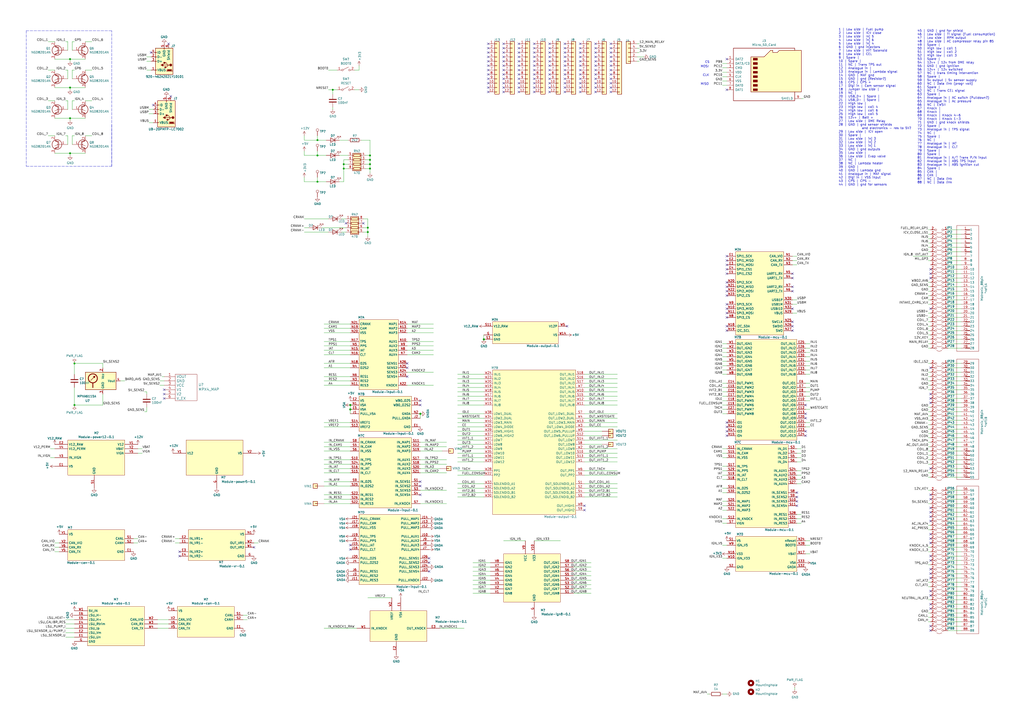
<source format=kicad_sch>
(kicad_sch (version 20210126) (generator eeschema)
  (paper "A2")
  (lib_symbols
    (symbol "Connector:Micro_SD_Card" (pin_names (offset 1.016))
      (property "Reference" "J" (at -16.51 15.24 0))
      (property "Value" "Micro_SD_Card" (at 16.51 15.24 0))
      (symbol "Micro_SD_Card_1_1"
        (pin bidirectional line (at -22.86 7.62 0) (length 3.81) (name "DAT2") (number "1"))
        (pin bidirectional line (at -22.86 5.08 0) (length 3.81) (name "DAT3/CD") (number "2"))
        (pin input line (at -22.86 2.54 0) (length 3.81) (name "CMD") (number "3"))
        (pin power_in line (at -22.86 0 0) (length 3.81) (name "VDD") (number "4"))
        (pin input line (at -22.86 -2.54 0) (length 3.81) (name "CLK") (number "5"))
        (pin power_in line (at -22.86 -5.08 0) (length 3.81) (name "VSS") (number "6"))
        (pin bidirectional line (at -22.86 -7.62 0) (length 3.81) (name "DAT0") (number "7"))
        (pin bidirectional line (at -22.86 -10.16 0) (length 3.81) (name "DAT1") (number "8"))
        (pin passive line (at 20.32 -15.24 180) (length 3.81) (name "SHIELD") (number "9"))
      )
    )
    (symbol "Connector:TestPoint" (pin_numbers hide) (pin_names (offset 0.762) hide)
      (property "Reference" "TP" (at 0 6.858 0))
      (property "Value" "TestPoint" (at 0 5.08 0))
      (symbol "TestPoint_1_1"
        (pin passive line (at 0 0 90) (length 2.54) (name "1") (number "1"))
      )
    )
    (symbol "Connector_Generic:Conn_01x05" (pin_names (offset 1.016) hide)
      (property "Reference" "J" (at 0 7.62 0))
      (property "Value" "Conn_01x05" (at 0 -7.62 0))
      (symbol "Conn_01x05_1_1"
        (pin passive line (at -5.08 5.08 0) (length 3.81) (name "Pin_1") (number "1"))
        (pin passive line (at -5.08 2.54 0) (length 3.81) (name "Pin_2") (number "2"))
        (pin passive line (at -5.08 0 0) (length 3.81) (name "Pin_3") (number "3"))
        (pin passive line (at -5.08 -2.54 0) (length 3.81) (name "Pin_4") (number "4"))
        (pin passive line (at -5.08 -5.08 0) (length 3.81) (name "Pin_5") (number "5"))
      )
    )
    (symbol "Connector_Generic:Conn_01x12" (pin_names (offset 1.016) hide)
      (property "Reference" "J" (at 0 15.24 0))
      (property "Value" "Conn_01x12" (at 0 -17.78 0))
      (symbol "Conn_01x12_1_1"
        (pin passive line (at -5.08 12.7 0) (length 3.81) (name "Pin_1") (number "1"))
        (pin passive line (at -5.08 -10.16 0) (length 3.81) (name "Pin_10") (number "10"))
        (pin passive line (at -5.08 -12.7 0) (length 3.81) (name "Pin_11") (number "11"))
        (pin passive line (at -5.08 -15.24 0) (length 3.81) (name "Pin_12") (number "12"))
        (pin passive line (at -5.08 10.16 0) (length 3.81) (name "Pin_2") (number "2"))
        (pin passive line (at -5.08 7.62 0) (length 3.81) (name "Pin_3") (number "3"))
        (pin passive line (at -5.08 5.08 0) (length 3.81) (name "Pin_4") (number "4"))
        (pin passive line (at -5.08 2.54 0) (length 3.81) (name "Pin_5") (number "5"))
        (pin passive line (at -5.08 0 0) (length 3.81) (name "Pin_6") (number "6"))
        (pin passive line (at -5.08 -2.54 0) (length 3.81) (name "Pin_7") (number "7"))
        (pin passive line (at -5.08 -5.08 0) (length 3.81) (name "Pin_8") (number "8"))
        (pin passive line (at -5.08 -7.62 0) (length 3.81) (name "Pin_9") (number "9"))
      )
    )
    (symbol "Device:C" (pin_numbers hide) (pin_names (offset 0.254))
      (property "Reference" "C" (at 0.635 2.54 0))
      (property "Value" "C" (at 0.635 -2.54 0))
      (symbol "C_1_1"
        (pin passive line (at 0 3.81 270) (length 2.794) (name "~") (number "1"))
        (pin passive line (at 0 -3.81 90) (length 2.794) (name "~") (number "2"))
      )
    )
    (symbol "Device:LED" (pin_numbers hide) (pin_names (offset 1.016) hide)
      (property "Reference" "D" (at 0 2.54 0))
      (property "Value" "LED" (at 0 -2.54 0))
      (symbol "LED_1_1"
        (pin passive line (at -3.81 0 0) (length 2.54) (name "K") (number "1"))
        (pin passive line (at 3.81 0 180) (length 2.54) (name "A") (number "2"))
      )
    )
    (symbol "Device:Q_NIGBT_GCE" (pin_names (offset 0) hide)
      (property "Reference" "Q" (at 5.08 1.27 0))
      (property "Value" "Q_NIGBT_GCE" (at 5.08 -1.27 0))
      (symbol "Q_NIGBT_GCE_1_1"
        (pin input line (at -5.08 0 0) (length 5.334) (name "G") (number "1"))
        (pin passive line (at 2.54 5.08 270) (length 2.54) (name "C") (number "2"))
        (pin passive line (at 2.54 -5.08 90) (length 2.54) (name "E") (number "3"))
      )
    )
    (symbol "Device:R" (pin_numbers hide) (pin_names (offset 0))
      (property "Reference" "R" (at 2.032 0 90))
      (property "Value" "R" (at 0 0 90))
      (symbol "R_1_1"
        (pin passive line (at 0 3.81 270) (length 1.27) (name "~") (number "1"))
        (pin passive line (at 0 -3.81 90) (length 1.27) (name "~") (number "2"))
      )
    )
    (symbol "Device:R_Pack04" (pin_names (offset 0) hide)
      (property "Reference" "RN" (at -7.62 0 90))
      (property "Value" "R_Pack04" (at 5.08 0 90))
      (symbol "R_Pack04_1_1"
        (pin passive line (at -5.08 -5.08 90) (length 2.54) (name "R1.1") (number "1"))
        (pin passive line (at -2.54 -5.08 90) (length 2.54) (name "R2.1") (number "2"))
        (pin passive line (at 0 -5.08 90) (length 2.54) (name "R3.1") (number "3"))
        (pin passive line (at 2.54 -5.08 90) (length 2.54) (name "R4.1") (number "4"))
        (pin passive line (at 2.54 5.08 270) (length 2.54) (name "R4.2") (number "5"))
        (pin passive line (at 0 5.08 270) (length 2.54) (name "R3.2") (number "6"))
        (pin passive line (at -2.54 5.08 270) (length 2.54) (name "R2.2") (number "7"))
        (pin passive line (at -5.08 5.08 270) (length 2.54) (name "R1.2") (number "8"))
      )
    )
    (symbol "Jumper:Jumper_2_Open" (pin_names (offset 0) hide)
      (property "Reference" "JP" (at 0 2.794 0))
      (property "Value" "Jumper_2_Open" (at 0 -2.286 0))
      (symbol "Jumper_2_Open_1_1"
        (pin passive line (at -5.08 0 0) (length 2.54) (name "A") (number "1"))
        (pin passive line (at 5.08 0 180) (length 2.54) (name "B") (number "2"))
      )
    )
    (symbol "MPX-4_MAP:MPX4_MAP" (pin_names (offset 0.762))
      (property "Reference" "U" (at 0 10.16 0))
      (property "Value" "MPX4_MAP" (at 8.89 0 90))
      (symbol "MPX4_MAP_1_1"
        (pin passive line (at -8.89 6.35 0) (length 6.35) (name "VOUT") (number "1"))
        (pin passive line (at -8.89 3.81 0) (length 6.35) (name "GND") (number "2"))
        (pin passive line (at -8.89 1.27 0) (length 6.35) (name "VCC") (number "3"))
        (pin passive line (at -8.89 -1.27 0) (length 6.35) (name "V1") (number "4"))
        (pin passive line (at -8.89 -3.81 0) (length 6.35) (name "V2") (number "5"))
        (pin passive line (at -8.89 -6.35 0) (length 6.35) (name "V_EX") (number "6"))
      )
    )
    (symbol "Mechanical:MountingHole" (pin_names (offset 1.016))
      (property "Reference" "H" (at 0 5.08 0))
      (property "Value" "MountingHole" (at 0 3.175 0))
    )
    (symbol "Sensor_Pressure:MPXA6115A"
      (property "Reference" "U" (at -10.16 6.35 0))
      (property "Value" "MPXA6115A" (at 1.27 6.35 0))
      (symbol "MPXA6115A_1_1"
        (pin no_connect line (at 5.08 -5.08 90) (length 2.54) hide (name "NC") (number "1"))
        (pin power_in line (at 0 7.62 270) (length 2.54) (name "Vcc") (number "2"))
        (pin power_in line (at 0 -7.62 90) (length 2.54) (name "GND") (number "3"))
        (pin output line (at 10.16 0 180) (length 2.54) (name "Vout") (number "4"))
        (pin no_connect line (at -7.62 -5.08 90) (length 2.54) hide (name "NC") (number "5"))
        (pin no_connect line (at -5.08 -5.08 90) (length 2.54) hide (name "NC") (number "6"))
        (pin no_connect line (at -2.54 -5.08 90) (length 2.54) hide (name "NC") (number "7"))
        (pin no_connect line (at 2.54 -5.08 90) (length 2.54) hide (name "NC") (number "8"))
      )
    )
    (symbol "Switch:SW_SPST" (pin_names (offset 0) hide)
      (property "Reference" "SW" (at 0 3.175 0))
      (property "Value" "SW_SPST" (at 0 -2.54 0))
      (symbol "SW_SPST_1_1"
        (pin passive line (at -5.08 0 0) (length 2.54) (name "A") (number "1"))
        (pin passive line (at 5.08 0 180) (length 2.54) (name "B") (number "2"))
      )
    )
    (symbol "hellen-one-can-0.1:Module-can-0.1"
      (property "Reference" "M" (at 0 0 0))
      (property "Value" "Module-can-0.1" (at 0 0 0))
      (symbol "Module-can-0.1_1_0"
        (pin passive line (at -5.08 -2.54 0) (length 5.08) (name "V5") (number "V1"))
        (pin passive line (at -5.08 -7.62 0) (length 5.08) (name "CAN_VIO") (number "V2"))
        (pin passive line (at 38.1 -7.62 180) (length 5.08) (name "CANH") (number "S2"))
        (pin passive line (at 38.1 -5.08 180) (length 5.08) (name "CANL") (number "S1"))
        (pin passive line (at -5.08 -12.7 0) (length 5.08) (name "CAN_TX") (number "V5"))
        (pin passive line (at -5.08 -10.16 0) (length 5.08) (name "CAN_RX") (number "V6"))
        (pin passive line (at 38.1 -12.7 180) (length 5.08) (name "GND") (number "E1"))
      )
    )
    (symbol "hellen-one-can-0.1:Module-can-0.1_1"
      (property "Reference" "M" (at 0 0 0))
      (property "Value" "Module-can-0.1" (at 0 0 0))
      (symbol "Module-can-0.1_1_1_0"
        (pin passive line (at -5.08 -2.54 0) (length 5.08) (name "V5") (number "V1"))
        (pin passive line (at -5.08 -7.62 0) (length 5.08) (name "CAN_VIO") (number "V2"))
        (pin passive line (at 38.1 -7.62 180) (length 5.08) (name "CANH") (number "S2"))
        (pin passive line (at 38.1 -5.08 180) (length 5.08) (name "CANL") (number "S1"))
        (pin passive line (at -5.08 -12.7 0) (length 5.08) (name "CAN_TX") (number "V5"))
        (pin passive line (at -5.08 -10.16 0) (length 5.08) (name "CAN_RX") (number "V6"))
        (pin passive line (at 38.1 -12.7 180) (length 5.08) (name "GND") (number "E1"))
      )
    )
    (symbol "hellen-one-common:Pad" (pin_numbers hide) (pin_names (offset 1.016) hide)
      (property "Reference" "P" (at 2.54 0 0))
      (symbol "Pad_1_1"
        (pin passive line (at -5.08 0 0) (length 3.81) (name "Pin_1") (number "1"))
      )
    )
    (symbol "hellen-one-common:Pad_1" (pin_numbers hide) (pin_names (offset 1.016) hide)
      (property "Reference" "P" (at 2.54 0 0))
      (symbol "Pad_1_1_1"
        (pin passive line (at -5.08 0 0) (length 3.81) (name "Pin_1") (number "1"))
      )
    )
    (symbol "hellen-one-common:Pad_2" (pin_numbers hide) (pin_names (offset 1.016) hide)
      (property "Reference" "P" (at 2.54 0 0))
      (symbol "Pad_2_1_1"
        (pin passive line (at -5.08 0 0) (length 3.81) (name "Pin_1") (number "1"))
      )
    )
    (symbol "hellen-one-common:Pad_3" (pin_numbers hide) (pin_names (offset 1.016) hide)
      (property "Reference" "P" (at 2.54 0 0))
      (symbol "Pad_3_1_1"
        (pin passive line (at -5.08 0 0) (length 3.81) (name "Pin_1") (number "1"))
      )
    )
    (symbol "hellen-one-common:Pad_32" (pin_numbers hide) (pin_names (offset 1.016) hide)
      (property "Reference" "P" (at 2.54 0 0))
      (symbol "Pad_32_1_1"
        (pin passive line (at -5.08 0 0) (length 3.81) (name "Pin_1") (number "1"))
      )
    )
    (symbol "hellen-one-common:Pad_33" (pin_numbers hide) (pin_names (offset 1.016) hide)
      (property "Reference" "P" (at 2.54 0 0))
      (symbol "Pad_33_1_1"
        (pin passive line (at -5.08 0 0) (length 3.81) (name "Pin_1") (number "1"))
      )
    )
    (symbol "hellen-one-common:Pad_4" (pin_numbers hide) (pin_names (offset 1.016) hide)
      (property "Reference" "P" (at 2.54 0 0))
      (symbol "Pad_4_1_1"
        (pin passive line (at -5.08 0 0) (length 3.81) (name "Pin_1") (number "1"))
      )
    )
    (symbol "hellen-one-common:USB_B_Mini" (pin_names (offset 1.016))
      (property "Reference" "J" (at -5.08 11.43 0))
      (property "Value" "USB_B_Mini" (at -5.08 8.89 0))
      (symbol "USB_B_Mini_1_1"
        (pin power_out line (at 7.62 5.08 180) (length 2.54) (name "VBUS") (number "1"))
        (pin passive line (at 7.62 -2.54 180) (length 2.54) (name "D-") (number "2"))
        (pin passive line (at 7.62 0 180) (length 2.54) (name "D+") (number "3"))
        (pin passive line (at 7.62 -5.08 180) (length 2.54) (name "ID") (number "4"))
        (pin power_out line (at 0 -10.16 90) (length 2.54) (name "GND") (number "5"))
        (pin passive line (at -2.54 -10.16 90) (length 2.54) (name "Shield") (number "6"))
      )
    )
    (symbol "hellen-one-ign8-0.1:Module-ign8-0.1"
      (property "Reference" "M" (at 0 0 0))
      (property "Value" "Module-ign8-0.1" (at 0 0 0))
      (symbol "Module-ign8-0.1_1_0"
        (pin passive line (at -7.62 -15.24 0) (length 7.62) (name "IGN5") (number "V4"))
        (pin passive line (at -7.62 -12.7 0) (length 7.62) (name "IGN4") (number "V5"))
        (pin passive line (at -7.62 -17.78 0) (length 7.62) (name "IGN6") (number "V3"))
        (pin passive line (at -7.62 -20.32 0) (length 7.62) (name "IGN7") (number "V2"))
        (pin passive line (at -7.62 -10.16 0) (length 7.62) (name "IGN3") (number "V6"))
        (pin passive line (at -7.62 -7.62 0) (length 7.62) (name "IGN2") (number "V7"))
        (pin passive line (at -7.62 -22.86 0) (length 7.62) (name "IGN8") (number "V1"))
        (pin passive line (at -7.62 -5.08 0) (length 7.62) (name "IGN1") (number "V8"))
        (pin passive line (at 40.64 -22.86 180) (length 7.62) (name "OUT_IGN8") (number "S1"))
        (pin passive line (at 40.64 -20.32 180) (length 7.62) (name "OUT_IGN7") (number "S2"))
        (pin passive line (at 40.64 -17.78 180) (length 7.62) (name "OUT_IGN6") (number "S3"))
        (pin passive line (at 40.64 -15.24 180) (length 7.62) (name "OUT_IGN5") (number "S4"))
        (pin passive line (at 40.64 -12.7 180) (length 7.62) (name "OUT_IGN4") (number "S5"))
        (pin passive line (at 40.64 -10.16 180) (length 7.62) (name "OUT_IGN3") (number "S6"))
        (pin passive line (at 40.64 -7.62 180) (length 7.62) (name "OUT_IGN2") (number "S7"))
        (pin passive line (at 40.64 -5.08 180) (length 7.62) (name "OUT_IGN1") (number "S8"))
        (pin passive line (at 17.78 -35.56 90) (length 7.62) (name "GND") (number "G"))
        (pin passive line (at 12.7 7.62 270) (length 7.62) (name "VCC") (number "V9"))
        (pin passive line (at 17.78 7.62 270) (length 7.62) (name "V33") (number "V10"))
      )
    )
    (symbol "hellen-one-input-0.1:Module-input-0.1"
      (property "Reference" "M" (at 0 0 0))
      (property "Value" "Module-input-0.1" (at 0 0 0))
      (symbol "Module-input-0.1_1_0"
        (pin passive line (at -5.08 -35.56 0) (length 5.08) (name "RES2") (number "N3"))
        (pin passive line (at -5.08 -27.94 0) (length 5.08) (name "O2S2") (number "N4"))
        (pin passive line (at -5.08 -15.24 0) (length 5.08) (name "PPS") (number "N5"))
        (pin passive line (at -5.08 -33.02 0) (length 5.08) (name "RES1") (number "N6"))
        (pin passive line (at 27.94 -20.32 180) (length 5.08) (name "AUX4") (number "N7"))
        (pin passive line (at 27.94 -17.78 180) (length 5.08) (name "AUX3") (number "N8"))
        (pin passive line (at 27.94 -15.24 180) (length 5.08) (name "AUX2") (number "N9"))
        (pin passive line (at 27.94 -12.7 180) (length 5.08) (name "AUX1") (number "N10"))
        (pin passive line (at -5.08 -38.1 0) (length 5.08) (name "RES3") (number "N11"))
        (pin passive line (at 27.94 -7.62 180) (length 5.08) (name "MAP3") (number "N12"))
        (pin passive line (at 27.94 -5.08 180) (length 5.08) (name "MAP2") (number "N13"))
        (pin passive line (at 27.94 -2.54 180) (length 5.08) (name "MAP1") (number "N14"))
        (pin passive line (at -5.08 -17.78 0) (length 5.08) (name "IAT") (number "N15"))
        (pin passive line (at -5.08 -20.32 0) (length 5.08) (name "CLT") (number "N16"))
        (pin passive line (at -5.08 -12.7 0) (length 5.08) (name "TPS") (number "N17"))
        (pin passive line (at -5.08 -25.4 0) (length 5.08) (name "O2S") (number "N18"))
        (pin passive line (at -5.08 -5.08 0) (length 5.08) (name "CAM") (number "N19"))
        (pin passive line (at -5.08 -7.62 0) (length 5.08) (name "VSS") (number "N20"))
        (pin passive line (at -5.08 -2.54 0) (length 5.08) (name "CRANK") (number "N21"))
        (pin passive line (at 27.94 -38.1 180) (length 5.08) (name "KNOCK") (number "N22"))
        (pin passive line (at 27.94 -33.02 180) (length 5.08) (name "SENS4") (number "N23"))
        (pin passive line (at 27.94 -30.48 180) (length 5.08) (name "SENS3") (number "N24"))
        (pin passive line (at 27.94 -27.94 180) (length 5.08) (name "SENS2") (number "N25"))
        (pin passive line (at 27.94 -25.4 180) (length 5.08) (name "SENS1") (number "N26"))
      )
      (symbol "Module-input-0.1_2_0"
        (pin passive line (at -5.08 -10.16 0) (length 5.08) (name "PULL_V5A") (number "J1"))
        (pin passive line (at 35.56 -12.7 180) (length 5.08) (name "PULL_GNDA") (number "J2"))
        (pin passive line (at -5.08 -17.78 0) (length 5.08) (name "VREF2") (number "S13"))
        (pin passive line (at -5.08 -15.24 0) (length 5.08) (name "VREF1") (number "S14"))
        (pin passive line (at -5.08 -5.08 0) (length 5.08) (name "V5A") (number "N1"))
        (pin passive line (at 35.56 -10.16 180) (length 5.08) (name "GNDA") (number "N2"))
        (pin passive line (at 35.56 -17.78 180) (length 5.08) (name "GND") (number "E1"))
        (pin passive line (at 35.56 -2.54 180) (length 5.08) (name "WBO_O2S") (number "E4"))
        (pin passive line (at -5.08 -2.54 0) (length 5.08) (name "V5") (number "E2"))
        (pin passive line (at 35.56 -5.08 180) (length 5.08) (name "WBO_O2S2") (number "E3"))
        (pin passive line (at -5.08 -7.62 0) (length 5.08) (name "V5A") (number "E5"))
      )
      (symbol "Module-input-0.1_3_0"
        (pin passive line (at 35.56 -25.4 180) (length 5.08) (name "IN_SENS1") (number "S1"))
        (pin passive line (at 35.56 -27.94 180) (length 5.08) (name "IN_SENS2") (number "S2"))
        (pin passive line (at 35.56 -30.48 180) (length 5.08) (name "IN_SENS3") (number "S3"))
        (pin passive line (at 35.56 -33.02 180) (length 5.08) (name "IN_SENS4") (number "S4"))
        (pin passive line (at -5.08 -5.08 0) (length 5.08) (name "IN_CAM") (number "S5"))
        (pin passive line (at -5.08 -7.62 0) (length 5.08) (name "IN_VSS") (number "S6"))
        (pin passive line (at 35.56 -38.1 180) (length 5.08) (name "IN_KNOCK") (number "S7"))
        (pin passive line (at -5.08 -2.54 0) (length 5.08) (name "IN_CRANK") (number "S8"))
        (pin passive line (at -5.08 -25.4 0) (length 5.08) (name "IN_O2S") (number "S9"))
        (pin passive line (at -5.08 -12.7 0) (length 5.08) (name "IN_TPS") (number "S10"))
        (pin passive line (at 35.56 -2.54 180) (length 5.08) (name "IN_MAP1") (number "S11"))
        (pin passive line (at 35.56 -5.08 180) (length 5.08) (name "IN_MAP2") (number "S12"))
        (pin passive line (at -5.08 -20.32 0) (length 5.08) (name "IN_CLT") (number "S15"))
        (pin passive line (at -5.08 -17.78 0) (length 5.08) (name "IN_IAT") (number "S16"))
        (pin passive line (at 35.56 -12.7 180) (length 5.08) (name "IN_AUX1") (number "S17"))
        (pin passive line (at 35.56 -15.24 180) (length 5.08) (name "IN_AUX2") (number "S18"))
        (pin passive line (at 35.56 -7.62 180) (length 5.08) (name "IN_MAP3") (number "S19"))
        (pin passive line (at 35.56 -17.78 180) (length 5.08) (name "IN_AUX3") (number "S20"))
        (pin passive line (at 35.56 -20.32 180) (length 5.08) (name "IN_AUX4") (number "S21"))
        (pin passive line (at -5.08 -38.1 0) (length 5.08) (name "IN_RES3") (number "S22"))
        (pin passive line (at -5.08 -33.02 0) (length 5.08) (name "IN_RES1") (number "S23"))
        (pin passive line (at -5.08 -15.24 0) (length 5.08) (name "IN_PPS") (number "S24"))
        (pin passive line (at -5.08 -27.94 0) (length 5.08) (name "IN_O2S2") (number "S25"))
        (pin passive line (at -5.08 -35.56 0) (length 5.08) (name "IN_RES2") (number "S26"))
      )
      (symbol "Module-input-0.1_4_0"
        (pin passive line (at -5.08 -35.56 0) (length 5.08) (name "PULL_RES2") (number "J3"))
        (pin passive line (at -5.08 -27.94 0) (length 5.08) (name "PULL_O2S2") (number "J4"))
        (pin passive line (at -5.08 -15.24 0) (length 5.08) (name "PULL_PPS") (number "J5"))
        (pin passive line (at -5.08 -33.02 0) (length 5.08) (name "PULL_RES1") (number "J6"))
        (pin passive line (at 40.64 -20.32 180) (length 5.08) (name "PULL_AUX4") (number "J7"))
        (pin passive line (at 40.64 -17.78 180) (length 5.08) (name "PULL_AUX3") (number "J8"))
        (pin passive line (at 40.64 -15.24 180) (length 5.08) (name "PULL_AUX2") (number "J9"))
        (pin passive line (at 40.64 -12.7 180) (length 5.08) (name "PULL_AUX1") (number "J10"))
        (pin passive line (at -5.08 -38.1 0) (length 5.08) (name "PULL_RES3") (number "J11"))
        (pin passive line (at 40.64 -7.62 180) (length 5.08) (name "PULL_MAP3") (number "J12"))
        (pin passive line (at 40.64 -5.08 180) (length 5.08) (name "PULL_MAP2") (number "J13"))
        (pin passive line (at 40.64 -2.54 180) (length 5.08) (name "PULL_MAP1") (number "J14"))
        (pin passive line (at -5.08 -17.78 0) (length 5.08) (name "PULL_IAT") (number "J15"))
        (pin passive line (at -5.08 -20.32 0) (length 5.08) (name "PULL_CLT") (number "J16"))
        (pin passive line (at -5.08 -5.08 0) (length 5.08) (name "PULL_CAM") (number "J17"))
        (pin passive line (at -5.08 -7.62 0) (length 5.08) (name "PULL_VSS") (number "J18"))
        (pin passive line (at -5.08 -12.7 0) (length 5.08) (name "PULL_TPS") (number "J19"))
        (pin passive line (at -5.08 -25.4 0) (length 5.08) (name "PULL_O2S") (number "J20"))
        (pin passive line (at -5.08 -2.54 0) (length 5.08) (name "PULL_CRANK") (number "J21"))
        (pin passive line (at 40.64 -38.1 180) (length 5.08) (name "PULL_KNOCK") (number "J22"))
        (pin passive line (at 40.64 -33.02 180) (length 5.08) (name "PULL_SENS4") (number "J23"))
        (pin passive line (at 40.64 -30.48 180) (length 5.08) (name "PULL_SENS3") (number "J24"))
        (pin passive line (at 40.64 -27.94 180) (length 5.08) (name "PULL_SENS2") (number "J25"))
        (pin passive line (at 40.64 -25.4 180) (length 5.08) (name "PULL_SENS1") (number "J26"))
      )
    )
    (symbol "hellen-one-input-0.1:Module-input-0.1_1"
      (property "Reference" "M" (at 0 0 0))
      (property "Value" "Module-input-0.1" (at 0 0 0))
      (symbol "Module-input-0.1_1_1_0"
        (pin passive line (at -5.08 -35.56 0) (length 5.08) (name "RES2") (number "N3"))
        (pin passive line (at -5.08 -27.94 0) (length 5.08) (name "O2S2") (number "N4"))
        (pin passive line (at -5.08 -15.24 0) (length 5.08) (name "PPS") (number "N5"))
        (pin passive line (at -5.08 -33.02 0) (length 5.08) (name "RES1") (number "N6"))
        (pin passive line (at 27.94 -20.32 180) (length 5.08) (name "AUX4") (number "N7"))
        (pin passive line (at 27.94 -17.78 180) (length 5.08) (name "AUX3") (number "N8"))
        (pin passive line (at 27.94 -15.24 180) (length 5.08) (name "AUX2") (number "N9"))
        (pin passive line (at 27.94 -12.7 180) (length 5.08) (name "AUX1") (number "N10"))
        (pin passive line (at -5.08 -38.1 0) (length 5.08) (name "RES3") (number "N11"))
        (pin passive line (at 27.94 -7.62 180) (length 5.08) (name "MAP3") (number "N12"))
        (pin passive line (at 27.94 -5.08 180) (length 5.08) (name "MAP2") (number "N13"))
        (pin passive line (at 27.94 -2.54 180) (length 5.08) (name "MAP1") (number "N14"))
        (pin passive line (at -5.08 -17.78 0) (length 5.08) (name "IAT") (number "N15"))
        (pin passive line (at -5.08 -20.32 0) (length 5.08) (name "CLT") (number "N16"))
        (pin passive line (at -5.08 -12.7 0) (length 5.08) (name "TPS") (number "N17"))
        (pin passive line (at -5.08 -25.4 0) (length 5.08) (name "O2S") (number "N18"))
        (pin passive line (at -5.08 -5.08 0) (length 5.08) (name "CAM") (number "N19"))
        (pin passive line (at -5.08 -7.62 0) (length 5.08) (name "VSS") (number "N20"))
        (pin passive line (at -5.08 -2.54 0) (length 5.08) (name "CRANK") (number "N21"))
        (pin passive line (at 27.94 -38.1 180) (length 5.08) (name "KNOCK") (number "N22"))
        (pin passive line (at 27.94 -33.02 180) (length 5.08) (name "SENS4") (number "N23"))
        (pin passive line (at 27.94 -30.48 180) (length 5.08) (name "SENS3") (number "N24"))
        (pin passive line (at 27.94 -27.94 180) (length 5.08) (name "SENS2") (number "N25"))
        (pin passive line (at 27.94 -25.4 180) (length 5.08) (name "SENS1") (number "N26"))
      )
      (symbol "Module-input-0.1_1_2_0"
        (pin passive line (at -5.08 -10.16 0) (length 5.08) (name "PULL_V5A") (number "J1"))
        (pin passive line (at 35.56 -12.7 180) (length 5.08) (name "PULL_GNDA") (number "J2"))
        (pin passive line (at -5.08 -17.78 0) (length 5.08) (name "VREF2") (number "S13"))
        (pin passive line (at -5.08 -15.24 0) (length 5.08) (name "VREF1") (number "S14"))
        (pin passive line (at -5.08 -5.08 0) (length 5.08) (name "V5A") (number "N1"))
        (pin passive line (at 35.56 -10.16 180) (length 5.08) (name "GNDA") (number "N2"))
        (pin passive line (at 35.56 -17.78 180) (length 5.08) (name "GND") (number "E1"))
        (pin passive line (at 35.56 -2.54 180) (length 5.08) (name "WBO_O2S") (number "E4"))
        (pin passive line (at -5.08 -2.54 0) (length 5.08) (name "V5") (number "E2"))
        (pin passive line (at 35.56 -5.08 180) (length 5.08) (name "WBO_O2S2") (number "E3"))
        (pin passive line (at -5.08 -7.62 0) (length 5.08) (name "V5A") (number "E5"))
      )
      (symbol "Module-input-0.1_1_3_0"
        (pin passive line (at 35.56 -25.4 180) (length 5.08) (name "IN_SENS1") (number "S1"))
        (pin passive line (at 35.56 -27.94 180) (length 5.08) (name "IN_SENS2") (number "S2"))
        (pin passive line (at 35.56 -30.48 180) (length 5.08) (name "IN_SENS3") (number "S3"))
        (pin passive line (at 35.56 -33.02 180) (length 5.08) (name "IN_SENS4") (number "S4"))
        (pin passive line (at -5.08 -5.08 0) (length 5.08) (name "IN_CAM") (number "S5"))
        (pin passive line (at -5.08 -7.62 0) (length 5.08) (name "IN_VSS") (number "S6"))
        (pin passive line (at 35.56 -38.1 180) (length 5.08) (name "IN_KNOCK") (number "S7"))
        (pin passive line (at -5.08 -2.54 0) (length 5.08) (name "IN_CRANK") (number "S8"))
        (pin passive line (at -5.08 -25.4 0) (length 5.08) (name "IN_O2S") (number "S9"))
        (pin passive line (at -5.08 -12.7 0) (length 5.08) (name "IN_TPS") (number "S10"))
        (pin passive line (at 35.56 -2.54 180) (length 5.08) (name "IN_MAP1") (number "S11"))
        (pin passive line (at 35.56 -5.08 180) (length 5.08) (name "IN_MAP2") (number "S12"))
        (pin passive line (at -5.08 -20.32 0) (length 5.08) (name "IN_CLT") (number "S15"))
        (pin passive line (at -5.08 -17.78 0) (length 5.08) (name "IN_IAT") (number "S16"))
        (pin passive line (at 35.56 -12.7 180) (length 5.08) (name "IN_AUX1") (number "S17"))
        (pin passive line (at 35.56 -15.24 180) (length 5.08) (name "IN_AUX2") (number "S18"))
        (pin passive line (at 35.56 -7.62 180) (length 5.08) (name "IN_MAP3") (number "S19"))
        (pin passive line (at 35.56 -17.78 180) (length 5.08) (name "IN_AUX3") (number "S20"))
        (pin passive line (at 35.56 -20.32 180) (length 5.08) (name "IN_AUX4") (number "S21"))
        (pin passive line (at -5.08 -38.1 0) (length 5.08) (name "IN_RES3") (number "S22"))
        (pin passive line (at -5.08 -33.02 0) (length 5.08) (name "IN_RES1") (number "S23"))
        (pin passive line (at -5.08 -15.24 0) (length 5.08) (name "IN_PPS") (number "S24"))
        (pin passive line (at -5.08 -27.94 0) (length 5.08) (name "IN_O2S2") (number "S25"))
        (pin passive line (at -5.08 -35.56 0) (length 5.08) (name "IN_RES2") (number "S26"))
      )
      (symbol "Module-input-0.1_1_4_0"
        (pin passive line (at -5.08 -35.56 0) (length 5.08) (name "PULL_RES2") (number "J3"))
        (pin passive line (at -5.08 -27.94 0) (length 5.08) (name "PULL_O2S2") (number "J4"))
        (pin passive line (at -5.08 -15.24 0) (length 5.08) (name "PULL_PPS") (number "J5"))
        (pin passive line (at -5.08 -33.02 0) (length 5.08) (name "PULL_RES1") (number "J6"))
        (pin passive line (at 40.64 -20.32 180) (length 5.08) (name "PULL_AUX4") (number "J7"))
        (pin passive line (at 40.64 -17.78 180) (length 5.08) (name "PULL_AUX3") (number "J8"))
        (pin passive line (at 40.64 -15.24 180) (length 5.08) (name "PULL_AUX2") (number "J9"))
        (pin passive line (at 40.64 -12.7 180) (length 5.08) (name "PULL_AUX1") (number "J10"))
        (pin passive line (at -5.08 -38.1 0) (length 5.08) (name "PULL_RES3") (number "J11"))
        (pin passive line (at 40.64 -7.62 180) (length 5.08) (name "PULL_MAP3") (number "J12"))
        (pin passive line (at 40.64 -5.08 180) (length 5.08) (name "PULL_MAP2") (number "J13"))
        (pin passive line (at 40.64 -2.54 180) (length 5.08) (name "PULL_MAP1") (number "J14"))
        (pin passive line (at -5.08 -17.78 0) (length 5.08) (name "PULL_IAT") (number "J15"))
        (pin passive line (at -5.08 -20.32 0) (length 5.08) (name "PULL_CLT") (number "J16"))
        (pin passive line (at -5.08 -5.08 0) (length 5.08) (name "PULL_CAM") (number "J17"))
        (pin passive line (at -5.08 -7.62 0) (length 5.08) (name "PULL_VSS") (number "J18"))
        (pin passive line (at -5.08 -12.7 0) (length 5.08) (name "PULL_TPS") (number "J19"))
        (pin passive line (at -5.08 -25.4 0) (length 5.08) (name "PULL_O2S") (number "J20"))
        (pin passive line (at -5.08 -2.54 0) (length 5.08) (name "PULL_CRANK") (number "J21"))
        (pin passive line (at 40.64 -38.1 180) (length 5.08) (name "PULL_KNOCK") (number "J22"))
        (pin passive line (at 40.64 -33.02 180) (length 5.08) (name "PULL_SENS4") (number "J23"))
        (pin passive line (at 40.64 -30.48 180) (length 5.08) (name "PULL_SENS3") (number "J24"))
        (pin passive line (at 40.64 -27.94 180) (length 5.08) (name "PULL_SENS2") (number "J25"))
        (pin passive line (at 40.64 -25.4 180) (length 5.08) (name "PULL_SENS1") (number "J26"))
      )
    )
    (symbol "hellen-one-input-0.1:Module-input-0.1_2"
      (property "Reference" "M" (at 0 0 0))
      (property "Value" "Module-input-0.1" (at 0 0 0))
      (symbol "Module-input-0.1_2_1_0"
        (pin passive line (at -5.08 -35.56 0) (length 5.08) (name "RES2") (number "N3"))
        (pin passive line (at -5.08 -27.94 0) (length 5.08) (name "O2S2") (number "N4"))
        (pin passive line (at -5.08 -15.24 0) (length 5.08) (name "PPS") (number "N5"))
        (pin passive line (at -5.08 -33.02 0) (length 5.08) (name "RES1") (number "N6"))
        (pin passive line (at 27.94 -20.32 180) (length 5.08) (name "AUX4") (number "N7"))
        (pin passive line (at 27.94 -17.78 180) (length 5.08) (name "AUX3") (number "N8"))
        (pin passive line (at 27.94 -15.24 180) (length 5.08) (name "AUX2") (number "N9"))
        (pin passive line (at 27.94 -12.7 180) (length 5.08) (name "AUX1") (number "N10"))
        (pin passive line (at -5.08 -38.1 0) (length 5.08) (name "RES3") (number "N11"))
        (pin passive line (at 27.94 -7.62 180) (length 5.08) (name "MAP3") (number "N12"))
        (pin passive line (at 27.94 -5.08 180) (length 5.08) (name "MAP2") (number "N13"))
        (pin passive line (at 27.94 -2.54 180) (length 5.08) (name "MAP1") (number "N14"))
        (pin passive line (at -5.08 -17.78 0) (length 5.08) (name "IAT") (number "N15"))
        (pin passive line (at -5.08 -20.32 0) (length 5.08) (name "CLT") (number "N16"))
        (pin passive line (at -5.08 -12.7 0) (length 5.08) (name "TPS") (number "N17"))
        (pin passive line (at -5.08 -25.4 0) (length 5.08) (name "O2S") (number "N18"))
        (pin passive line (at -5.08 -5.08 0) (length 5.08) (name "CAM") (number "N19"))
        (pin passive line (at -5.08 -7.62 0) (length 5.08) (name "VSS") (number "N20"))
        (pin passive line (at -5.08 -2.54 0) (length 5.08) (name "CRANK") (number "N21"))
        (pin passive line (at 27.94 -38.1 180) (length 5.08) (name "KNOCK") (number "N22"))
        (pin passive line (at 27.94 -33.02 180) (length 5.08) (name "SENS4") (number "N23"))
        (pin passive line (at 27.94 -30.48 180) (length 5.08) (name "SENS3") (number "N24"))
        (pin passive line (at 27.94 -27.94 180) (length 5.08) (name "SENS2") (number "N25"))
        (pin passive line (at 27.94 -25.4 180) (length 5.08) (name "SENS1") (number "N26"))
      )
      (symbol "Module-input-0.1_2_2_0"
        (pin passive line (at -5.08 -10.16 0) (length 5.08) (name "PULL_V5A") (number "J1"))
        (pin passive line (at 35.56 -12.7 180) (length 5.08) (name "PULL_GNDA") (number "J2"))
        (pin passive line (at -5.08 -17.78 0) (length 5.08) (name "VREF2") (number "S13"))
        (pin passive line (at -5.08 -15.24 0) (length 5.08) (name "VREF1") (number "S14"))
        (pin passive line (at -5.08 -5.08 0) (length 5.08) (name "V5A") (number "N1"))
        (pin passive line (at 35.56 -10.16 180) (length 5.08) (name "GNDA") (number "N2"))
        (pin passive line (at 35.56 -17.78 180) (length 5.08) (name "GND") (number "E1"))
        (pin passive line (at 35.56 -2.54 180) (length 5.08) (name "WBO_O2S") (number "E4"))
        (pin passive line (at -5.08 -2.54 0) (length 5.08) (name "V5") (number "E2"))
        (pin passive line (at 35.56 -5.08 180) (length 5.08) (name "WBO_O2S2") (number "E3"))
        (pin passive line (at -5.08 -7.62 0) (length 5.08) (name "V5A") (number "E5"))
      )
      (symbol "Module-input-0.1_2_3_0"
        (pin passive line (at 35.56 -25.4 180) (length 5.08) (name "IN_SENS1") (number "S1"))
        (pin passive line (at 35.56 -27.94 180) (length 5.08) (name "IN_SENS2") (number "S2"))
        (pin passive line (at 35.56 -30.48 180) (length 5.08) (name "IN_SENS3") (number "S3"))
        (pin passive line (at 35.56 -33.02 180) (length 5.08) (name "IN_SENS4") (number "S4"))
        (pin passive line (at -5.08 -5.08 0) (length 5.08) (name "IN_CAM") (number "S5"))
        (pin passive line (at -5.08 -7.62 0) (length 5.08) (name "IN_VSS") (number "S6"))
        (pin passive line (at 35.56 -38.1 180) (length 5.08) (name "IN_KNOCK") (number "S7"))
        (pin passive line (at -5.08 -2.54 0) (length 5.08) (name "IN_CRANK") (number "S8"))
        (pin passive line (at -5.08 -25.4 0) (length 5.08) (name "IN_O2S") (number "S9"))
        (pin passive line (at -5.08 -12.7 0) (length 5.08) (name "IN_TPS") (number "S10"))
        (pin passive line (at 35.56 -2.54 180) (length 5.08) (name "IN_MAP1") (number "S11"))
        (pin passive line (at 35.56 -5.08 180) (length 5.08) (name "IN_MAP2") (number "S12"))
        (pin passive line (at -5.08 -20.32 0) (length 5.08) (name "IN_CLT") (number "S15"))
        (pin passive line (at -5.08 -17.78 0) (length 5.08) (name "IN_IAT") (number "S16"))
        (pin passive line (at 35.56 -12.7 180) (length 5.08) (name "IN_AUX1") (number "S17"))
        (pin passive line (at 35.56 -15.24 180) (length 5.08) (name "IN_AUX2") (number "S18"))
        (pin passive line (at 35.56 -7.62 180) (length 5.08) (name "IN_MAP3") (number "S19"))
        (pin passive line (at 35.56 -17.78 180) (length 5.08) (name "IN_AUX3") (number "S20"))
        (pin passive line (at 35.56 -20.32 180) (length 5.08) (name "IN_AUX4") (number "S21"))
        (pin passive line (at -5.08 -38.1 0) (length 5.08) (name "IN_RES3") (number "S22"))
        (pin passive line (at -5.08 -33.02 0) (length 5.08) (name "IN_RES1") (number "S23"))
        (pin passive line (at -5.08 -15.24 0) (length 5.08) (name "IN_PPS") (number "S24"))
        (pin passive line (at -5.08 -27.94 0) (length 5.08) (name "IN_O2S2") (number "S25"))
        (pin passive line (at -5.08 -35.56 0) (length 5.08) (name "IN_RES2") (number "S26"))
      )
      (symbol "Module-input-0.1_2_4_0"
        (pin passive line (at -5.08 -35.56 0) (length 5.08) (name "PULL_RES2") (number "J3"))
        (pin passive line (at -5.08 -27.94 0) (length 5.08) (name "PULL_O2S2") (number "J4"))
        (pin passive line (at -5.08 -15.24 0) (length 5.08) (name "PULL_PPS") (number "J5"))
        (pin passive line (at -5.08 -33.02 0) (length 5.08) (name "PULL_RES1") (number "J6"))
        (pin passive line (at 40.64 -20.32 180) (length 5.08) (name "PULL_AUX4") (number "J7"))
        (pin passive line (at 40.64 -17.78 180) (length 5.08) (name "PULL_AUX3") (number "J8"))
        (pin passive line (at 40.64 -15.24 180) (length 5.08) (name "PULL_AUX2") (number "J9"))
        (pin passive line (at 40.64 -12.7 180) (length 5.08) (name "PULL_AUX1") (number "J10"))
        (pin passive line (at -5.08 -38.1 0) (length 5.08) (name "PULL_RES3") (number "J11"))
        (pin passive line (at 40.64 -7.62 180) (length 5.08) (name "PULL_MAP3") (number "J12"))
        (pin passive line (at 40.64 -5.08 180) (length 5.08) (name "PULL_MAP2") (number "J13"))
        (pin passive line (at 40.64 -2.54 180) (length 5.08) (name "PULL_MAP1") (number "J14"))
        (pin passive line (at -5.08 -17.78 0) (length 5.08) (name "PULL_IAT") (number "J15"))
        (pin passive line (at -5.08 -20.32 0) (length 5.08) (name "PULL_CLT") (number "J16"))
        (pin passive line (at -5.08 -5.08 0) (length 5.08) (name "PULL_CAM") (number "J17"))
        (pin passive line (at -5.08 -7.62 0) (length 5.08) (name "PULL_VSS") (number "J18"))
        (pin passive line (at -5.08 -12.7 0) (length 5.08) (name "PULL_TPS") (number "J19"))
        (pin passive line (at -5.08 -25.4 0) (length 5.08) (name "PULL_O2S") (number "J20"))
        (pin passive line (at -5.08 -2.54 0) (length 5.08) (name "PULL_CRANK") (number "J21"))
        (pin passive line (at 40.64 -38.1 180) (length 5.08) (name "PULL_KNOCK") (number "J22"))
        (pin passive line (at 40.64 -33.02 180) (length 5.08) (name "PULL_SENS4") (number "J23"))
        (pin passive line (at 40.64 -30.48 180) (length 5.08) (name "PULL_SENS3") (number "J24"))
        (pin passive line (at 40.64 -27.94 180) (length 5.08) (name "PULL_SENS2") (number "J25"))
        (pin passive line (at 40.64 -25.4 180) (length 5.08) (name "PULL_SENS1") (number "J26"))
      )
    )
    (symbol "hellen-one-input-0.1:Module-input-0.1_3"
      (property "Reference" "M" (at 0 0 0))
      (property "Value" "Module-input-0.1" (at 0 0 0))
      (symbol "Module-input-0.1_3_1_0"
        (pin passive line (at -5.08 -35.56 0) (length 5.08) (name "RES2") (number "N3"))
        (pin passive line (at -5.08 -27.94 0) (length 5.08) (name "O2S2") (number "N4"))
        (pin passive line (at -5.08 -15.24 0) (length 5.08) (name "PPS") (number "N5"))
        (pin passive line (at -5.08 -33.02 0) (length 5.08) (name "RES1") (number "N6"))
        (pin passive line (at 27.94 -20.32 180) (length 5.08) (name "AUX4") (number "N7"))
        (pin passive line (at 27.94 -17.78 180) (length 5.08) (name "AUX3") (number "N8"))
        (pin passive line (at 27.94 -15.24 180) (length 5.08) (name "AUX2") (number "N9"))
        (pin passive line (at 27.94 -12.7 180) (length 5.08) (name "AUX1") (number "N10"))
        (pin passive line (at -5.08 -38.1 0) (length 5.08) (name "RES3") (number "N11"))
        (pin passive line (at 27.94 -7.62 180) (length 5.08) (name "MAP3") (number "N12"))
        (pin passive line (at 27.94 -5.08 180) (length 5.08) (name "MAP2") (number "N13"))
        (pin passive line (at 27.94 -2.54 180) (length 5.08) (name "MAP1") (number "N14"))
        (pin passive line (at -5.08 -17.78 0) (length 5.08) (name "IAT") (number "N15"))
        (pin passive line (at -5.08 -20.32 0) (length 5.08) (name "CLT") (number "N16"))
        (pin passive line (at -5.08 -12.7 0) (length 5.08) (name "TPS") (number "N17"))
        (pin passive line (at -5.08 -25.4 0) (length 5.08) (name "O2S") (number "N18"))
        (pin passive line (at -5.08 -5.08 0) (length 5.08) (name "CAM") (number "N19"))
        (pin passive line (at -5.08 -7.62 0) (length 5.08) (name "VSS") (number "N20"))
        (pin passive line (at -5.08 -2.54 0) (length 5.08) (name "CRANK") (number "N21"))
        (pin passive line (at 27.94 -38.1 180) (length 5.08) (name "KNOCK") (number "N22"))
        (pin passive line (at 27.94 -33.02 180) (length 5.08) (name "SENS4") (number "N23"))
        (pin passive line (at 27.94 -30.48 180) (length 5.08) (name "SENS3") (number "N24"))
        (pin passive line (at 27.94 -27.94 180) (length 5.08) (name "SENS2") (number "N25"))
        (pin passive line (at 27.94 -25.4 180) (length 5.08) (name "SENS1") (number "N26"))
      )
      (symbol "Module-input-0.1_3_2_0"
        (pin passive line (at -5.08 -10.16 0) (length 5.08) (name "PULL_V5A") (number "J1"))
        (pin passive line (at 35.56 -12.7 180) (length 5.08) (name "PULL_GNDA") (number "J2"))
        (pin passive line (at -5.08 -17.78 0) (length 5.08) (name "VREF2") (number "S13"))
        (pin passive line (at -5.08 -15.24 0) (length 5.08) (name "VREF1") (number "S14"))
        (pin passive line (at -5.08 -5.08 0) (length 5.08) (name "V5A") (number "N1"))
        (pin passive line (at 35.56 -10.16 180) (length 5.08) (name "GNDA") (number "N2"))
        (pin passive line (at 35.56 -17.78 180) (length 5.08) (name "GND") (number "E1"))
        (pin passive line (at 35.56 -2.54 180) (length 5.08) (name "WBO_O2S") (number "E4"))
        (pin passive line (at -5.08 -2.54 0) (length 5.08) (name "V5") (number "E2"))
        (pin passive line (at 35.56 -5.08 180) (length 5.08) (name "WBO_O2S2") (number "E3"))
        (pin passive line (at -5.08 -7.62 0) (length 5.08) (name "V5A") (number "E5"))
      )
      (symbol "Module-input-0.1_3_3_0"
        (pin passive line (at 35.56 -25.4 180) (length 5.08) (name "IN_SENS1") (number "S1"))
        (pin passive line (at 35.56 -27.94 180) (length 5.08) (name "IN_SENS2") (number "S2"))
        (pin passive line (at 35.56 -30.48 180) (length 5.08) (name "IN_SENS3") (number "S3"))
        (pin passive line (at 35.56 -33.02 180) (length 5.08) (name "IN_SENS4") (number "S4"))
        (pin passive line (at -5.08 -5.08 0) (length 5.08) (name "IN_CAM") (number "S5"))
        (pin passive line (at -5.08 -7.62 0) (length 5.08) (name "IN_VSS") (number "S6"))
        (pin passive line (at 35.56 -38.1 180) (length 5.08) (name "IN_KNOCK") (number "S7"))
        (pin passive line (at -5.08 -2.54 0) (length 5.08) (name "IN_CRANK") (number "S8"))
        (pin passive line (at -5.08 -25.4 0) (length 5.08) (name "IN_O2S") (number "S9"))
        (pin passive line (at -5.08 -12.7 0) (length 5.08) (name "IN_TPS") (number "S10"))
        (pin passive line (at 35.56 -2.54 180) (length 5.08) (name "IN_MAP1") (number "S11"))
        (pin passive line (at 35.56 -5.08 180) (length 5.08) (name "IN_MAP2") (number "S12"))
        (pin passive line (at -5.08 -20.32 0) (length 5.08) (name "IN_CLT") (number "S15"))
        (pin passive line (at -5.08 -17.78 0) (length 5.08) (name "IN_IAT") (number "S16"))
        (pin passive line (at 35.56 -12.7 180) (length 5.08) (name "IN_AUX1") (number "S17"))
        (pin passive line (at 35.56 -15.24 180) (length 5.08) (name "IN_AUX2") (number "S18"))
        (pin passive line (at 35.56 -7.62 180) (length 5.08) (name "IN_MAP3") (number "S19"))
        (pin passive line (at 35.56 -17.78 180) (length 5.08) (name "IN_AUX3") (number "S20"))
        (pin passive line (at 35.56 -20.32 180) (length 5.08) (name "IN_AUX4") (number "S21"))
        (pin passive line (at -5.08 -38.1 0) (length 5.08) (name "IN_RES3") (number "S22"))
        (pin passive line (at -5.08 -33.02 0) (length 5.08) (name "IN_RES1") (number "S23"))
        (pin passive line (at -5.08 -15.24 0) (length 5.08) (name "IN_PPS") (number "S24"))
        (pin passive line (at -5.08 -27.94 0) (length 5.08) (name "IN_O2S2") (number "S25"))
        (pin passive line (at -5.08 -35.56 0) (length 5.08) (name "IN_RES2") (number "S26"))
      )
      (symbol "Module-input-0.1_3_4_0"
        (pin passive line (at -5.08 -35.56 0) (length 5.08) (name "PULL_RES2") (number "J3"))
        (pin passive line (at -5.08 -27.94 0) (length 5.08) (name "PULL_O2S2") (number "J4"))
        (pin passive line (at -5.08 -15.24 0) (length 5.08) (name "PULL_PPS") (number "J5"))
        (pin passive line (at -5.08 -33.02 0) (length 5.08) (name "PULL_RES1") (number "J6"))
        (pin passive line (at 40.64 -20.32 180) (length 5.08) (name "PULL_AUX4") (number "J7"))
        (pin passive line (at 40.64 -17.78 180) (length 5.08) (name "PULL_AUX3") (number "J8"))
        (pin passive line (at 40.64 -15.24 180) (length 5.08) (name "PULL_AUX2") (number "J9"))
        (pin passive line (at 40.64 -12.7 180) (length 5.08) (name "PULL_AUX1") (number "J10"))
        (pin passive line (at -5.08 -38.1 0) (length 5.08) (name "PULL_RES3") (number "J11"))
        (pin passive line (at 40.64 -7.62 180) (length 5.08) (name "PULL_MAP3") (number "J12"))
        (pin passive line (at 40.64 -5.08 180) (length 5.08) (name "PULL_MAP2") (number "J13"))
        (pin passive line (at 40.64 -2.54 180) (length 5.08) (name "PULL_MAP1") (number "J14"))
        (pin passive line (at -5.08 -17.78 0) (length 5.08) (name "PULL_IAT") (number "J15"))
        (pin passive line (at -5.08 -20.32 0) (length 5.08) (name "PULL_CLT") (number "J16"))
        (pin passive line (at -5.08 -5.08 0) (length 5.08) (name "PULL_CAM") (number "J17"))
        (pin passive line (at -5.08 -7.62 0) (length 5.08) (name "PULL_VSS") (number "J18"))
        (pin passive line (at -5.08 -12.7 0) (length 5.08) (name "PULL_TPS") (number "J19"))
        (pin passive line (at -5.08 -25.4 0) (length 5.08) (name "PULL_O2S") (number "J20"))
        (pin passive line (at -5.08 -2.54 0) (length 5.08) (name "PULL_CRANK") (number "J21"))
        (pin passive line (at 40.64 -38.1 180) (length 5.08) (name "PULL_KNOCK") (number "J22"))
        (pin passive line (at 40.64 -33.02 180) (length 5.08) (name "PULL_SENS4") (number "J23"))
        (pin passive line (at 40.64 -30.48 180) (length 5.08) (name "PULL_SENS3") (number "J24"))
        (pin passive line (at 40.64 -27.94 180) (length 5.08) (name "PULL_SENS2") (number "J25"))
        (pin passive line (at 40.64 -25.4 180) (length 5.08) (name "PULL_SENS1") (number "J26"))
      )
    )
    (symbol "hellen-one-knock-0.1:Module-knock-0.1"
      (property "Reference" "M" (at 0 0 0))
      (property "Value" "Module-knock-0.1" (at 0 0 0))
      (symbol "Module-knock-0.1_1_0"
        (pin passive line (at -7.62 -10.16 0) (length 7.62) (name "IN_KNOCK") (number "W1"))
        (pin passive line (at 12.7 7.62 270) (length 7.62) (name "VREF") (number "W2"))
        (pin passive line (at 40.64 -10.16 180) (length 7.62) (name "OUT_KNOCK") (number "E3"))
        (pin passive line (at 15.24 -25.4 90) (length 7.62) (name "GND") (number "E2"))
        (pin passive line (at 17.78 7.62 270) (length 7.62) (name "V5A") (number "E1"))
      )
    )
    (symbol "hellen-one-mcu-0.1:Module-mcu-0.1"
      (property "Reference" "M" (at 0 0 0))
      (property "Value" "Module-mcu-0.1" (at 0 0 0))
      (symbol "Module-mcu-0.1_1_0"
        (pin passive line (at -5.08 -2.54 0) (length 5.08) (name "SPI1_SCK") (number "E1"))
        (pin passive line (at -5.08 -10.16 0) (length 5.08) (name "SPI1_CS1") (number "E4"))
        (pin passive line (at -5.08 -5.08 0) (length 5.08) (name "SPI1_MISO") (number "E2"))
        (pin passive line (at -5.08 -7.62 0) (length 5.08) (name "SPI1_MOSI") (number "E3"))
        (pin passive line (at -5.08 -12.7 0) (length 5.08) (name "SPI1_CS2") (number "E5"))
        (pin passive line (at 33.02 -2.54 180) (length 5.08) (name "CAN_VIO") (number "N1"))
        (pin passive line (at 33.02 -5.08 180) (length 5.08) (name "CAN_RX") (number "N2"))
        (pin passive line (at 33.02 -7.62 180) (length 5.08) (name "CAN_TX") (number "N3"))
        (pin passive line (at 33.02 -15.24 180) (length 5.08) (name "UART1_TX") (number "N4"))
        (pin passive line (at 33.02 -12.7 180) (length 5.08) (name "UART1_RX") (number "N5"))
        (pin passive line (at 33.02 -22.86 180) (length 5.08) (name "UART2_TX") (number "N6"))
        (pin passive line (at 33.02 -20.32 180) (length 5.08) (name "UART2_RX") (number "N7"))
        (pin passive line (at -5.08 -38.1 0) (length 5.08) (name "SPI3_CS") (number "N8"))
        (pin passive line (at -5.08 -30.48 0) (length 5.08) (name "SPI3_SCK") (number "N9"))
        (pin passive line (at -5.08 -33.02 0) (length 5.08) (name "SPI3_MISO") (number "N10"))
        (pin passive line (at -5.08 -35.56 0) (length 5.08) (name "SPI3_MOSI") (number "N11"))
        (pin passive line (at -5.08 -43.18 0) (length 5.08) (name "I2C_SDA") (number "N18"))
        (pin passive line (at -5.08 -45.72 0) (length 5.08) (name "I2C_SCL") (number "N19"))
        (pin passive line (at -5.08 -17.78 0) (length 5.08) (name "SPI2_SCK") (number "N20"))
        (pin passive line (at -5.08 -20.32 0) (length 5.08) (name "SPI2_MISO") (number "N21"))
        (pin passive line (at -5.08 -22.86 0) (length 5.08) (name "SPI2_MOSI") (number "N22"))
        (pin passive line (at -5.08 -25.4 0) (length 5.08) (name "SPI2_CS") (number "N23"))
        (pin passive line (at 33.02 -40.64 180) (length 5.08) (name "SWCLK") (number "N25"))
        (pin passive line (at 33.02 -43.18 180) (length 5.08) (name "SWDIO") (number "N26"))
        (pin passive line (at 33.02 -45.72 180) (length 5.08) (name "SWO") (number "N27"))
        (pin passive line (at 33.02 -35.56 180) (length 5.08) (name "VBUS") (number "N29"))
        (pin passive line (at 33.02 -27.94 180) (length 5.08) (name "USB1P") (number "N30"))
        (pin passive line (at 33.02 -30.48 180) (length 5.08) (name "USB1M") (number "N31"))
        (pin passive line (at 33.02 -33.02 180) (length 5.08) (name "USBI1D") (number "N32"))
      )
      (symbol "Module-mcu-0.1_2_0"
        (pin passive line (at -5.08 -48.26 0) (length 5.08) (name "IO1") (number "N12"))
        (pin passive line (at -5.08 -50.8 0) (length 5.08) (name "IO2") (number "N13"))
        (pin passive line (at -5.08 -53.34 0) (length 5.08) (name "IO3") (number "N14"))
        (pin passive line (at -5.08 -55.88 0) (length 5.08) (name "IO4") (number "N15"))
        (pin passive line (at -5.08 -2.54 0) (length 5.08) (name "OUT_IGN1") (number "W1"))
        (pin passive line (at -5.08 -5.08 0) (length 5.08) (name "OUT_IGN2") (number "W2"))
        (pin passive line (at -5.08 -7.62 0) (length 5.08) (name "OUT_IGN3") (number "W3"))
        (pin passive line (at -5.08 -10.16 0) (length 5.08) (name "OUT_IGN4") (number "W4"))
        (pin passive line (at -5.08 -12.7 0) (length 5.08) (name "OUT_IGN5") (number "W5"))
        (pin passive line (at -5.08 -15.24 0) (length 5.08) (name "OUT_IGN6") (number "W6"))
        (pin passive line (at -5.08 -17.78 0) (length 5.08) (name "OUT_IGN7") (number "W7"))
        (pin passive line (at -5.08 -20.32 0) (length 5.08) (name "OUT_IGN8") (number "W8"))
        (pin passive line (at 40.64 -25.4 180) (length 5.08) (name "OUT_IO1") (number "E6"))
        (pin passive line (at 40.64 -27.94 180) (length 5.08) (name "OUT_IO2") (number "E7"))
        (pin passive line (at 40.64 -30.48 180) (length 5.08) (name "OUT_IO3") (number "E8"))
        (pin passive line (at 40.64 -33.02 180) (length 5.08) (name "OUT_IO4") (number "E9"))
        (pin passive line (at 40.64 -35.56 180) (length 5.08) (name "OUT_IO5") (number "E10"))
        (pin passive line (at 40.64 -38.1 180) (length 5.08) (name "OUT_IO6") (number "E11"))
        (pin passive line (at 40.64 -40.64 180) (length 5.08) (name "OUT_IO7") (number "E12"))
        (pin passive line (at 40.64 -43.18 180) (length 5.08) (name "OUT_IO8") (number "E13"))
        (pin passive line (at -5.08 -25.4 0) (length 5.08) (name "OUT_PWM1") (number "E14"))
        (pin passive line (at -5.08 -27.94 0) (length 5.08) (name "OUT_PWM2") (number "E15"))
        (pin passive line (at -5.08 -30.48 0) (length 5.08) (name "OUT_PWM3") (number "E16"))
        (pin passive line (at -5.08 -33.02 0) (length 5.08) (name "OUT_PWM4") (number "E17"))
        (pin passive line (at -5.08 -35.56 0) (length 5.08) (name "OUT_PWM5") (number "E18"))
        (pin passive line (at -5.08 -38.1 0) (length 5.08) (name "OUT_PWM6") (number "E19"))
        (pin passive line (at 40.64 -45.72 180) (length 5.08) (name "OUT_IO9") (number "E20"))
        (pin passive line (at 40.64 -48.26 180) (length 5.08) (name "OUT_IO10") (number "E21"))
        (pin passive line (at 40.64 -50.8 180) (length 5.08) (name "OUT_IO11") (number "E22"))
        (pin passive line (at 40.64 -53.34 180) (length 5.08) (name "OUT_IO12") (number "E23"))
        (pin passive line (at 40.64 -55.88 180) (length 5.08) (name "OUT_IO13") (number "E24"))
        (pin passive line (at 40.64 -2.54 180) (length 5.08) (name "OUT_INJ1") (number "E25"))
        (pin passive line (at 40.64 -5.08 180) (length 5.08) (name "OUT_INJ2") (number "E26"))
        (pin passive line (at -5.08 -40.64 0) (length 5.08) (name "OUT_PWM7") (number "E27"))
        (pin passive line (at -5.08 -43.18 0) (length 5.08) (name "OUT_PWM8") (number "E28"))
        (pin passive line (at 40.64 -7.62 180) (length 5.08) (name "OUT_INJ3") (number "E29"))
        (pin passive line (at 40.64 -10.16 180) (length 5.08) (name "OUT_INJ4") (number "E30"))
        (pin passive line (at 40.64 -12.7 180) (length 5.08) (name "OUT_INJ5") (number "E31"))
        (pin passive line (at 40.64 -15.24 180) (length 5.08) (name "OUT_INJ6") (number "E32"))
        (pin passive line (at 40.64 -17.78 180) (length 5.08) (name "OUT_INJ7") (number "E33"))
        (pin passive line (at 40.64 -20.32 180) (length 5.08) (name "OUT_INJ8") (number "E34"))
      )
      (symbol "Module-mcu-0.1_3_0"
        (pin passive line (at 35.56 -2.54 180) (length 5.08) (name "IN_D1") (number "S3"))
        (pin passive line (at 35.56 -5.08 180) (length 5.08) (name "IN_D2") (number "S4"))
        (pin passive line (at 35.56 -7.62 180) (length 5.08) (name "IN_D3") (number "S5"))
        (pin passive line (at 35.56 -10.16 180) (length 5.08) (name "IN_D4") (number "S6"))
        (pin passive line (at -5.08 -45.72 0) (length 5.08) (name "VIGN") (number "S7"))
        (pin passive line (at 35.56 -27.94 180) (length 5.08) (name "IN_SENS1") (number "S8"))
        (pin passive line (at 35.56 -30.48 180) (length 5.08) (name "IN_SENS2") (number "S9"))
        (pin passive line (at 35.56 -33.02 180) (length 5.08) (name "IN_SENS3") (number "S10"))
        (pin passive line (at 35.56 -35.56 180) (length 5.08) (name "IN_SENS4") (number "S11"))
        (pin passive line (at -5.08 -43.18 0) (length 5.08) (name "IN_KNOCK") (number "S12"))
        (pin passive line (at -5.08 -2.54 0) (length 5.08) (name "IN_CRANK") (number "S13"))
        (pin passive line (at -5.08 -7.62 0) (length 5.08) (name "IN_VSS") (number "S14"))
        (pin passive line (at -5.08 -5.08 0) (length 5.08) (name "IN_CAM") (number "S15"))
        (pin passive line (at -5.08 -25.4 0) (length 5.08) (name "IN_O2S") (number "S16"))
        (pin passive line (at -5.08 -12.7 0) (length 5.08) (name "IN_TPS") (number "S17"))
        (pin passive line (at -5.08 -20.32 0) (length 5.08) (name "IN_CLT") (number "S18"))
        (pin passive line (at -5.08 -17.78 0) (length 5.08) (name "IN_IAT") (number "S19"))
        (pin passive line (at -5.08 -33.02 0) (length 5.08) (name "IN_MAP1") (number "S20"))
        (pin passive line (at -5.08 -35.56 0) (length 5.08) (name "IN_MAP2") (number "S21"))
        (pin passive line (at -5.08 -38.1 0) (length 5.08) (name "IN_MAP3") (number "S22"))
        (pin passive line (at 35.56 -45.72 180) (length 5.08) (name "IN_RES3") (number "S23"))
        (pin passive line (at 35.56 -15.24 180) (length 5.08) (name "IN_AUX1") (number "S24"))
        (pin passive line (at 35.56 -17.78 180) (length 5.08) (name "IN_AUX2") (number "S25"))
        (pin passive line (at 35.56 -20.32 180) (length 5.08) (name "IN_AUX3") (number "S26"))
        (pin passive line (at 35.56 -22.86 180) (length 5.08) (name "IN_AUX4") (number "S27"))
        (pin passive line (at 35.56 -40.64 180) (length 5.08) (name "IN_RES1") (number "S28"))
        (pin passive line (at -5.08 -15.24 0) (length 5.08) (name "IN_PPS") (number "S29"))
        (pin passive line (at -5.08 -27.94 0) (length 5.08) (name "IN_O2S2") (number "S30"))
        (pin passive line (at 35.56 -43.18 180) (length 5.08) (name "IN_RES2") (number "S31"))
      )
      (symbol "Module-mcu-0.1_4_0"
        (pin passive line (at -5.08 -10.16 0) (length 5.08) (name "V33") (number "N16"))
        (pin passive line (at 40.64 -10.16 180) (length 5.08) (name "VBAT") (number "N17"))
        (pin passive line (at 40.64 -2.54 180) (length 5.08) (name "nReset") (number "N24"))
        (pin passive line (at 40.64 -5.08 180) (length 5.08) (name "BOOT0") (number "N28"))
        (pin passive line (at -5.08 -2.54 0) (length 5.08) (name "V5") (number "S1"))
        (pin passive line (at -5.08 -17.78 0) (length 5.08) (name "GND") (number "S2"))
        (pin passive line (at 40.64 -17.78 180) (length 5.08) (name "GNDA") (number "S32"))
        (pin passive line (at 40.64 -15.24 180) (length 5.08) (name "V5A") (number "S33"))
        (pin passive line (at -5.08 -5.08 0) (length 5.08) (name "IGN_V5") (number "W9"))
        (pin passive line (at -5.08 -12.7 0) (length 5.08) (name "IGN_V33") (number "W10"))
      )
    )
    (symbol "hellen-one-mcu-0.1:Module-mcu-0.1_1"
      (property "Reference" "M" (at 0 0 0))
      (property "Value" "Module-mcu-0.1" (at 0 0 0))
      (symbol "Module-mcu-0.1_1_1_0"
        (pin passive line (at -5.08 -2.54 0) (length 5.08) (name "SPI1_SCK") (number "E1"))
        (pin passive line (at -5.08 -10.16 0) (length 5.08) (name "SPI1_CS1") (number "E4"))
        (pin passive line (at -5.08 -5.08 0) (length 5.08) (name "SPI1_MISO") (number "E2"))
        (pin passive line (at -5.08 -7.62 0) (length 5.08) (name "SPI1_MOSI") (number "E3"))
        (pin passive line (at -5.08 -12.7 0) (length 5.08) (name "SPI1_CS2") (number "E5"))
        (pin passive line (at 33.02 -2.54 180) (length 5.08) (name "CAN_VIO") (number "N1"))
        (pin passive line (at 33.02 -5.08 180) (length 5.08) (name "CAN_RX") (number "N2"))
        (pin passive line (at 33.02 -7.62 180) (length 5.08) (name "CAN_TX") (number "N3"))
        (pin passive line (at 33.02 -15.24 180) (length 5.08) (name "UART1_TX") (number "N4"))
        (pin passive line (at 33.02 -12.7 180) (length 5.08) (name "UART1_RX") (number "N5"))
        (pin passive line (at 33.02 -22.86 180) (length 5.08) (name "UART2_TX") (number "N6"))
        (pin passive line (at 33.02 -20.32 180) (length 5.08) (name "UART2_RX") (number "N7"))
        (pin passive line (at -5.08 -38.1 0) (length 5.08) (name "SPI3_CS") (number "N8"))
        (pin passive line (at -5.08 -30.48 0) (length 5.08) (name "SPI3_SCK") (number "N9"))
        (pin passive line (at -5.08 -33.02 0) (length 5.08) (name "SPI3_MISO") (number "N10"))
        (pin passive line (at -5.08 -35.56 0) (length 5.08) (name "SPI3_MOSI") (number "N11"))
        (pin passive line (at -5.08 -43.18 0) (length 5.08) (name "I2C_SDA") (number "N18"))
        (pin passive line (at -5.08 -45.72 0) (length 5.08) (name "I2C_SCL") (number "N19"))
        (pin passive line (at -5.08 -17.78 0) (length 5.08) (name "SPI2_SCK") (number "N20"))
        (pin passive line (at -5.08 -20.32 0) (length 5.08) (name "SPI2_MISO") (number "N21"))
        (pin passive line (at -5.08 -22.86 0) (length 5.08) (name "SPI2_MOSI") (number "N22"))
        (pin passive line (at -5.08 -25.4 0) (length 5.08) (name "SPI2_CS") (number "N23"))
        (pin passive line (at 33.02 -40.64 180) (length 5.08) (name "SWCLK") (number "N25"))
        (pin passive line (at 33.02 -43.18 180) (length 5.08) (name "SWDIO") (number "N26"))
        (pin passive line (at 33.02 -45.72 180) (length 5.08) (name "SWO") (number "N27"))
        (pin passive line (at 33.02 -35.56 180) (length 5.08) (name "VBUS") (number "N29"))
        (pin passive line (at 33.02 -27.94 180) (length 5.08) (name "USB1P") (number "N30"))
        (pin passive line (at 33.02 -30.48 180) (length 5.08) (name "USB1M") (number "N31"))
        (pin passive line (at 33.02 -33.02 180) (length 5.08) (name "USBI1D") (number "N32"))
      )
      (symbol "Module-mcu-0.1_1_2_0"
        (pin passive line (at -5.08 -48.26 0) (length 5.08) (name "IO1") (number "N12"))
        (pin passive line (at -5.08 -50.8 0) (length 5.08) (name "IO2") (number "N13"))
        (pin passive line (at -5.08 -53.34 0) (length 5.08) (name "IO3") (number "N14"))
        (pin passive line (at -5.08 -55.88 0) (length 5.08) (name "IO4") (number "N15"))
        (pin passive line (at -5.08 -2.54 0) (length 5.08) (name "OUT_IGN1") (number "W1"))
        (pin passive line (at -5.08 -5.08 0) (length 5.08) (name "OUT_IGN2") (number "W2"))
        (pin passive line (at -5.08 -7.62 0) (length 5.08) (name "OUT_IGN3") (number "W3"))
        (pin passive line (at -5.08 -10.16 0) (length 5.08) (name "OUT_IGN4") (number "W4"))
        (pin passive line (at -5.08 -12.7 0) (length 5.08) (name "OUT_IGN5") (number "W5"))
        (pin passive line (at -5.08 -15.24 0) (length 5.08) (name "OUT_IGN6") (number "W6"))
        (pin passive line (at -5.08 -17.78 0) (length 5.08) (name "OUT_IGN7") (number "W7"))
        (pin passive line (at -5.08 -20.32 0) (length 5.08) (name "OUT_IGN8") (number "W8"))
        (pin passive line (at 40.64 -25.4 180) (length 5.08) (name "OUT_IO1") (number "E6"))
        (pin passive line (at 40.64 -27.94 180) (length 5.08) (name "OUT_IO2") (number "E7"))
        (pin passive line (at 40.64 -30.48 180) (length 5.08) (name "OUT_IO3") (number "E8"))
        (pin passive line (at 40.64 -33.02 180) (length 5.08) (name "OUT_IO4") (number "E9"))
        (pin passive line (at 40.64 -35.56 180) (length 5.08) (name "OUT_IO5") (number "E10"))
        (pin passive line (at 40.64 -38.1 180) (length 5.08) (name "OUT_IO6") (number "E11"))
        (pin passive line (at 40.64 -40.64 180) (length 5.08) (name "OUT_IO7") (number "E12"))
        (pin passive line (at 40.64 -43.18 180) (length 5.08) (name "OUT_IO8") (number "E13"))
        (pin passive line (at -5.08 -25.4 0) (length 5.08) (name "OUT_PWM1") (number "E14"))
        (pin passive line (at -5.08 -27.94 0) (length 5.08) (name "OUT_PWM2") (number "E15"))
        (pin passive line (at -5.08 -30.48 0) (length 5.08) (name "OUT_PWM3") (number "E16"))
        (pin passive line (at -5.08 -33.02 0) (length 5.08) (name "OUT_PWM4") (number "E17"))
        (pin passive line (at -5.08 -35.56 0) (length 5.08) (name "OUT_PWM5") (number "E18"))
        (pin passive line (at -5.08 -38.1 0) (length 5.08) (name "OUT_PWM6") (number "E19"))
        (pin passive line (at 40.64 -45.72 180) (length 5.08) (name "OUT_IO9") (number "E20"))
        (pin passive line (at 40.64 -48.26 180) (length 5.08) (name "OUT_IO10") (number "E21"))
        (pin passive line (at 40.64 -50.8 180) (length 5.08) (name "OUT_IO11") (number "E22"))
        (pin passive line (at 40.64 -53.34 180) (length 5.08) (name "OUT_IO12") (number "E23"))
        (pin passive line (at 40.64 -55.88 180) (length 5.08) (name "OUT_IO13") (number "E24"))
        (pin passive line (at 40.64 -2.54 180) (length 5.08) (name "OUT_INJ1") (number "E25"))
        (pin passive line (at 40.64 -5.08 180) (length 5.08) (name "OUT_INJ2") (number "E26"))
        (pin passive line (at -5.08 -40.64 0) (length 5.08) (name "OUT_PWM7") (number "E27"))
        (pin passive line (at -5.08 -43.18 0) (length 5.08) (name "OUT_PWM8") (number "E28"))
        (pin passive line (at 40.64 -7.62 180) (length 5.08) (name "OUT_INJ3") (number "E29"))
        (pin passive line (at 40.64 -10.16 180) (length 5.08) (name "OUT_INJ4") (number "E30"))
        (pin passive line (at 40.64 -12.7 180) (length 5.08) (name "OUT_INJ5") (number "E31"))
        (pin passive line (at 40.64 -15.24 180) (length 5.08) (name "OUT_INJ6") (number "E32"))
        (pin passive line (at 40.64 -17.78 180) (length 5.08) (name "OUT_INJ7") (number "E33"))
        (pin passive line (at 40.64 -20.32 180) (length 5.08) (name "OUT_INJ8") (number "E34"))
      )
      (symbol "Module-mcu-0.1_1_3_0"
        (pin passive line (at 35.56 -2.54 180) (length 5.08) (name "IN_D1") (number "S3"))
        (pin passive line (at 35.56 -5.08 180) (length 5.08) (name "IN_D2") (number "S4"))
        (pin passive line (at 35.56 -7.62 180) (length 5.08) (name "IN_D3") (number "S5"))
        (pin passive line (at 35.56 -10.16 180) (length 5.08) (name "IN_D4") (number "S6"))
        (pin passive line (at -5.08 -45.72 0) (length 5.08) (name "VIGN") (number "S7"))
        (pin passive line (at 35.56 -27.94 180) (length 5.08) (name "IN_SENS1") (number "S8"))
        (pin passive line (at 35.56 -30.48 180) (length 5.08) (name "IN_SENS2") (number "S9"))
        (pin passive line (at 35.56 -33.02 180) (length 5.08) (name "IN_SENS3") (number "S10"))
        (pin passive line (at 35.56 -35.56 180) (length 5.08) (name "IN_SENS4") (number "S11"))
        (pin passive line (at -5.08 -43.18 0) (length 5.08) (name "IN_KNOCK") (number "S12"))
        (pin passive line (at -5.08 -2.54 0) (length 5.08) (name "IN_CRANK") (number "S13"))
        (pin passive line (at -5.08 -7.62 0) (length 5.08) (name "IN_VSS") (number "S14"))
        (pin passive line (at -5.08 -5.08 0) (length 5.08) (name "IN_CAM") (number "S15"))
        (pin passive line (at -5.08 -25.4 0) (length 5.08) (name "IN_O2S") (number "S16"))
        (pin passive line (at -5.08 -12.7 0) (length 5.08) (name "IN_TPS") (number "S17"))
        (pin passive line (at -5.08 -20.32 0) (length 5.08) (name "IN_CLT") (number "S18"))
        (pin passive line (at -5.08 -17.78 0) (length 5.08) (name "IN_IAT") (number "S19"))
        (pin passive line (at -5.08 -33.02 0) (length 5.08) (name "IN_MAP1") (number "S20"))
        (pin passive line (at -5.08 -35.56 0) (length 5.08) (name "IN_MAP2") (number "S21"))
        (pin passive line (at -5.08 -38.1 0) (length 5.08) (name "IN_MAP3") (number "S22"))
        (pin passive line (at 35.56 -45.72 180) (length 5.08) (name "IN_RES3") (number "S23"))
        (pin passive line (at 35.56 -15.24 180) (length 5.08) (name "IN_AUX1") (number "S24"))
        (pin passive line (at 35.56 -17.78 180) (length 5.08) (name "IN_AUX2") (number "S25"))
        (pin passive line (at 35.56 -20.32 180) (length 5.08) (name "IN_AUX3") (number "S26"))
        (pin passive line (at 35.56 -22.86 180) (length 5.08) (name "IN_AUX4") (number "S27"))
        (pin passive line (at 35.56 -40.64 180) (length 5.08) (name "IN_RES1") (number "S28"))
        (pin passive line (at -5.08 -15.24 0) (length 5.08) (name "IN_PPS") (number "S29"))
        (pin passive line (at -5.08 -27.94 0) (length 5.08) (name "IN_O2S2") (number "S30"))
        (pin passive line (at 35.56 -43.18 180) (length 5.08) (name "IN_RES2") (number "S31"))
      )
      (symbol "Module-mcu-0.1_1_4_0"
        (pin passive line (at -5.08 -10.16 0) (length 5.08) (name "V33") (number "N16"))
        (pin passive line (at 40.64 -10.16 180) (length 5.08) (name "VBAT") (number "N17"))
        (pin passive line (at 40.64 -2.54 180) (length 5.08) (name "nReset") (number "N24"))
        (pin passive line (at 40.64 -5.08 180) (length 5.08) (name "BOOT0") (number "N28"))
        (pin passive line (at -5.08 -2.54 0) (length 5.08) (name "V5") (number "S1"))
        (pin passive line (at -5.08 -17.78 0) (length 5.08) (name "GND") (number "S2"))
        (pin passive line (at 40.64 -17.78 180) (length 5.08) (name "GNDA") (number "S32"))
        (pin passive line (at 40.64 -15.24 180) (length 5.08) (name "V5A") (number "S33"))
        (pin passive line (at -5.08 -5.08 0) (length 5.08) (name "IGN_V5") (number "W9"))
        (pin passive line (at -5.08 -12.7 0) (length 5.08) (name "IGN_V33") (number "W10"))
      )
    )
    (symbol "hellen-one-mcu-0.1:Module-mcu-0.1_2"
      (property "Reference" "M" (at 0 0 0))
      (property "Value" "Module-mcu-0.1" (at 0 0 0))
      (symbol "Module-mcu-0.1_2_1_0"
        (pin passive line (at -5.08 -2.54 0) (length 5.08) (name "SPI1_SCK") (number "E1"))
        (pin passive line (at -5.08 -10.16 0) (length 5.08) (name "SPI1_CS1") (number "E4"))
        (pin passive line (at -5.08 -5.08 0) (length 5.08) (name "SPI1_MISO") (number "E2"))
        (pin passive line (at -5.08 -7.62 0) (length 5.08) (name "SPI1_MOSI") (number "E3"))
        (pin passive line (at -5.08 -12.7 0) (length 5.08) (name "SPI1_CS2") (number "E5"))
        (pin passive line (at 33.02 -2.54 180) (length 5.08) (name "CAN_VIO") (number "N1"))
        (pin passive line (at 33.02 -5.08 180) (length 5.08) (name "CAN_RX") (number "N2"))
        (pin passive line (at 33.02 -7.62 180) (length 5.08) (name "CAN_TX") (number "N3"))
        (pin passive line (at 33.02 -15.24 180) (length 5.08) (name "UART1_TX") (number "N4"))
        (pin passive line (at 33.02 -12.7 180) (length 5.08) (name "UART1_RX") (number "N5"))
        (pin passive line (at 33.02 -22.86 180) (length 5.08) (name "UART2_TX") (number "N6"))
        (pin passive line (at 33.02 -20.32 180) (length 5.08) (name "UART2_RX") (number "N7"))
        (pin passive line (at -5.08 -38.1 0) (length 5.08) (name "SPI3_CS") (number "N8"))
        (pin passive line (at -5.08 -30.48 0) (length 5.08) (name "SPI3_SCK") (number "N9"))
        (pin passive line (at -5.08 -33.02 0) (length 5.08) (name "SPI3_MISO") (number "N10"))
        (pin passive line (at -5.08 -35.56 0) (length 5.08) (name "SPI3_MOSI") (number "N11"))
        (pin passive line (at -5.08 -43.18 0) (length 5.08) (name "I2C_SDA") (number "N18"))
        (pin passive line (at -5.08 -45.72 0) (length 5.08) (name "I2C_SCL") (number "N19"))
        (pin passive line (at -5.08 -17.78 0) (length 5.08) (name "SPI2_SCK") (number "N20"))
        (pin passive line (at -5.08 -20.32 0) (length 5.08) (name "SPI2_MISO") (number "N21"))
        (pin passive line (at -5.08 -22.86 0) (length 5.08) (name "SPI2_MOSI") (number "N22"))
        (pin passive line (at -5.08 -25.4 0) (length 5.08) (name "SPI2_CS") (number "N23"))
        (pin passive line (at 33.02 -40.64 180) (length 5.08) (name "SWCLK") (number "N25"))
        (pin passive line (at 33.02 -43.18 180) (length 5.08) (name "SWDIO") (number "N26"))
        (pin passive line (at 33.02 -45.72 180) (length 5.08) (name "SWO") (number "N27"))
        (pin passive line (at 33.02 -35.56 180) (length 5.08) (name "VBUS") (number "N29"))
        (pin passive line (at 33.02 -27.94 180) (length 5.08) (name "USB1P") (number "N30"))
        (pin passive line (at 33.02 -30.48 180) (length 5.08) (name "USB1M") (number "N31"))
        (pin passive line (at 33.02 -33.02 180) (length 5.08) (name "USBI1D") (number "N32"))
      )
      (symbol "Module-mcu-0.1_2_2_0"
        (pin passive line (at -5.08 -48.26 0) (length 5.08) (name "IO1") (number "N12"))
        (pin passive line (at -5.08 -50.8 0) (length 5.08) (name "IO2") (number "N13"))
        (pin passive line (at -5.08 -53.34 0) (length 5.08) (name "IO3") (number "N14"))
        (pin passive line (at -5.08 -55.88 0) (length 5.08) (name "IO4") (number "N15"))
        (pin passive line (at -5.08 -2.54 0) (length 5.08) (name "OUT_IGN1") (number "W1"))
        (pin passive line (at -5.08 -5.08 0) (length 5.08) (name "OUT_IGN2") (number "W2"))
        (pin passive line (at -5.08 -7.62 0) (length 5.08) (name "OUT_IGN3") (number "W3"))
        (pin passive line (at -5.08 -10.16 0) (length 5.08) (name "OUT_IGN4") (number "W4"))
        (pin passive line (at -5.08 -12.7 0) (length 5.08) (name "OUT_IGN5") (number "W5"))
        (pin passive line (at -5.08 -15.24 0) (length 5.08) (name "OUT_IGN6") (number "W6"))
        (pin passive line (at -5.08 -17.78 0) (length 5.08) (name "OUT_IGN7") (number "W7"))
        (pin passive line (at -5.08 -20.32 0) (length 5.08) (name "OUT_IGN8") (number "W8"))
        (pin passive line (at 40.64 -25.4 180) (length 5.08) (name "OUT_IO1") (number "E6"))
        (pin passive line (at 40.64 -27.94 180) (length 5.08) (name "OUT_IO2") (number "E7"))
        (pin passive line (at 40.64 -30.48 180) (length 5.08) (name "OUT_IO3") (number "E8"))
        (pin passive line (at 40.64 -33.02 180) (length 5.08) (name "OUT_IO4") (number "E9"))
        (pin passive line (at 40.64 -35.56 180) (length 5.08) (name "OUT_IO5") (number "E10"))
        (pin passive line (at 40.64 -38.1 180) (length 5.08) (name "OUT_IO6") (number "E11"))
        (pin passive line (at 40.64 -40.64 180) (length 5.08) (name "OUT_IO7") (number "E12"))
        (pin passive line (at 40.64 -43.18 180) (length 5.08) (name "OUT_IO8") (number "E13"))
        (pin passive line (at -5.08 -25.4 0) (length 5.08) (name "OUT_PWM1") (number "E14"))
        (pin passive line (at -5.08 -27.94 0) (length 5.08) (name "OUT_PWM2") (number "E15"))
        (pin passive line (at -5.08 -30.48 0) (length 5.08) (name "OUT_PWM3") (number "E16"))
        (pin passive line (at -5.08 -33.02 0) (length 5.08) (name "OUT_PWM4") (number "E17"))
        (pin passive line (at -5.08 -35.56 0) (length 5.08) (name "OUT_PWM5") (number "E18"))
        (pin passive line (at -5.08 -38.1 0) (length 5.08) (name "OUT_PWM6") (number "E19"))
        (pin passive line (at 40.64 -45.72 180) (length 5.08) (name "OUT_IO9") (number "E20"))
        (pin passive line (at 40.64 -48.26 180) (length 5.08) (name "OUT_IO10") (number "E21"))
        (pin passive line (at 40.64 -50.8 180) (length 5.08) (name "OUT_IO11") (number "E22"))
        (pin passive line (at 40.64 -53.34 180) (length 5.08) (name "OUT_IO12") (number "E23"))
        (pin passive line (at 40.64 -55.88 180) (length 5.08) (name "OUT_IO13") (number "E24"))
        (pin passive line (at 40.64 -2.54 180) (length 5.08) (name "OUT_INJ1") (number "E25"))
        (pin passive line (at 40.64 -5.08 180) (length 5.08) (name "OUT_INJ2") (number "E26"))
        (pin passive line (at -5.08 -40.64 0) (length 5.08) (name "OUT_PWM7") (number "E27"))
        (pin passive line (at -5.08 -43.18 0) (length 5.08) (name "OUT_PWM8") (number "E28"))
        (pin passive line (at 40.64 -7.62 180) (length 5.08) (name "OUT_INJ3") (number "E29"))
        (pin passive line (at 40.64 -10.16 180) (length 5.08) (name "OUT_INJ4") (number "E30"))
        (pin passive line (at 40.64 -12.7 180) (length 5.08) (name "OUT_INJ5") (number "E31"))
        (pin passive line (at 40.64 -15.24 180) (length 5.08) (name "OUT_INJ6") (number "E32"))
        (pin passive line (at 40.64 -17.78 180) (length 5.08) (name "OUT_INJ7") (number "E33"))
        (pin passive line (at 40.64 -20.32 180) (length 5.08) (name "OUT_INJ8") (number "E34"))
      )
      (symbol "Module-mcu-0.1_2_3_0"
        (pin passive line (at 35.56 -2.54 180) (length 5.08) (name "IN_D1") (number "S3"))
        (pin passive line (at 35.56 -5.08 180) (length 5.08) (name "IN_D2") (number "S4"))
        (pin passive line (at 35.56 -7.62 180) (length 5.08) (name "IN_D3") (number "S5"))
        (pin passive line (at 35.56 -10.16 180) (length 5.08) (name "IN_D4") (number "S6"))
        (pin passive line (at -5.08 -45.72 0) (length 5.08) (name "VIGN") (number "S7"))
        (pin passive line (at 35.56 -27.94 180) (length 5.08) (name "IN_SENS1") (number "S8"))
        (pin passive line (at 35.56 -30.48 180) (length 5.08) (name "IN_SENS2") (number "S9"))
        (pin passive line (at 35.56 -33.02 180) (length 5.08) (name "IN_SENS3") (number "S10"))
        (pin passive line (at 35.56 -35.56 180) (length 5.08) (name "IN_SENS4") (number "S11"))
        (pin passive line (at -5.08 -43.18 0) (length 5.08) (name "IN_KNOCK") (number "S12"))
        (pin passive line (at -5.08 -2.54 0) (length 5.08) (name "IN_CRANK") (number "S13"))
        (pin passive line (at -5.08 -7.62 0) (length 5.08) (name "IN_VSS") (number "S14"))
        (pin passive line (at -5.08 -5.08 0) (length 5.08) (name "IN_CAM") (number "S15"))
        (pin passive line (at -5.08 -25.4 0) (length 5.08) (name "IN_O2S") (number "S16"))
        (pin passive line (at -5.08 -12.7 0) (length 5.08) (name "IN_TPS") (number "S17"))
        (pin passive line (at -5.08 -20.32 0) (length 5.08) (name "IN_CLT") (number "S18"))
        (pin passive line (at -5.08 -17.78 0) (length 5.08) (name "IN_IAT") (number "S19"))
        (pin passive line (at -5.08 -33.02 0) (length 5.08) (name "IN_MAP1") (number "S20"))
        (pin passive line (at -5.08 -35.56 0) (length 5.08) (name "IN_MAP2") (number "S21"))
        (pin passive line (at -5.08 -38.1 0) (length 5.08) (name "IN_MAP3") (number "S22"))
        (pin passive line (at 35.56 -45.72 180) (length 5.08) (name "IN_RES3") (number "S23"))
        (pin passive line (at 35.56 -15.24 180) (length 5.08) (name "IN_AUX1") (number "S24"))
        (pin passive line (at 35.56 -17.78 180) (length 5.08) (name "IN_AUX2") (number "S25"))
        (pin passive line (at 35.56 -20.32 180) (length 5.08) (name "IN_AUX3") (number "S26"))
        (pin passive line (at 35.56 -22.86 180) (length 5.08) (name "IN_AUX4") (number "S27"))
        (pin passive line (at 35.56 -40.64 180) (length 5.08) (name "IN_RES1") (number "S28"))
        (pin passive line (at -5.08 -15.24 0) (length 5.08) (name "IN_PPS") (number "S29"))
        (pin passive line (at -5.08 -27.94 0) (length 5.08) (name "IN_O2S2") (number "S30"))
        (pin passive line (at 35.56 -43.18 180) (length 5.08) (name "IN_RES2") (number "S31"))
      )
      (symbol "Module-mcu-0.1_2_4_0"
        (pin passive line (at -5.08 -10.16 0) (length 5.08) (name "V33") (number "N16"))
        (pin passive line (at 40.64 -10.16 180) (length 5.08) (name "VBAT") (number "N17"))
        (pin passive line (at 40.64 -2.54 180) (length 5.08) (name "nReset") (number "N24"))
        (pin passive line (at 40.64 -5.08 180) (length 5.08) (name "BOOT0") (number "N28"))
        (pin passive line (at -5.08 -2.54 0) (length 5.08) (name "V5") (number "S1"))
        (pin passive line (at -5.08 -17.78 0) (length 5.08) (name "GND") (number "S2"))
        (pin passive line (at 40.64 -17.78 180) (length 5.08) (name "GNDA") (number "S32"))
        (pin passive line (at 40.64 -15.24 180) (length 5.08) (name "V5A") (number "S33"))
        (pin passive line (at -5.08 -5.08 0) (length 5.08) (name "IGN_V5") (number "W9"))
        (pin passive line (at -5.08 -12.7 0) (length 5.08) (name "IGN_V33") (number "W10"))
      )
    )
    (symbol "hellen-one-mcu-0.1:Module-mcu-0.1_3"
      (property "Reference" "M" (at 0 0 0))
      (property "Value" "Module-mcu-0.1" (at 0 0 0))
      (symbol "Module-mcu-0.1_3_1_0"
        (pin passive line (at -5.08 -2.54 0) (length 5.08) (name "SPI1_SCK") (number "E1"))
        (pin passive line (at -5.08 -10.16 0) (length 5.08) (name "SPI1_CS1") (number "E4"))
        (pin passive line (at -5.08 -5.08 0) (length 5.08) (name "SPI1_MISO") (number "E2"))
        (pin passive line (at -5.08 -7.62 0) (length 5.08) (name "SPI1_MOSI") (number "E3"))
        (pin passive line (at -5.08 -12.7 0) (length 5.08) (name "SPI1_CS2") (number "E5"))
        (pin passive line (at 33.02 -2.54 180) (length 5.08) (name "CAN_VIO") (number "N1"))
        (pin passive line (at 33.02 -5.08 180) (length 5.08) (name "CAN_RX") (number "N2"))
        (pin passive line (at 33.02 -7.62 180) (length 5.08) (name "CAN_TX") (number "N3"))
        (pin passive line (at 33.02 -15.24 180) (length 5.08) (name "UART1_TX") (number "N4"))
        (pin passive line (at 33.02 -12.7 180) (length 5.08) (name "UART1_RX") (number "N5"))
        (pin passive line (at 33.02 -22.86 180) (length 5.08) (name "UART2_TX") (number "N6"))
        (pin passive line (at 33.02 -20.32 180) (length 5.08) (name "UART2_RX") (number "N7"))
        (pin passive line (at -5.08 -38.1 0) (length 5.08) (name "SPI3_CS") (number "N8"))
        (pin passive line (at -5.08 -30.48 0) (length 5.08) (name "SPI3_SCK") (number "N9"))
        (pin passive line (at -5.08 -33.02 0) (length 5.08) (name "SPI3_MISO") (number "N10"))
        (pin passive line (at -5.08 -35.56 0) (length 5.08) (name "SPI3_MOSI") (number "N11"))
        (pin passive line (at -5.08 -43.18 0) (length 5.08) (name "I2C_SDA") (number "N18"))
        (pin passive line (at -5.08 -45.72 0) (length 5.08) (name "I2C_SCL") (number "N19"))
        (pin passive line (at -5.08 -17.78 0) (length 5.08) (name "SPI2_SCK") (number "N20"))
        (pin passive line (at -5.08 -20.32 0) (length 5.08) (name "SPI2_MISO") (number "N21"))
        (pin passive line (at -5.08 -22.86 0) (length 5.08) (name "SPI2_MOSI") (number "N22"))
        (pin passive line (at -5.08 -25.4 0) (length 5.08) (name "SPI2_CS") (number "N23"))
        (pin passive line (at 33.02 -40.64 180) (length 5.08) (name "SWCLK") (number "N25"))
        (pin passive line (at 33.02 -43.18 180) (length 5.08) (name "SWDIO") (number "N26"))
        (pin passive line (at 33.02 -45.72 180) (length 5.08) (name "SWO") (number "N27"))
        (pin passive line (at 33.02 -35.56 180) (length 5.08) (name "VBUS") (number "N29"))
        (pin passive line (at 33.02 -27.94 180) (length 5.08) (name "USB1P") (number "N30"))
        (pin passive line (at 33.02 -30.48 180) (length 5.08) (name "USB1M") (number "N31"))
        (pin passive line (at 33.02 -33.02 180) (length 5.08) (name "USBI1D") (number "N32"))
      )
      (symbol "Module-mcu-0.1_3_2_0"
        (pin passive line (at -5.08 -48.26 0) (length 5.08) (name "IO1") (number "N12"))
        (pin passive line (at -5.08 -50.8 0) (length 5.08) (name "IO2") (number "N13"))
        (pin passive line (at -5.08 -53.34 0) (length 5.08) (name "IO3") (number "N14"))
        (pin passive line (at -5.08 -55.88 0) (length 5.08) (name "IO4") (number "N15"))
        (pin passive line (at -5.08 -2.54 0) (length 5.08) (name "OUT_IGN1") (number "W1"))
        (pin passive line (at -5.08 -5.08 0) (length 5.08) (name "OUT_IGN2") (number "W2"))
        (pin passive line (at -5.08 -7.62 0) (length 5.08) (name "OUT_IGN3") (number "W3"))
        (pin passive line (at -5.08 -10.16 0) (length 5.08) (name "OUT_IGN4") (number "W4"))
        (pin passive line (at -5.08 -12.7 0) (length 5.08) (name "OUT_IGN5") (number "W5"))
        (pin passive line (at -5.08 -15.24 0) (length 5.08) (name "OUT_IGN6") (number "W6"))
        (pin passive line (at -5.08 -17.78 0) (length 5.08) (name "OUT_IGN7") (number "W7"))
        (pin passive line (at -5.08 -20.32 0) (length 5.08) (name "OUT_IGN8") (number "W8"))
        (pin passive line (at 40.64 -25.4 180) (length 5.08) (name "OUT_IO1") (number "E6"))
        (pin passive line (at 40.64 -27.94 180) (length 5.08) (name "OUT_IO2") (number "E7"))
        (pin passive line (at 40.64 -30.48 180) (length 5.08) (name "OUT_IO3") (number "E8"))
        (pin passive line (at 40.64 -33.02 180) (length 5.08) (name "OUT_IO4") (number "E9"))
        (pin passive line (at 40.64 -35.56 180) (length 5.08) (name "OUT_IO5") (number "E10"))
        (pin passive line (at 40.64 -38.1 180) (length 5.08) (name "OUT_IO6") (number "E11"))
        (pin passive line (at 40.64 -40.64 180) (length 5.08) (name "OUT_IO7") (number "E12"))
        (pin passive line (at 40.64 -43.18 180) (length 5.08) (name "OUT_IO8") (number "E13"))
        (pin passive line (at -5.08 -25.4 0) (length 5.08) (name "OUT_PWM1") (number "E14"))
        (pin passive line (at -5.08 -27.94 0) (length 5.08) (name "OUT_PWM2") (number "E15"))
        (pin passive line (at -5.08 -30.48 0) (length 5.08) (name "OUT_PWM3") (number "E16"))
        (pin passive line (at -5.08 -33.02 0) (length 5.08) (name "OUT_PWM4") (number "E17"))
        (pin passive line (at -5.08 -35.56 0) (length 5.08) (name "OUT_PWM5") (number "E18"))
        (pin passive line (at -5.08 -38.1 0) (length 5.08) (name "OUT_PWM6") (number "E19"))
        (pin passive line (at 40.64 -45.72 180) (length 5.08) (name "OUT_IO9") (number "E20"))
        (pin passive line (at 40.64 -48.26 180) (length 5.08) (name "OUT_IO10") (number "E21"))
        (pin passive line (at 40.64 -50.8 180) (length 5.08) (name "OUT_IO11") (number "E22"))
        (pin passive line (at 40.64 -53.34 180) (length 5.08) (name "OUT_IO12") (number "E23"))
        (pin passive line (at 40.64 -55.88 180) (length 5.08) (name "OUT_IO13") (number "E24"))
        (pin passive line (at 40.64 -2.54 180) (length 5.08) (name "OUT_INJ1") (number "E25"))
        (pin passive line (at 40.64 -5.08 180) (length 5.08) (name "OUT_INJ2") (number "E26"))
        (pin passive line (at -5.08 -40.64 0) (length 5.08) (name "OUT_PWM7") (number "E27"))
        (pin passive line (at -5.08 -43.18 0) (length 5.08) (name "OUT_PWM8") (number "E28"))
        (pin passive line (at 40.64 -7.62 180) (length 5.08) (name "OUT_INJ3") (number "E29"))
        (pin passive line (at 40.64 -10.16 180) (length 5.08) (name "OUT_INJ4") (number "E30"))
        (pin passive line (at 40.64 -12.7 180) (length 5.08) (name "OUT_INJ5") (number "E31"))
        (pin passive line (at 40.64 -15.24 180) (length 5.08) (name "OUT_INJ6") (number "E32"))
        (pin passive line (at 40.64 -17.78 180) (length 5.08) (name "OUT_INJ7") (number "E33"))
        (pin passive line (at 40.64 -20.32 180) (length 5.08) (name "OUT_INJ8") (number "E34"))
      )
      (symbol "Module-mcu-0.1_3_3_0"
        (pin passive line (at 35.56 -2.54 180) (length 5.08) (name "IN_D1") (number "S3"))
        (pin passive line (at 35.56 -5.08 180) (length 5.08) (name "IN_D2") (number "S4"))
        (pin passive line (at 35.56 -7.62 180) (length 5.08) (name "IN_D3") (number "S5"))
        (pin passive line (at 35.56 -10.16 180) (length 5.08) (name "IN_D4") (number "S6"))
        (pin passive line (at -5.08 -45.72 0) (length 5.08) (name "VIGN") (number "S7"))
        (pin passive line (at 35.56 -27.94 180) (length 5.08) (name "IN_SENS1") (number "S8"))
        (pin passive line (at 35.56 -30.48 180) (length 5.08) (name "IN_SENS2") (number "S9"))
        (pin passive line (at 35.56 -33.02 180) (length 5.08) (name "IN_SENS3") (number "S10"))
        (pin passive line (at 35.56 -35.56 180) (length 5.08) (name "IN_SENS4") (number "S11"))
        (pin passive line (at -5.08 -43.18 0) (length 5.08) (name "IN_KNOCK") (number "S12"))
        (pin passive line (at -5.08 -2.54 0) (length 5.08) (name "IN_CRANK") (number "S13"))
        (pin passive line (at -5.08 -7.62 0) (length 5.08) (name "IN_VSS") (number "S14"))
        (pin passive line (at -5.08 -5.08 0) (length 5.08) (name "IN_CAM") (number "S15"))
        (pin passive line (at -5.08 -25.4 0) (length 5.08) (name "IN_O2S") (number "S16"))
        (pin passive line (at -5.08 -12.7 0) (length 5.08) (name "IN_TPS") (number "S17"))
        (pin passive line (at -5.08 -20.32 0) (length 5.08) (name "IN_CLT") (number "S18"))
        (pin passive line (at -5.08 -17.78 0) (length 5.08) (name "IN_IAT") (number "S19"))
        (pin passive line (at -5.08 -33.02 0) (length 5.08) (name "IN_MAP1") (number "S20"))
        (pin passive line (at -5.08 -35.56 0) (length 5.08) (name "IN_MAP2") (number "S21"))
        (pin passive line (at -5.08 -38.1 0) (length 5.08) (name "IN_MAP3") (number "S22"))
        (pin passive line (at 35.56 -45.72 180) (length 5.08) (name "IN_RES3") (number "S23"))
        (pin passive line (at 35.56 -15.24 180) (length 5.08) (name "IN_AUX1") (number "S24"))
        (pin passive line (at 35.56 -17.78 180) (length 5.08) (name "IN_AUX2") (number "S25"))
        (pin passive line (at 35.56 -20.32 180) (length 5.08) (name "IN_AUX3") (number "S26"))
        (pin passive line (at 35.56 -22.86 180) (length 5.08) (name "IN_AUX4") (number "S27"))
        (pin passive line (at 35.56 -40.64 180) (length 5.08) (name "IN_RES1") (number "S28"))
        (pin passive line (at -5.08 -15.24 0) (length 5.08) (name "IN_PPS") (number "S29"))
        (pin passive line (at -5.08 -27.94 0) (length 5.08) (name "IN_O2S2") (number "S30"))
        (pin passive line (at 35.56 -43.18 180) (length 5.08) (name "IN_RES2") (number "S31"))
      )
      (symbol "Module-mcu-0.1_3_4_0"
        (pin passive line (at -5.08 -10.16 0) (length 5.08) (name "V33") (number "N16"))
        (pin passive line (at 40.64 -10.16 180) (length 5.08) (name "VBAT") (number "N17"))
        (pin passive line (at 40.64 -2.54 180) (length 5.08) (name "nReset") (number "N24"))
        (pin passive line (at 40.64 -5.08 180) (length 5.08) (name "BOOT0") (number "N28"))
        (pin passive line (at -5.08 -2.54 0) (length 5.08) (name "V5") (number "S1"))
        (pin passive line (at -5.08 -17.78 0) (length 5.08) (name "GND") (number "S2"))
        (pin passive line (at 40.64 -17.78 180) (length 5.08) (name "GNDA") (number "S32"))
        (pin passive line (at 40.64 -15.24 180) (length 5.08) (name "V5A") (number "S33"))
        (pin passive line (at -5.08 -5.08 0) (length 5.08) (name "IGN_V5") (number "W9"))
        (pin passive line (at -5.08 -12.7 0) (length 5.08) (name "IGN_V33") (number "W10"))
      )
    )
    (symbol "hellen-one-output-0.1:Module-output-0.1"
      (property "Reference" "M" (at 0 0 0))
      (property "Value" "Module-output-0.1" (at 0 0 0))
      (symbol "Module-output-0.1_1_0"
        (pin passive line (at -5.08 -10.16 0) (length 5.08) (name "GND") (number "S3"))
        (pin passive line (at -5.08 -2.54 0) (length 5.08) (name "V12_RAW") (number "S11"))
        (pin passive line (at -5.08 -7.62 0) (length 5.08) (name "GND") (number "G"))
        (pin passive line (at 43.18 -2.54 180) (length 5.08) (name "V12P") (number "W5"))
        (pin passive line (at 43.18 -7.62 180) (length 5.08) (name "V5") (number "W14"))
      )
      (symbol "Module-output-0.1_2_0"
        (pin passive line (at 53.34 -66.04 180) (length 5.08) (name "OUT_SOLENOID_A1") (number "S1"))
        (pin passive line (at 53.34 -68.58 180) (length 5.08) (name "OUT_SOLENOID_A2") (number "S2"))
        (pin passive line (at 53.34 -71.12 180) (length 5.08) (name "OUT_SOLENOID_B1") (number "S4"))
        (pin passive line (at 53.34 -73.66 180) (length 5.08) (name "OUT_SOLENOID_B2") (number "S5"))
        (pin passive line (at 53.34 -60.96 180) (length 5.08) (name "OUT_PP2") (number "S6"))
        (pin passive line (at 53.34 -25.4 180) (length 5.08) (name "OUT_LOW1_DUAL") (number "S7"))
        (pin passive line (at 53.34 -43.18 180) (length 5.08) (name "OUT_LOW8") (number "S8"))
        (pin passive line (at 53.34 -81.28 180) (length 5.08) (name "OUT_HIGH2") (number "S9"))
        (pin passive line (at 53.34 -48.26 180) (length 5.08) (name "OUT_LOW10") (number "S10"))
        (pin passive line (at 53.34 -38.1 180) (length 5.08) (name "OUT_LOW6_PULLUP") (number "S12"))
        (pin passive line (at 53.34 -50.8 180) (length 5.08) (name "OUT_LOW11") (number "S13"))
        (pin passive line (at 53.34 -40.64 180) (length 5.08) (name "OUT_LOW7") (number "S14"))
        (pin passive line (at 53.34 -15.24 180) (length 5.08) (name "OUT_INJ6") (number "S15"))
        (pin passive line (at 53.34 -5.08 180) (length 5.08) (name "OUT_INJ2") (number "S16"))
        (pin passive line (at 53.34 -7.62 180) (length 5.08) (name "OUT_INJ3") (number "S17"))
        (pin passive line (at 53.34 -2.54 180) (length 5.08) (name "OUT_INJ1") (number "S18"))
        (pin passive line (at -5.08 -40.64 0) (length 5.08) (name "LOW7") (number "W27"))
        (pin passive line (at -5.08 -73.66 0) (length 5.08) (name "SOLENOID_B2") (number "W30"))
        (pin passive line (at -5.08 -58.42 0) (length 5.08) (name "PP1") (number "W28"))
        (pin passive line (at -5.08 -53.34 0) (length 5.08) (name "LOW12") (number "W29"))
        (pin passive line (at -5.08 -71.12 0) (length 5.08) (name "SOLENOID_B1") (number "W31"))
        (pin passive line (at -5.08 -68.58 0) (length 5.08) (name "SOLENOID_A2") (number "W32"))
        (pin passive line (at 53.34 -53.34 180) (length 5.08) (name "OUT_LOW12") (number "W1"))
        (pin passive line (at 53.34 -45.72 180) (length 5.08) (name "OUT_LOW9") (number "W2"))
        (pin passive line (at 53.34 -33.02 180) (length 5.08) (name "OUT_LOW4_DIODE") (number "W3"))
        (pin passive line (at 53.34 -27.94 180) (length 5.08) (name "OUT_LOW2_DUAL") (number "W4"))
        (pin passive line (at 53.34 -58.42 180) (length 5.08) (name "OUT_PP1") (number "W6"))
        (pin passive line (at 53.34 -10.16 180) (length 5.08) (name "OUT_INJ4") (number "W7"))
        (pin passive line (at 53.34 -78.74 180) (length 5.08) (name "OUT_HIGH1") (number "W8"))
        (pin passive line (at 53.34 -35.56 180) (length 5.08) (name "OUT_LOW5_PULLUP") (number "W9"))
        (pin passive line (at 53.34 -12.7 180) (length 5.08) (name "OUT_INJ5") (number "W10"))
        (pin passive line (at 53.34 -20.32 180) (length 5.08) (name "OUT_INJ8") (number "W11"))
        (pin passive line (at 53.34 -17.78 180) (length 5.08) (name "OUT_INJ7") (number "W12"))
        (pin passive line (at 53.34 -30.48 180) (length 5.08) (name "OUT_LOW3_MAIN") (number "W13"))
        (pin passive line (at -5.08 -20.32 0) (length 5.08) (name "INJ8") (number "W15"))
        (pin passive line (at -5.08 -17.78 0) (length 5.08) (name "INJ7") (number "W16"))
        (pin passive line (at -5.08 -15.24 0) (length 5.08) (name "INJ6") (number "W17"))
        (pin passive line (at -5.08 -12.7 0) (length 5.08) (name "INJ5") (number "W18"))
        (pin passive line (at -5.08 -10.16 0) (length 5.08) (name "INJ4") (number "W19"))
        (pin passive line (at -5.08 -7.62 0) (length 5.08) (name "INJ3") (number "W20"))
        (pin passive line (at -5.08 -43.18 0) (length 5.08) (name "LOW8") (number "W21"))
        (pin passive line (at -5.08 -60.96 0) (length 5.08) (name "PP2") (number "W22"))
        (pin passive line (at -5.08 -5.08 0) (length 5.08) (name "INJ2") (number "W23"))
        (pin passive line (at -5.08 -2.54 0) (length 5.08) (name "INJ1") (number "W24"))
        (pin passive line (at -5.08 -33.02 0) (length 5.08) (name "LOW4_DIODE") (number "W25"))
        (pin passive line (at -5.08 -45.72 0) (length 5.08) (name "LOW9") (number "W26"))
        (pin passive line (at -5.08 -66.04 0) (length 5.08) (name "SOLENOID_A1") (number "W33"))
        (pin passive line (at -5.08 -27.94 0) (length 5.08) (name "LOW2_DUAL") (number "W34"))
        (pin passive line (at -5.08 -48.26 0) (length 5.08) (name "LOW10") (number "W35"))
        (pin passive line (at -5.08 -50.8 0) (length 5.08) (name "LOW11") (number "W36"))
        (pin passive line (at -5.08 -38.1 0) (length 5.08) (name "LOW6_HIGH2") (number "W37"))
        (pin passive line (at -5.08 -25.4 0) (length 5.08) (name "LOW1_DUAL") (number "W38"))
        (pin passive line (at -5.08 -35.56 0) (length 5.08) (name "LOW5_HIGH1") (number "W39"))
        (pin passive line (at -5.08 -30.48 0) (length 5.08) (name "LOW3_MAIN") (number "W40"))
      )
    )
    (symbol "hellen-one-output-0.1:Module-output-0.1_1"
      (property "Reference" "M" (at 0 0 0))
      (property "Value" "Module-output-0.1" (at 0 0 0))
      (symbol "Module-output-0.1_1_1_0"
        (pin passive line (at -5.08 -10.16 0) (length 5.08) (name "GND") (number "S3"))
        (pin passive line (at -5.08 -2.54 0) (length 5.08) (name "V12_RAW") (number "S11"))
        (pin passive line (at -5.08 -7.62 0) (length 5.08) (name "GND") (number "G"))
        (pin passive line (at 43.18 -2.54 180) (length 5.08) (name "V12P") (number "W5"))
        (pin passive line (at 43.18 -7.62 180) (length 5.08) (name "V5") (number "W14"))
      )
      (symbol "Module-output-0.1_1_2_0"
        (pin passive line (at 53.34 -66.04 180) (length 5.08) (name "OUT_SOLENOID_A1") (number "S1"))
        (pin passive line (at 53.34 -68.58 180) (length 5.08) (name "OUT_SOLENOID_A2") (number "S2"))
        (pin passive line (at 53.34 -71.12 180) (length 5.08) (name "OUT_SOLENOID_B1") (number "S4"))
        (pin passive line (at 53.34 -73.66 180) (length 5.08) (name "OUT_SOLENOID_B2") (number "S5"))
        (pin passive line (at 53.34 -60.96 180) (length 5.08) (name "OUT_PP2") (number "S6"))
        (pin passive line (at 53.34 -25.4 180) (length 5.08) (name "OUT_LOW1_DUAL") (number "S7"))
        (pin passive line (at 53.34 -43.18 180) (length 5.08) (name "OUT_LOW8") (number "S8"))
        (pin passive line (at 53.34 -81.28 180) (length 5.08) (name "OUT_HIGH2") (number "S9"))
        (pin passive line (at 53.34 -48.26 180) (length 5.08) (name "OUT_LOW10") (number "S10"))
        (pin passive line (at 53.34 -38.1 180) (length 5.08) (name "OUT_LOW6_PULLUP") (number "S12"))
        (pin passive line (at 53.34 -50.8 180) (length 5.08) (name "OUT_LOW11") (number "S13"))
        (pin passive line (at 53.34 -40.64 180) (length 5.08) (name "OUT_LOW7") (number "S14"))
        (pin passive line (at 53.34 -15.24 180) (length 5.08) (name "OUT_INJ6") (number "S15"))
        (pin passive line (at 53.34 -5.08 180) (length 5.08) (name "OUT_INJ2") (number "S16"))
        (pin passive line (at 53.34 -7.62 180) (length 5.08) (name "OUT_INJ3") (number "S17"))
        (pin passive line (at 53.34 -2.54 180) (length 5.08) (name "OUT_INJ1") (number "S18"))
        (pin passive line (at -5.08 -40.64 0) (length 5.08) (name "LOW7") (number "W27"))
        (pin passive line (at -5.08 -73.66 0) (length 5.08) (name "SOLENOID_B2") (number "W30"))
        (pin passive line (at -5.08 -58.42 0) (length 5.08) (name "PP1") (number "W28"))
        (pin passive line (at -5.08 -53.34 0) (length 5.08) (name "LOW12") (number "W29"))
        (pin passive line (at -5.08 -71.12 0) (length 5.08) (name "SOLENOID_B1") (number "W31"))
        (pin passive line (at -5.08 -68.58 0) (length 5.08) (name "SOLENOID_A2") (number "W32"))
        (pin passive line (at 53.34 -53.34 180) (length 5.08) (name "OUT_LOW12") (number "W1"))
        (pin passive line (at 53.34 -45.72 180) (length 5.08) (name "OUT_LOW9") (number "W2"))
        (pin passive line (at 53.34 -33.02 180) (length 5.08) (name "OUT_LOW4_DIODE") (number "W3"))
        (pin passive line (at 53.34 -27.94 180) (length 5.08) (name "OUT_LOW2_DUAL") (number "W4"))
        (pin passive line (at 53.34 -58.42 180) (length 5.08) (name "OUT_PP1") (number "W6"))
        (pin passive line (at 53.34 -10.16 180) (length 5.08) (name "OUT_INJ4") (number "W7"))
        (pin passive line (at 53.34 -78.74 180) (length 5.08) (name "OUT_HIGH1") (number "W8"))
        (pin passive line (at 53.34 -35.56 180) (length 5.08) (name "OUT_LOW5_PULLUP") (number "W9"))
        (pin passive line (at 53.34 -12.7 180) (length 5.08) (name "OUT_INJ5") (number "W10"))
        (pin passive line (at 53.34 -20.32 180) (length 5.08) (name "OUT_INJ8") (number "W11"))
        (pin passive line (at 53.34 -17.78 180) (length 5.08) (name "OUT_INJ7") (number "W12"))
        (pin passive line (at 53.34 -30.48 180) (length 5.08) (name "OUT_LOW3_MAIN") (number "W13"))
        (pin passive line (at -5.08 -20.32 0) (length 5.08) (name "INJ8") (number "W15"))
        (pin passive line (at -5.08 -17.78 0) (length 5.08) (name "INJ7") (number "W16"))
        (pin passive line (at -5.08 -15.24 0) (length 5.08) (name "INJ6") (number "W17"))
        (pin passive line (at -5.08 -12.7 0) (length 5.08) (name "INJ5") (number "W18"))
        (pin passive line (at -5.08 -10.16 0) (length 5.08) (name "INJ4") (number "W19"))
        (pin passive line (at -5.08 -7.62 0) (length 5.08) (name "INJ3") (number "W20"))
        (pin passive line (at -5.08 -43.18 0) (length 5.08) (name "LOW8") (number "W21"))
        (pin passive line (at -5.08 -60.96 0) (length 5.08) (name "PP2") (number "W22"))
        (pin passive line (at -5.08 -5.08 0) (length 5.08) (name "INJ2") (number "W23"))
        (pin passive line (at -5.08 -2.54 0) (length 5.08) (name "INJ1") (number "W24"))
        (pin passive line (at -5.08 -33.02 0) (length 5.08) (name "LOW4_DIODE") (number "W25"))
        (pin passive line (at -5.08 -45.72 0) (length 5.08) (name "LOW9") (number "W26"))
        (pin passive line (at -5.08 -66.04 0) (length 5.08) (name "SOLENOID_A1") (number "W33"))
        (pin passive line (at -5.08 -27.94 0) (length 5.08) (name "LOW2_DUAL") (number "W34"))
        (pin passive line (at -5.08 -48.26 0) (length 5.08) (name "LOW10") (number "W35"))
        (pin passive line (at -5.08 -50.8 0) (length 5.08) (name "LOW11") (number "W36"))
        (pin passive line (at -5.08 -38.1 0) (length 5.08) (name "LOW6_HIGH2") (number "W37"))
        (pin passive line (at -5.08 -25.4 0) (length 5.08) (name "LOW1_DUAL") (number "W38"))
        (pin passive line (at -5.08 -35.56 0) (length 5.08) (name "LOW5_HIGH1") (number "W39"))
        (pin passive line (at -5.08 -30.48 0) (length 5.08) (name "LOW3_MAIN") (number "W40"))
      )
    )
    (symbol "hellen-one-power12-0.1:Module-power12-0.1"
      (property "Reference" "M" (at 0 0 0))
      (property "Value" "Module-power12-0.1" (at 0 0 0))
      (symbol "Module-power12-0.1_1_0"
        (pin passive line (at 40.64 -2.54 180) (length 7.62) (name "V12") (number "V1"))
        (pin passive line (at 40.64 -5.08 180) (length 7.62) (name "VBAT") (number "V2"))
        (pin passive line (at -7.62 -15.24 0) (length 7.62) (name "V5") (number "E1"))
        (pin passive line (at -7.62 -2.54 0) (length 7.62) (name "V12_RAW") (number "E2"))
        (pin passive line (at -7.62 -10.16 0) (length 7.62) (name "IN_VIGN") (number "V3"))
        (pin passive line (at -7.62 -5.08 0) (length 7.62) (name "V12_PERM") (number "V4"))
        (pin passive line (at 15.24 -27.94 90) (length 7.62) (name "GND") (number "S1"))
        (pin passive line (at 40.64 -7.62 180) (length 7.62) (name "VIGN") (number "V5"))
      )
    )
    (symbol "hellen-one-power5-0.1:Module-power5-0.1"
      (property "Reference" "M" (at 0 0 0))
      (property "Value" "Module-power5-0.1" (at 0 0 0))
      (symbol "Module-power5-0.1_1_0"
        (pin passive line (at 17.78 -27.94 90) (length 7.62) (name "GND") (number "G"))
        (pin passive line (at -7.62 -7.62 0) (length 7.62) (name "V12") (number "V1"))
        (pin passive line (at 40.64 -7.62 180) (length 7.62) (name "V5") (number "V2"))
      )
    )
    (symbol "hellen-one-vr-0.1:Module-vr-0.1"
      (property "Reference" "M" (at 0 0 0))
      (property "Value" "Module-vr-0.1" (at 0 0 0))
      (symbol "Module-vr-0.1_1_0"
        (pin passive line (at 38.1 -10.16 180) (length 5.08) (name "OUT_VR2") (number "W1"))
        (pin passive line (at 38.1 -7.62 180) (length 5.08) (name "OUT_VR1") (number "W2"))
        (pin passive line (at -5.08 -7.62 0) (length 5.08) (name "IN_VR1-") (number "E1"))
        (pin passive line (at -5.08 -5.08 0) (length 5.08) (name "IN_VR1+") (number "E2"))
        (pin passive line (at -5.08 -12.7 0) (length 5.08) (name "IN_VR2+") (number "E3"))
        (pin passive line (at -5.08 -15.24 0) (length 5.08) (name "IN_VR2-") (number "E4"))
        (pin passive line (at 38.1 -15.24 180) (length 5.08) (name "GND") (number "G"))
        (pin passive line (at 38.1 -2.54 180) (length 5.08) (name "V5") (number "N1"))
      )
    )
    (symbol "hellen-one-wbo-0.1:Module-wbo-0.1"
      (property "Reference" "M" (at 1.27 1.27 0))
      (property "Value" "Module-wbo-0.1" (at 8.89 -24.13 0))
      (symbol "Module-wbo-0.1_1_0"
        (pin passive line (at 40.64 -17.78 180) (length 7.62) (name "LSU_Un") (number "E1"))
        (pin passive line (at 40.64 -10.16 180) (length 7.62) (name "LSU_Rtrim") (number "E4"))
        (pin passive line (at 40.64 -2.54 180) (length 7.62) (name "5V_IN") (number "W1"))
        (pin passive line (at -7.62 -10.16 0) (length 7.62) (name "CAN_RX") (number "W3"))
        (pin passive line (at 40.64 -20.32 180) (length 7.62) (name "GND") (number "G"))
        (pin passive line (at -7.62 -12.7 0) (length 7.62) (name "CAN_TX") (number "W4"))
        (pin passive line (at 40.64 -15.24 180) (length 7.62) (name "LSU_Vm") (number "E2"))
        (pin passive line (at 40.64 -12.7 180) (length 7.62) (name "LSU_Ip") (number "E3"))
        (pin passive line (at 40.64 -7.62 180) (length 7.62) (name "LSU_H+") (number "E5"))
        (pin passive line (at 40.64 -5.08 180) (length 7.62) (name "LSU_H-") (number "E6"))
        (pin passive line (at -7.62 -7.62 0) (length 7.62) (name "CAN_VIO") (number "W2"))
      )
    )
    (symbol "motronic_88pin_STS:Motronic_88pin" (pin_names (offset 0.025))
      (property "Reference" "*ref" (at 38.1 8.89 0))
      (property "Value" "Motronic_88pin" (at 12.065 8.89 0))
      (symbol "Motronic_88pin_1_1"
        (pin passive line (at 0 0 90) (length 5.08) (name "1") (number "1"))
        (pin passive line (at 22.86 0 90) (length 5.08) (name "10") (number "10"))
        (pin passive line (at 25.4 0 90) (length 5.08) (name "11") (number "11"))
        (pin passive line (at 27.94 0 90) (length 5.08) (name "12") (number "12"))
        (pin passive line (at 30.48 0 90) (length 5.08) (name "13") (number "13"))
        (pin passive line (at 33.02 0 90) (length 5.08) (name "14") (number "14"))
        (pin passive line (at 35.56 0 90) (length 5.08) (name "15") (number "15"))
        (pin passive line (at 38.1 0 90) (length 5.08) (name "16") (number "16"))
        (pin passive line (at 40.64 0 90) (length 5.08) (name "17") (number "17"))
        (pin passive line (at 43.18 0 90) (length 5.08) (name "18") (number "18"))
        (pin passive line (at 45.72 0 90) (length 5.08) (name "19") (number "19"))
        (pin passive line (at 2.54 0 90) (length 5.08) (name "2") (number "2"))
        (pin passive line (at 48.26 0 90) (length 5.08) (name "20") (number "20"))
        (pin passive line (at 50.8 0 90) (length 5.08) (name "21") (number "21"))
        (pin passive line (at 53.34 0 90) (length 5.08) (name "22") (number "22"))
        (pin passive line (at 55.88 0 90) (length 5.08) (name "23") (number "23"))
        (pin passive line (at 58.42 0 90) (length 5.08) (name "24") (number "24"))
        (pin passive line (at 60.96 0 90) (length 5.08) (name "25") (number "25"))
        (pin passive line (at 63.5 0 90) (length 5.08) (name "26") (number "26"))
        (pin passive line (at 66.04 0 90) (length 5.08) (name "27") (number "27"))
        (pin passive line (at 68.58 0 90) (length 5.08) (name "28") (number "28"))
        (pin passive line (at 5.08 0 90) (length 5.08) (name "3") (number "3"))
        (pin passive line (at 7.62 0 90) (length 5.08) (name "4") (number "4"))
        (pin passive line (at 10.16 0 90) (length 5.08) (name "5") (number "5"))
        (pin passive line (at 12.7 0 90) (length 5.08) (name "6") (number "6"))
        (pin passive line (at 15.24 0 90) (length 5.08) (name "7") (number "7"))
        (pin passive line (at 17.78 0 90) (length 5.08) (name "8") (number "8"))
        (pin passive line (at 20.32 0 90) (length 5.08) (name "9") (number "9"))
      )
      (symbol "Motronic_88pin_2_1"
        (pin passive line (at 0 0 90) (length 5.08) (name "29") (number "29"))
        (pin passive line (at 2.54 0 90) (length 5.08) (name "30") (number "30"))
        (pin passive line (at 5.08 0 90) (length 5.08) (name "31") (number "31"))
        (pin passive line (at 7.62 0 90) (length 5.08) (name "32") (number "32"))
        (pin passive line (at 10.16 0 90) (length 5.08) (name "33") (number "33"))
        (pin passive line (at 12.7 0 90) (length 5.08) (name "34") (number "34"))
        (pin passive line (at 15.24 0 90) (length 5.08) (name "35") (number "35"))
        (pin passive line (at 17.78 0 90) (length 5.08) (name "36") (number "36"))
        (pin passive line (at 20.32 0 90) (length 5.08) (name "37") (number "37"))
        (pin passive line (at 22.86 0 90) (length 5.08) (name "38") (number "38"))
        (pin passive line (at 25.4 0 90) (length 5.08) (name "39") (number "39"))
        (pin passive line (at 27.94 0 90) (length 5.08) (name "40") (number "40"))
        (pin passive line (at 30.48 0 90) (length 5.08) (name "41") (number "41"))
        (pin passive line (at 33.02 0 90) (length 5.08) (name "42") (number "42"))
        (pin passive line (at 35.56 0 90) (length 5.08) (name "43") (number "43"))
        (pin passive line (at 38.1 0 90) (length 5.08) (name "44") (number "44"))
        (pin passive line (at 40.64 0 90) (length 5.08) (name "45") (number "45"))
        (pin passive line (at 43.18 0 90) (length 5.08) (name "46") (number "46"))
        (pin passive line (at 45.72 0 90) (length 5.08) (name "47") (number "47"))
        (pin passive line (at 48.26 0 90) (length 5.08) (name "48") (number "48"))
        (pin passive line (at 50.8 0 90) (length 5.08) (name "49") (number "49"))
        (pin passive line (at 53.34 0 90) (length 5.08) (name "50") (number "50"))
        (pin passive line (at 55.88 0 90) (length 5.08) (name "51") (number "51"))
        (pin passive line (at 58.42 0 90) (length 5.08) (name "52") (number "52"))
        (pin passive line (at 60.96 0 90) (length 5.08) (name "53") (number "53"))
        (pin passive line (at 63.5 0 90) (length 5.08) (name "54") (number "54"))
        (pin passive line (at 66.04 0 90) (length 5.08) (name "55") (number "55"))
      )
      (symbol "Motronic_88pin_3_1"
        (pin passive line (at 0 0 90) (length 5.08) (name "56") (number "56"))
        (pin passive line (at 2.54 0 90) (length 5.08) (name "57") (number "57"))
        (pin passive line (at 5.08 0 90) (length 5.08) (name "58") (number "58"))
        (pin passive line (at 7.62 0 90) (length 5.08) (name "59") (number "59"))
        (pin passive line (at 10.16 0 90) (length 5.08) (name "60") (number "60"))
        (pin passive line (at 12.7 0 90) (length 5.08) (name "61") (number "61"))
        (pin passive line (at 15.24 0 90) (length 5.08) (name "62") (number "62"))
        (pin passive line (at 17.78 0 90) (length 5.08) (name "63") (number "63"))
        (pin passive line (at 20.32 0 90) (length 5.08) (name "64") (number "64"))
        (pin passive line (at 22.86 0 90) (length 5.08) (name "65") (number "65"))
        (pin passive line (at 25.4 0 90) (length 5.08) (name "66") (number "66"))
        (pin passive line (at 27.94 0 90) (length 5.08) (name "67") (number "67"))
        (pin passive line (at 30.48 0 90) (length 5.08) (name "68") (number "68"))
        (pin passive line (at 33.02 0 90) (length 5.08) (name "69") (number "69"))
        (pin passive line (at 35.56 0 90) (length 5.08) (name "70") (number "70"))
        (pin passive line (at 38.1 0 90) (length 5.08) (name "71") (number "71"))
        (pin passive line (at 40.64 0 90) (length 5.08) (name "72") (number "72"))
        (pin passive line (at 43.18 0 90) (length 5.08) (name "73") (number "73"))
        (pin passive line (at 45.72 0 90) (length 5.08) (name "74") (number "74"))
        (pin passive line (at 48.26 0 90) (length 5.08) (name "75") (number "75"))
        (pin passive line (at 50.8 0 90) (length 5.08) (name "76") (number "76"))
        (pin passive line (at 53.34 0 90) (length 5.08) (name "77") (number "77"))
        (pin passive line (at 55.88 0 90) (length 5.08) (name "78") (number "78"))
        (pin passive line (at 58.42 0 90) (length 5.08) (name "79") (number "79"))
        (pin passive line (at 60.96 0 90) (length 5.08) (name "80") (number "80"))
        (pin passive line (at 63.5 0 90) (length 5.08) (name "81") (number "81"))
        (pin passive line (at 66.04 0 90) (length 5.08) (name "82") (number "82"))
        (pin passive line (at 68.58 0 90) (length 5.08) (name "83") (number "83"))
        (pin passive line (at 71.12 0 90) (length 5.08) (name "84") (number "84"))
        (pin passive line (at 73.66 0 90) (length 5.08) (name "85") (number "85"))
        (pin passive line (at 76.2 0 90) (length 5.08) (name "86") (number "86"))
        (pin passive line (at 78.74 0 90) (length 5.08) (name "87") (number "87"))
        (pin passive line (at 81.28 0 90) (length 5.08) (name "88") (number "88"))
      )
    )
    (symbol "power:+12V" (power) (pin_names (offset 0))
      (property "Value" "+12V" (at 0 3.556 0))
      (symbol "+12V_1_1"
        (pin power_in line (at 0 0 90) (length 0) hide (name "+12V") (number "1"))
      )
    )
    (symbol "power:+3V3" (power) (pin_names (offset 0))
      (property "Value" "+3V3" (at 0 3.556 0))
      (symbol "+3V3_1_1"
        (pin power_in line (at 0 0 90) (length 0) hide (name "+3V3") (number "1"))
      )
    )
    (symbol "power:+5V" (power) (pin_names (offset 0))
      (property "Value" "+5V" (at 0 3.556 0))
      (symbol "+5V_1_1"
        (pin power_in line (at 0 0 90) (length 0) hide (name "+5V") (number "1"))
      )
    )
    (symbol "power:GND" (power) (pin_names (offset 0))
      (property "Value" "GND" (at 0 -3.81 0))
      (symbol "GND_1_1"
        (pin power_in line (at 0 0 270) (length 0) hide (name "GND") (number "1"))
      )
    )
    (symbol "power:GNDA" (power) (pin_names (offset 0))
      (property "Value" "GNDA" (at 0 -3.81 0))
      (symbol "GNDA_1_1"
        (pin power_in line (at 0 0 270) (length 0) hide (name "GNDA") (number "1"))
      )
    )
    (symbol "power:GND_1" (power) (pin_names (offset 0))
      (property "Value" "GND" (at 0 -3.81 0))
      (symbol "GND_1_1_1"
        (pin power_in line (at 0 0 270) (length 0) hide (name "GND") (number "1"))
      )
    )
    (symbol "power:GND_10" (power) (pin_names (offset 0))
      (property "Value" "GND" (at 0 -3.81 0))
      (symbol "GND_10_1_1"
        (pin power_in line (at 0 0 270) (length 0) hide (name "GND") (number "1"))
      )
    )
    (symbol "power:GND_14" (power) (pin_names (offset 0))
      (property "Value" "GND" (at 0 -3.81 0))
      (symbol "GND_14_1_1"
        (pin power_in line (at 0 0 270) (length 0) hide (name "GND") (number "1"))
      )
    )
    (symbol "power:GND_16" (power) (pin_names (offset 0))
      (property "Value" "GND" (at 0 -3.81 0))
      (symbol "GND_16_1_1"
        (pin power_in line (at 0 0 270) (length 0) hide (name "GND") (number "1"))
      )
    )
    (symbol "power:GND_17" (power) (pin_names (offset 0))
      (property "Value" "GND" (at 0 -3.81 0))
      (symbol "GND_17_1_1"
        (pin power_in line (at 0 0 270) (length 0) hide (name "GND") (number "1"))
      )
    )
    (symbol "power:GND_18" (power) (pin_names (offset 0))
      (property "Value" "GND" (at 0 -3.81 0))
      (symbol "GND_18_1_1"
        (pin power_in line (at 0 0 270) (length 0) hide (name "GND") (number "1"))
      )
    )
    (symbol "power:GND_2" (power) (pin_names (offset 0))
      (property "Value" "GND" (at 0 -3.81 0))
      (symbol "GND_2_1_1"
        (pin power_in line (at 0 0 270) (length 0) hide (name "GND") (number "1"))
      )
    )
    (symbol "power:GND_3" (power) (pin_names (offset 0))
      (property "Value" "GND" (at 0 -3.81 0))
      (symbol "GND_3_1_1"
        (pin power_in line (at 0 0 270) (length 0) hide (name "GND") (number "1"))
      )
    )
    (symbol "power:GND_4" (power) (pin_names (offset 0))
      (property "Value" "GND" (at 0 -3.81 0))
      (symbol "GND_4_1_1"
        (pin power_in line (at 0 0 270) (length 0) hide (name "GND") (number "1"))
      )
    )
    (symbol "power:GND_5" (power) (pin_names (offset 0))
      (property "Value" "GND" (at 0 -3.81 0))
      (symbol "GND_5_1_1"
        (pin power_in line (at 0 0 270) (length 0) hide (name "GND") (number "1"))
      )
    )
    (symbol "power:GND_6" (power) (pin_names (offset 0))
      (property "Value" "GND" (at 0 -3.81 0))
      (symbol "GND_6_1_1"
        (pin power_in line (at 0 0 270) (length 0) hide (name "GND") (number "1"))
      )
    )
    (symbol "power:GND_7" (power) (pin_names (offset 0))
      (property "Value" "GND" (at 0 -3.81 0))
      (symbol "GND_7_1_1"
        (pin power_in line (at 0 0 270) (length 0) hide (name "GND") (number "1"))
      )
    )
    (symbol "power:GND_8" (power) (pin_names (offset 0))
      (property "Value" "GND" (at 0 -3.81 0))
      (symbol "GND_8_1_1"
        (pin power_in line (at 0 0 270) (length 0) hide (name "GND") (number "1"))
      )
    )
    (symbol "power:GND_9" (power) (pin_names (offset 0))
      (property "Value" "GND" (at 0 -3.81 0))
      (symbol "GND_9_1_1"
        (pin power_in line (at 0 0 270) (length 0) hide (name "GND") (number "1"))
      )
    )
    (symbol "power:PWR_FLAG" (power) (pin_numbers hide) (pin_names (offset 0) hide)
      (property "Value" "PWR_FLAG" (at 0 3.81 0))
      (symbol "PWR_FLAG_0_0"
        (pin power_out line (at 0 0 90) (length 0) (name "pwr") (number "1"))
      )
    )
    (symbol "power:V12_RAW_1" (power) (pin_names (offset 0))
      (property "Value" "V12_RAW" (at 0 3.556 0))
      (symbol "V12_RAW_1_1_1"
        (pin power_in line (at 0 0 90) (length 0) hide (name "V12_RAW") (number "1"))
      )
    )
    (symbol "power:V5A_1" (power) (pin_names (offset 0))
      (property "Value" "V5A" (at 0 3.556 0))
      (symbol "V5A_1_1_1"
        (pin power_in line (at 0 0 90) (length 0) hide (name "V5A") (number "1"))
      )
    )
    (symbol "power:V5A_2" (power) (pin_names (offset 0))
      (property "Value" "V5A" (at 0 3.556 0))
      (symbol "V5A_2_1_1"
        (pin power_in line (at 0 0 90) (length 0) hide (name "V5A") (number "1"))
      )
    )
  )
  (junction (at 40.64 34.29) (diameter 0.9144))
  (junction (at 40.64 50.8) (diameter 0.9144))
  (junction (at 40.64 68.58) (diameter 0.9144))
  (junction (at 40.64 88.9) (diameter 0.9144))
  (junction (at 43.18 210.82) (diameter 0.9144))
  (junction (at 43.18 234.95) (diameter 0.9144))
  (junction (at 184.15 81.28) (diameter 0.9144))
  (junction (at 184.15 90.17) (diameter 0.9144))
  (junction (at 184.15 105.41) (diameter 0.9144))
  (junction (at 193.04 52.07) (diameter 0.9144))
  (junction (at 199.39 95.25) (diameter 0.9144))
  (junction (at 199.39 97.79) (diameter 0.9144))
  (junction (at 203.2 234.95) (diameter 1.016))
  (junction (at 203.2 237.49) (diameter 1.016))
  (junction (at 213.36 132.08) (diameter 0.9144))
  (junction (at 213.36 134.62) (diameter 0.9144))
  (junction (at 214.63 90.17) (diameter 0.9144))
  (junction (at 214.63 92.71) (diameter 0.9144))
  (junction (at 214.63 95.25) (diameter 0.9144))
  (junction (at 214.63 97.79) (diameter 0.9144))
  (junction (at 243.84 240.03) (diameter 1.016))
  (junction (at 280.67 196.85) (diameter 1.016))
  (no_connect (at 87.63 30.48))
  (no_connect (at 88.9 60.96))
  (no_connect (at 95.25 226.06))
  (no_connect (at 95.25 228.6))
  (no_connect (at 95.25 231.14))
  (no_connect (at 97.79 25.4))
  (no_connect (at 99.06 55.88))
  (no_connect (at 104.14 320.04))
  (no_connect (at 104.14 322.58))
  (no_connect (at 147.32 317.5))
  (no_connect (at 200.66 129.54))
  (no_connect (at 203.2 316.23))
  (no_connect (at 203.2 318.77))
  (no_connect (at 210.82 129.54))
  (no_connect (at 236.22 210.82))
  (no_connect (at 236.22 213.36))
  (no_connect (at 236.22 218.44))
  (no_connect (at 243.84 232.41))
  (no_connect (at 243.84 234.95))
  (no_connect (at 243.84 279.4))
  (no_connect (at 243.84 281.94))
  (no_connect (at 243.84 287.02))
  (no_connect (at 248.92 323.85))
  (no_connect (at 248.92 326.39))
  (no_connect (at 248.92 331.47))
  (no_connect (at 283.21 25.4))
  (no_connect (at 283.21 27.94))
  (no_connect (at 283.21 30.48))
  (no_connect (at 283.21 33.02))
  (no_connect (at 283.21 35.56))
  (no_connect (at 283.21 38.1))
  (no_connect (at 283.21 40.64))
  (no_connect (at 283.21 43.18))
  (no_connect (at 283.21 45.72))
  (no_connect (at 283.21 48.26))
  (no_connect (at 283.21 50.8))
  (no_connect (at 283.21 53.34))
  (no_connect (at 292.1 25.4))
  (no_connect (at 292.1 27.94))
  (no_connect (at 292.1 30.48))
  (no_connect (at 292.1 33.02))
  (no_connect (at 292.1 35.56))
  (no_connect (at 292.1 38.1))
  (no_connect (at 292.1 40.64))
  (no_connect (at 292.1 43.18))
  (no_connect (at 292.1 45.72))
  (no_connect (at 292.1 48.26))
  (no_connect (at 292.1 50.8))
  (no_connect (at 292.1 53.34))
  (no_connect (at 300.99 25.4))
  (no_connect (at 300.99 27.94))
  (no_connect (at 300.99 30.48))
  (no_connect (at 300.99 33.02))
  (no_connect (at 300.99 35.56))
  (no_connect (at 300.99 38.1))
  (no_connect (at 300.99 40.64))
  (no_connect (at 300.99 43.18))
  (no_connect (at 300.99 45.72))
  (no_connect (at 300.99 48.26))
  (no_connect (at 300.99 50.8))
  (no_connect (at 300.99 53.34))
  (no_connect (at 309.88 25.4))
  (no_connect (at 309.88 27.94))
  (no_connect (at 309.88 30.48))
  (no_connect (at 309.88 33.02))
  (no_connect (at 309.88 35.56))
  (no_connect (at 309.88 38.1))
  (no_connect (at 309.88 40.64))
  (no_connect (at 309.88 43.18))
  (no_connect (at 309.88 45.72))
  (no_connect (at 309.88 48.26))
  (no_connect (at 309.88 50.8))
  (no_connect (at 309.88 53.34))
  (no_connect (at 318.77 25.4))
  (no_connect (at 318.77 27.94))
  (no_connect (at 318.77 30.48))
  (no_connect (at 318.77 33.02))
  (no_connect (at 318.77 35.56))
  (no_connect (at 318.77 38.1))
  (no_connect (at 318.77 40.64))
  (no_connect (at 318.77 43.18))
  (no_connect (at 318.77 45.72))
  (no_connect (at 318.77 48.26))
  (no_connect (at 318.77 50.8))
  (no_connect (at 318.77 53.34))
  (no_connect (at 327.66 25.4))
  (no_connect (at 327.66 27.94))
  (no_connect (at 327.66 30.48))
  (no_connect (at 327.66 33.02))
  (no_connect (at 327.66 35.56))
  (no_connect (at 327.66 38.1))
  (no_connect (at 327.66 40.64))
  (no_connect (at 327.66 43.18))
  (no_connect (at 327.66 45.72))
  (no_connect (at 327.66 48.26))
  (no_connect (at 327.66 50.8))
  (no_connect (at 327.66 53.34))
  (no_connect (at 328.93 189.23))
  (no_connect (at 336.55 25.4))
  (no_connect (at 336.55 27.94))
  (no_connect (at 336.55 30.48))
  (no_connect (at 336.55 33.02))
  (no_connect (at 336.55 35.56))
  (no_connect (at 336.55 38.1))
  (no_connect (at 336.55 40.64))
  (no_connect (at 336.55 43.18))
  (no_connect (at 336.55 45.72))
  (no_connect (at 336.55 48.26))
  (no_connect (at 336.55 50.8))
  (no_connect (at 336.55 53.34))
  (no_connect (at 339.09 293.37))
  (no_connect (at 339.09 295.91))
  (no_connect (at 345.44 25.4))
  (no_connect (at 345.44 27.94))
  (no_connect (at 345.44 30.48))
  (no_connect (at 345.44 33.02))
  (no_connect (at 345.44 35.56))
  (no_connect (at 345.44 38.1))
  (no_connect (at 345.44 40.64))
  (no_connect (at 345.44 43.18))
  (no_connect (at 345.44 45.72))
  (no_connect (at 345.44 48.26))
  (no_connect (at 345.44 50.8))
  (no_connect (at 345.44 53.34))
  (no_connect (at 354.33 25.4))
  (no_connect (at 354.33 27.94))
  (no_connect (at 354.33 30.48))
  (no_connect (at 354.33 33.02))
  (no_connect (at 354.33 35.56))
  (no_connect (at 354.33 38.1))
  (no_connect (at 354.33 40.64))
  (no_connect (at 354.33 43.18))
  (no_connect (at 354.33 45.72))
  (no_connect (at 354.33 48.26))
  (no_connect (at 354.33 50.8))
  (no_connect (at 354.33 53.34))
  (no_connect (at 421.64 34.29))
  (no_connect (at 421.64 52.07))
  (no_connect (at 421.64 148.59))
  (no_connect (at 421.64 151.13))
  (no_connect (at 421.64 153.67))
  (no_connect (at 421.64 156.21))
  (no_connect (at 421.64 158.75))
  (no_connect (at 421.64 163.83))
  (no_connect (at 421.64 166.37))
  (no_connect (at 421.64 168.91))
  (no_connect (at 421.64 171.45))
  (no_connect (at 421.64 176.53))
  (no_connect (at 421.64 179.07))
  (no_connect (at 421.64 181.61))
  (no_connect (at 421.64 184.15))
  (no_connect (at 421.64 189.23))
  (no_connect (at 421.64 191.77))
  (no_connect (at 421.64 245.11))
  (no_connect (at 421.64 247.65))
  (no_connect (at 421.64 250.19))
  (no_connect (at 421.64 252.73))
  (no_connect (at 459.74 158.75))
  (no_connect (at 459.74 161.29))
  (no_connect (at 459.74 166.37))
  (no_connect (at 459.74 168.91))
  (no_connect (at 459.74 179.07))
  (no_connect (at 459.74 186.69))
  (no_connect (at 459.74 189.23))
  (no_connect (at 459.74 191.77))
  (no_connect (at 462.28 285.75))
  (no_connect (at 462.28 288.29))
  (no_connect (at 462.28 290.83))
  (no_connect (at 462.28 293.37))
  (no_connect (at 467.36 234.95))
  (no_connect (at 467.36 240.03))
  (no_connect (at 467.36 242.57))
  (no_connect (at 467.36 250.19))
  (no_connect (at 467.36 252.73))
  (no_connect (at 539.75 156.21))
  (no_connect (at 539.75 158.75))
  (no_connect (at 539.75 161.29))
  (no_connect (at 539.75 179.07))
  (no_connect (at 539.75 213.36))
  (no_connect (at 539.75 228.6))
  (no_connect (at 539.75 231.14))
  (no_connect (at 539.75 233.68))
  (no_connect (at 539.75 271.78))
  (no_connect (at 539.75 287.02))
  (no_connect (at 539.75 289.56))
  (no_connect (at 539.75 294.64))
  (no_connect (at 539.75 297.18))
  (no_connect (at 539.75 299.72))
  (no_connect (at 539.75 302.26))
  (no_connect (at 539.75 309.88))
  (no_connect (at 539.75 312.42))
  (no_connect (at 539.75 314.96))
  (no_connect (at 539.75 322.58))
  (no_connect (at 539.75 325.12))
  (no_connect (at 539.75 330.2))
  (no_connect (at 539.75 332.74))
  (no_connect (at 539.75 335.28))
  (no_connect (at 539.75 342.9))
  (no_connect (at 539.75 345.44))
  (no_connect (at 539.75 350.52))
  (no_connect (at 539.75 353.06))
  (no_connect (at 539.75 363.22))
  (no_connect (at 539.75 365.76))
  (wire (pts (xy 27.94 24.13) (xy 31.75 24.13)))
  (wire (pts (xy 27.94 40.64) (xy 31.75 40.64)))
  (wire (pts (xy 27.94 58.42) (xy 31.75 58.42)))
  (wire (pts (xy 27.94 78.74) (xy 31.75 78.74)))
  (wire (pts (xy 29.21 260.35) (xy 31.75 260.35)))
  (wire (pts (xy 29.21 265.43) (xy 31.75 265.43)))
  (wire (pts (xy 31.75 34.29) (xy 40.64 34.29)))
  (wire (pts (xy 31.75 50.8) (xy 40.64 50.8)))
  (wire (pts (xy 31.75 68.58) (xy 40.64 68.58)))
  (wire (pts (xy 31.75 88.9) (xy 40.64 88.9)))
  (wire (pts (xy 31.75 314.96) (xy 34.29 314.96)))
  (wire (pts (xy 31.75 317.5) (xy 34.29 317.5)))
  (wire (pts (xy 31.75 320.04) (xy 34.29 320.04)))
  (wire (pts (xy 38.1 24.13) (xy 39.37 24.13)))
  (wire (pts (xy 38.1 359.41) (xy 43.18 359.41)))
  (wire (pts (xy 38.1 361.95) (xy 43.18 361.95)))
  (wire (pts (xy 38.1 364.49) (xy 43.18 364.49)))
  (wire (pts (xy 38.1 367.03) (xy 43.18 367.03)))
  (wire (pts (xy 38.1 369.57) (xy 43.18 369.57)))
  (wire (pts (xy 39.37 24.13) (xy 39.37 29.21)))
  (wire (pts (xy 39.37 40.64) (xy 38.1 40.64)))
  (wire (pts (xy 39.37 45.72) (xy 39.37 40.64)))
  (wire (pts (xy 39.37 58.42) (xy 38.1 58.42)))
  (wire (pts (xy 39.37 63.5) (xy 39.37 58.42)))
  (wire (pts (xy 39.37 78.74) (xy 38.1 78.74)))
  (wire (pts (xy 39.37 83.82) (xy 39.37 78.74)))
  (wire (pts (xy 40.64 34.29) (xy 40.64 35.56)))
  (wire (pts (xy 40.64 34.29) (xy 49.53 34.29)))
  (wire (pts (xy 40.64 50.8) (xy 40.64 52.07)))
  (wire (pts (xy 40.64 50.8) (xy 49.53 50.8)))
  (wire (pts (xy 40.64 68.58) (xy 49.53 68.58)))
  (wire (pts (xy 40.64 69.85) (xy 40.64 68.58)))
  (wire (pts (xy 40.64 88.9) (xy 49.53 88.9)))
  (wire (pts (xy 40.64 90.17) (xy 40.64 88.9)))
  (wire (pts (xy 41.91 24.13) (xy 43.18 24.13)))
  (wire (pts (xy 41.91 29.21) (xy 41.91 24.13)))
  (wire (pts (xy 41.91 40.64) (xy 41.91 45.72)))
  (wire (pts (xy 41.91 40.64) (xy 43.18 40.64)))
  (wire (pts (xy 41.91 58.42) (xy 41.91 63.5)))
  (wire (pts (xy 41.91 78.74) (xy 41.91 83.82)))
  (wire (pts (xy 43.18 58.42) (xy 41.91 58.42)))
  (wire (pts (xy 43.18 78.74) (xy 41.91 78.74)))
  (wire (pts (xy 43.18 210.82) (xy 43.18 217.17)))
  (wire (pts (xy 43.18 234.95) (xy 43.18 224.79)))
  (wire (pts (xy 49.53 24.13) (xy 53.34 24.13)))
  (wire (pts (xy 49.53 40.64) (xy 53.34 40.64)))
  (wire (pts (xy 49.53 58.42) (xy 53.34 58.42)))
  (wire (pts (xy 49.53 78.74) (xy 53.34 78.74)))
  (wire (pts (xy 59.69 210.82) (xy 43.18 210.82)))
  (wire (pts (xy 59.69 213.36) (xy 59.69 210.82)))
  (wire (pts (xy 59.69 228.6) (xy 59.69 234.95)))
  (wire (pts (xy 59.69 234.95) (xy 43.18 234.95)))
  (wire (pts (xy 69.85 220.98) (xy 72.39 220.98)))
  (wire (pts (xy 77.47 312.42) (xy 80.01 312.42)))
  (wire (pts (xy 77.47 314.96) (xy 80.01 314.96)))
  (wire (pts (xy 80.01 260.35) (xy 82.55 260.35)))
  (wire (pts (xy 80.01 262.89) (xy 82.55 262.89)))
  (wire (pts (xy 83.82 227.33) (xy 85.09 227.33)))
  (wire (pts (xy 83.82 238.76) (xy 85.09 238.76)))
  (wire (pts (xy 85.09 33.02) (xy 87.63 33.02)))
  (wire (pts (xy 85.09 35.56) (xy 87.63 35.56)))
  (wire (pts (xy 85.09 40.64) (xy 87.63 40.64)))
  (wire (pts (xy 85.09 227.33) (xy 85.09 228.6)))
  (wire (pts (xy 85.09 238.76) (xy 85.09 236.22)))
  (wire (pts (xy 86.36 63.5) (xy 88.9 63.5)))
  (wire (pts (xy 86.36 66.04) (xy 88.9 66.04)))
  (wire (pts (xy 86.36 71.12) (xy 88.9 71.12)))
  (wire (pts (xy 91.44 359.41) (xy 97.79 359.41)))
  (wire (pts (xy 92.71 223.52) (xy 95.25 223.52)))
  (wire (pts (xy 93.98 218.44) (xy 95.25 218.44)))
  (wire (pts (xy 95.25 220.98) (xy 92.71 220.98)))
  (wire (pts (xy 97.79 361.95) (xy 91.44 361.95)))
  (wire (pts (xy 97.79 364.49) (xy 91.44 364.49)))
  (wire (pts (xy 101.6 312.42) (xy 104.14 312.42)))
  (wire (pts (xy 101.6 314.96) (xy 104.14 314.96)))
  (wire (pts (xy 140.97 356.87) (xy 143.51 356.87)))
  (wire (pts (xy 140.97 359.41) (xy 143.51 359.41)))
  (wire (pts (xy 147.32 314.96) (xy 149.86 314.96)))
  (wire (pts (xy 176.53 78.74) (xy 176.53 81.28)))
  (wire (pts (xy 176.53 81.28) (xy 184.15 81.28)))
  (wire (pts (xy 176.53 87.63) (xy 176.53 90.17)))
  (wire (pts (xy 176.53 90.17) (xy 184.15 90.17)))
  (wire (pts (xy 176.53 102.87) (xy 176.53 105.41)))
  (wire (pts (xy 176.53 105.41) (xy 184.15 105.41)))
  (wire (pts (xy 176.53 127) (xy 190.5 127)))
  (wire (pts (xy 176.53 132.08) (xy 179.07 132.08)))
  (wire (pts (xy 176.53 134.62) (xy 190.5 134.62)))
  (wire (pts (xy 184.15 78.74) (xy 184.15 81.28)))
  (wire (pts (xy 184.15 81.28) (xy 189.23 81.28)))
  (wire (pts (xy 184.15 87.63) (xy 184.15 90.17)))
  (wire (pts (xy 184.15 90.17) (xy 189.23 90.17)))
  (wire (pts (xy 184.15 102.87) (xy 184.15 105.41)))
  (wire (pts (xy 184.15 105.41) (xy 189.23 105.41)))
  (wire (pts (xy 186.69 132.08) (xy 200.66 132.08)))
  (wire (pts (xy 187.96 187.96) (xy 203.2 187.96)))
  (wire (pts (xy 187.96 190.5) (xy 203.2 190.5)))
  (wire (pts (xy 187.96 193.04) (xy 203.2 193.04)))
  (wire (pts (xy 187.96 198.12) (xy 203.2 198.12)))
  (wire (pts (xy 187.96 200.66) (xy 203.2 200.66)))
  (wire (pts (xy 187.96 203.2) (xy 203.2 203.2)))
  (wire (pts (xy 187.96 205.74) (xy 203.2 205.74)))
  (wire (pts (xy 187.96 210.82) (xy 203.2 210.82)))
  (wire (pts (xy 187.96 213.36) (xy 203.2 213.36)))
  (wire (pts (xy 187.96 218.44) (xy 203.2 218.44)))
  (wire (pts (xy 187.96 220.98) (xy 203.2 220.98)))
  (wire (pts (xy 187.96 223.52) (xy 203.2 223.52)))
  (wire (pts (xy 187.96 245.11) (xy 203.2 245.11)))
  (wire (pts (xy 187.96 247.65) (xy 203.2 247.65)))
  (wire (pts (xy 187.96 256.54) (xy 203.2 256.54)))
  (wire (pts (xy 187.96 259.08) (xy 203.2 259.08)))
  (wire (pts (xy 187.96 261.62) (xy 203.2 261.62)))
  (wire (pts (xy 187.96 266.7) (xy 203.2 266.7)))
  (wire (pts (xy 187.96 269.24) (xy 203.2 269.24)))
  (wire (pts (xy 187.96 271.78) (xy 203.2 271.78)))
  (wire (pts (xy 187.96 274.32) (xy 203.2 274.32)))
  (wire (pts (xy 187.96 279.4) (xy 203.2 279.4)))
  (wire (pts (xy 187.96 281.94) (xy 203.2 281.94)))
  (wire (pts (xy 187.96 287.02) (xy 203.2 287.02)))
  (wire (pts (xy 187.96 289.56) (xy 203.2 289.56)))
  (wire (pts (xy 187.96 292.1) (xy 203.2 292.1)))
  (wire (pts (xy 187.96 364.49) (xy 207.01 364.49)))
  (wire (pts (xy 190.5 40.64) (xy 195.58 40.64)))
  (wire (pts (xy 190.5 52.07) (xy 193.04 52.07)))
  (wire (pts (xy 193.04 52.07) (xy 193.04 54.61)))
  (wire (pts (xy 193.04 52.07) (xy 195.58 52.07)))
  (wire (pts (xy 193.04 62.23) (xy 193.04 63.5)))
  (wire (pts (xy 196.85 81.28) (xy 201.93 81.28)))
  (wire (pts (xy 196.85 90.17) (xy 201.93 90.17)))
  (wire (pts (xy 198.12 127) (xy 200.66 127)))
  (wire (pts (xy 198.12 134.62) (xy 200.66 134.62)))
  (wire (pts (xy 199.39 92.71) (xy 199.39 95.25)))
  (wire (pts (xy 199.39 95.25) (xy 199.39 97.79)))
  (wire (pts (xy 199.39 95.25) (xy 201.93 95.25)))
  (wire (pts (xy 199.39 97.79) (xy 199.39 105.41)))
  (wire (pts (xy 199.39 97.79) (xy 201.93 97.79)))
  (wire (pts (xy 199.39 105.41) (xy 196.85 105.41)))
  (wire (pts (xy 201.93 92.71) (xy 199.39 92.71)))
  (wire (pts (xy 203.2 234.95) (xy 203.2 237.49)))
  (wire (pts (xy 203.2 237.49) (xy 203.2 240.03)))
  (wire (pts (xy 205.74 52.07) (xy 208.28 52.07)))
  (wire (pts (xy 208.28 38.1) (xy 208.28 40.64)))
  (wire (pts (xy 208.28 40.64) (xy 205.74 40.64)))
  (wire (pts (xy 209.55 81.28) (xy 214.63 81.28)))
  (wire (pts (xy 210.82 127) (xy 213.36 127)))
  (wire (pts (xy 210.82 132.08) (xy 213.36 132.08)))
  (wire (pts (xy 212.09 90.17) (xy 214.63 90.17)))
  (wire (pts (xy 212.09 92.71) (xy 214.63 92.71)))
  (wire (pts (xy 212.09 95.25) (xy 214.63 95.25)))
  (wire (pts (xy 212.09 97.79) (xy 214.63 97.79)))
  (wire (pts (xy 213.36 127) (xy 213.36 132.08)))
  (wire (pts (xy 213.36 132.08) (xy 213.36 134.62)))
  (wire (pts (xy 213.36 134.62) (xy 210.82 134.62)))
  (wire (pts (xy 213.36 134.62) (xy 213.36 137.16)))
  (wire (pts (xy 213.36 346.71) (xy 227.33 346.71)))
  (wire (pts (xy 214.63 81.28) (xy 214.63 90.17)))
  (wire (pts (xy 214.63 90.17) (xy 214.63 92.71)))
  (wire (pts (xy 214.63 92.71) (xy 214.63 95.25)))
  (wire (pts (xy 214.63 95.25) (xy 214.63 97.79)))
  (wire (pts (xy 214.63 97.79) (xy 214.63 100.33)))
  (wire (pts (xy 236.22 187.96) (xy 251.46 187.96)))
  (wire (pts (xy 236.22 190.5) (xy 251.46 190.5)))
  (wire (pts (xy 236.22 193.04) (xy 251.46 193.04)))
  (wire (pts (xy 236.22 198.12) (xy 251.46 198.12)))
  (wire (pts (xy 236.22 200.66) (xy 251.46 200.66)))
  (wire (pts (xy 236.22 203.2) (xy 251.46 203.2)))
  (wire (pts (xy 236.22 205.74) (xy 251.46 205.74)))
  (wire (pts (xy 236.22 215.9) (xy 251.46 215.9)))
  (wire (pts (xy 236.22 223.52) (xy 251.46 223.52)))
  (wire (pts (xy 243.84 240.03) (xy 243.84 242.57)))
  (wire (pts (xy 243.84 256.54) (xy 259.08 256.54)))
  (wire (pts (xy 243.84 259.08) (xy 259.08 259.08)))
  (wire (pts (xy 243.84 266.7) (xy 259.08 266.7)))
  (wire (pts (xy 243.84 269.24) (xy 259.08 269.24)))
  (wire (pts (xy 243.84 274.32) (xy 259.08 274.32)))
  (wire (pts (xy 243.84 284.48) (xy 259.08 284.48)))
  (wire (pts (xy 243.84 292.1) (xy 259.08 292.1)))
  (wire (pts (xy 255.27 271.78) (xy 243.84 271.78)))
  (wire (pts (xy 255.27 364.49) (xy 269.24 364.49)))
  (wire (pts (xy 256.54 261.62) (xy 243.84 261.62)))
  (wire (pts (xy 265.43 217.17) (xy 280.67 217.17)))
  (wire (pts (xy 265.43 219.71) (xy 280.67 219.71)))
  (wire (pts (xy 265.43 222.25) (xy 280.67 222.25)))
  (wire (pts (xy 265.43 224.79) (xy 280.67 224.79)))
  (wire (pts (xy 265.43 227.33) (xy 280.67 227.33)))
  (wire (pts (xy 265.43 229.87) (xy 280.67 229.87)))
  (wire (pts (xy 265.43 232.41) (xy 280.67 232.41)))
  (wire (pts (xy 265.43 234.95) (xy 280.67 234.95)))
  (wire (pts (xy 265.43 240.03) (xy 280.67 240.03)))
  (wire (pts (xy 265.43 242.57) (xy 280.67 242.57)))
  (wire (pts (xy 265.43 245.11) (xy 280.67 245.11)))
  (wire (pts (xy 265.43 247.65) (xy 280.67 247.65)))
  (wire (pts (xy 265.43 250.19) (xy 280.67 250.19)))
  (wire (pts (xy 265.43 252.73) (xy 280.67 252.73)))
  (wire (pts (xy 265.43 255.27) (xy 280.67 255.27)))
  (wire (pts (xy 265.43 257.81) (xy 280.67 257.81)))
  (wire (pts (xy 265.43 260.35) (xy 280.67 260.35)))
  (wire (pts (xy 265.43 262.89) (xy 280.67 262.89)))
  (wire (pts (xy 265.43 265.43) (xy 280.67 265.43)))
  (wire (pts (xy 265.43 267.97) (xy 280.67 267.97)))
  (wire (pts (xy 265.43 273.05) (xy 280.67 273.05)))
  (wire (pts (xy 265.43 275.59) (xy 280.67 275.59)))
  (wire (pts (xy 265.43 280.67) (xy 280.67 280.67)))
  (wire (pts (xy 265.43 283.21) (xy 280.67 283.21)))
  (wire (pts (xy 265.43 285.75) (xy 280.67 285.75)))
  (wire (pts (xy 265.43 288.29) (xy 280.67 288.29)))
  (wire (pts (xy 274.32 326.39) (xy 284.48 326.39)))
  (wire (pts (xy 274.32 328.93) (xy 284.48 328.93)))
  (wire (pts (xy 274.32 331.47) (xy 284.48 331.47)))
  (wire (pts (xy 274.32 334.01) (xy 284.48 334.01)))
  (wire (pts (xy 274.32 336.55) (xy 284.48 336.55)))
  (wire (pts (xy 274.32 339.09) (xy 284.48 339.09)))
  (wire (pts (xy 274.32 341.63) (xy 284.48 341.63)))
  (wire (pts (xy 274.32 344.17) (xy 284.48 344.17)))
  (wire (pts (xy 280.67 194.31) (xy 280.67 196.85)))
  (wire (pts (xy 292.1 313.69) (xy 304.8 313.69)))
  (wire (pts (xy 309.88 313.69) (xy 325.12 313.69)))
  (wire (pts (xy 332.74 326.39) (xy 342.9 326.39)))
  (wire (pts (xy 332.74 328.93) (xy 342.9 328.93)))
  (wire (pts (xy 332.74 331.47) (xy 342.9 331.47)))
  (wire (pts (xy 332.74 334.01) (xy 342.9 334.01)))
  (wire (pts (xy 332.74 336.55) (xy 342.9 336.55)))
  (wire (pts (xy 332.74 339.09) (xy 342.9 339.09)))
  (wire (pts (xy 332.74 341.63) (xy 342.9 341.63)))
  (wire (pts (xy 332.74 344.17) (xy 342.9 344.17)))
  (wire (pts (xy 339.09 217.17) (xy 358.14 217.17)))
  (wire (pts (xy 339.09 219.71) (xy 358.14 219.71)))
  (wire (pts (xy 339.09 222.25) (xy 358.14 222.25)))
  (wire (pts (xy 339.09 224.79) (xy 358.14 224.79)))
  (wire (pts (xy 339.09 227.33) (xy 358.14 227.33)))
  (wire (pts (xy 339.09 229.87) (xy 358.14 229.87)))
  (wire (pts (xy 339.09 232.41) (xy 358.14 232.41)))
  (wire (pts (xy 339.09 234.95) (xy 358.14 234.95)))
  (wire (pts (xy 339.09 240.03) (xy 358.14 240.03)))
  (wire (pts (xy 339.09 242.57) (xy 358.14 242.57)))
  (wire (pts (xy 339.09 245.11) (xy 358.14 245.11)))
  (wire (pts (xy 339.09 247.65) (xy 358.14 247.65)))
  (wire (pts (xy 339.09 250.19) (xy 349.25 250.19)))
  (wire (pts (xy 339.09 252.73) (xy 349.25 252.73)))
  (wire (pts (xy 339.09 255.27) (xy 358.14 255.27)))
  (wire (pts (xy 339.09 257.81) (xy 349.25 257.81)))
  (wire (pts (xy 339.09 260.35) (xy 358.14 260.35)))
  (wire (pts (xy 339.09 262.89) (xy 358.14 262.89)))
  (wire (pts (xy 339.09 265.43) (xy 358.14 265.43)))
  (wire (pts (xy 339.09 267.97) (xy 358.14 267.97)))
  (wire (pts (xy 339.09 273.05) (xy 358.14 273.05)))
  (wire (pts (xy 339.09 275.59) (xy 358.14 275.59)))
  (wire (pts (xy 339.09 280.67) (xy 358.14 280.67)))
  (wire (pts (xy 339.09 283.21) (xy 358.14 283.21)))
  (wire (pts (xy 339.09 285.75) (xy 358.14 285.75)))
  (wire (pts (xy 339.09 288.29) (xy 358.14 288.29)))
  (wire (pts (xy 369.57 25.4) (xy 370.84 25.4)))
  (wire (pts (xy 369.57 30.48) (xy 370.84 30.48)))
  (wire (pts (xy 369.57 35.56) (xy 370.84 35.56)))
  (wire (pts (xy 370.84 27.94) (xy 369.57 27.94)))
  (wire (pts (xy 373.38 33.02) (xy 369.57 33.02)))
  (wire (pts (xy 411.48 402.59) (xy 410.21 402.59)))
  (wire (pts (xy 419.1 36.83) (xy 421.64 36.83)))
  (wire (pts (xy 419.1 39.37) (xy 421.64 39.37)))
  (wire (pts (xy 419.1 44.45) (xy 421.64 44.45)))
  (wire (pts (xy 419.1 49.53) (xy 421.64 49.53)))
  (wire (pts (xy 419.1 199.39) (xy 421.64 199.39)))
  (wire (pts (xy 419.1 201.93) (xy 421.64 201.93)))
  (wire (pts (xy 419.1 204.47) (xy 421.64 204.47)))
  (wire (pts (xy 419.1 207.01) (xy 421.64 207.01)))
  (wire (pts (xy 419.1 209.55) (xy 421.64 209.55)))
  (wire (pts (xy 419.1 212.09) (xy 421.64 212.09)))
  (wire (pts (xy 419.1 214.63) (xy 421.64 214.63)))
  (wire (pts (xy 419.1 217.17) (xy 421.64 217.17)))
  (wire (pts (xy 419.1 222.25) (xy 421.64 222.25)))
  (wire (pts (xy 419.1 224.79) (xy 421.64 224.79)))
  (wire (pts (xy 419.1 227.33) (xy 421.64 227.33)))
  (wire (pts (xy 419.1 229.87) (xy 421.64 229.87)))
  (wire (pts (xy 419.1 232.41) (xy 421.64 232.41)))
  (wire (pts (xy 419.1 234.95) (xy 421.64 234.95)))
  (wire (pts (xy 419.1 237.49) (xy 421.64 237.49)))
  (wire (pts (xy 419.1 240.03) (xy 421.64 240.03)))
  (wire (pts (xy 419.1 260.35) (xy 421.64 260.35)))
  (wire (pts (xy 419.1 262.89) (xy 421.64 262.89)))
  (wire (pts (xy 419.1 265.43) (xy 421.64 265.43)))
  (wire (pts (xy 419.1 270.51) (xy 421.64 270.51)))
  (wire (pts (xy 419.1 273.05) (xy 421.64 273.05)))
  (wire (pts (xy 419.1 275.59) (xy 421.64 275.59)))
  (wire (pts (xy 419.1 278.13) (xy 421.64 278.13)))
  (wire (pts (xy 419.1 283.21) (xy 421.64 283.21)))
  (wire (pts (xy 419.1 285.75) (xy 421.64 285.75)))
  (wire (pts (xy 419.1 290.83) (xy 421.64 290.83)))
  (wire (pts (xy 419.1 293.37) (xy 421.64 293.37)))
  (wire (pts (xy 419.1 295.91) (xy 421.64 295.91)))
  (wire (pts (xy 419.1 300.99) (xy 421.64 300.99)))
  (wire (pts (xy 419.1 303.53) (xy 421.64 303.53)))
  (wire (pts (xy 419.1 316.23) (xy 421.64 316.23)))
  (wire (pts (xy 419.1 323.85) (xy 421.64 323.85)))
  (wire (pts (xy 421.64 41.91) (xy 419.1 41.91)))
  (wire (pts (xy 421.64 46.99) (xy 419.1 46.99)))
  (wire (pts (xy 421.64 402.59) (xy 419.1 402.59)))
  (wire (pts (xy 459.74 148.59) (xy 462.28 148.59)))
  (wire (pts (xy 459.74 151.13) (xy 462.28 151.13)))
  (wire (pts (xy 459.74 153.67) (xy 462.28 153.67)))
  (wire (pts (xy 459.74 173.99) (xy 462.28 173.99)))
  (wire (pts (xy 459.74 176.53) (xy 462.28 176.53)))
  (wire (pts (xy 459.74 181.61) (xy 462.28 181.61)))
  (wire (pts (xy 461.01 398.78) (xy 461.01 400.05)))
  (wire (pts (xy 462.28 260.35) (xy 464.82 260.35)))
  (wire (pts (xy 462.28 262.89) (xy 464.82 262.89)))
  (wire (pts (xy 462.28 265.43) (xy 464.82 265.43)))
  (wire (pts (xy 462.28 267.97) (xy 464.82 267.97)))
  (wire (pts (xy 462.28 273.05) (xy 464.82 273.05)))
  (wire (pts (xy 462.28 275.59) (xy 464.82 275.59)))
  (wire (pts (xy 462.28 278.13) (xy 464.82 278.13)))
  (wire (pts (xy 462.28 280.67) (xy 464.82 280.67)))
  (wire (pts (xy 462.28 298.45) (xy 464.82 298.45)))
  (wire (pts (xy 462.28 300.99) (xy 464.82 300.99)))
  (wire (pts (xy 462.28 303.53) (xy 464.82 303.53)))
  (wire (pts (xy 466.09 57.15) (xy 464.82 57.15)))
  (wire (pts (xy 467.36 199.39) (xy 469.9 199.39)))
  (wire (pts (xy 467.36 201.93) (xy 469.9 201.93)))
  (wire (pts (xy 467.36 204.47) (xy 469.9 204.47)))
  (wire (pts (xy 467.36 207.01) (xy 469.9 207.01)))
  (wire (pts (xy 467.36 209.55) (xy 469.9 209.55)))
  (wire (pts (xy 467.36 212.09) (xy 469.9 212.09)))
  (wire (pts (xy 467.36 214.63) (xy 469.9 214.63)))
  (wire (pts (xy 467.36 217.17) (xy 469.9 217.17)))
  (wire (pts (xy 467.36 222.25) (xy 469.9 222.25)))
  (wire (pts (xy 467.36 224.79) (xy 469.9 224.79)))
  (wire (pts (xy 467.36 227.33) (xy 469.9 227.33)))
  (wire (pts (xy 467.36 229.87) (xy 469.9 229.87)))
  (wire (pts (xy 467.36 232.41) (xy 469.9 232.41)))
  (wire (pts (xy 467.36 237.49) (xy 469.9 237.49)))
  (wire (pts (xy 467.36 245.11) (xy 469.9 245.11)))
  (wire (pts (xy 467.36 247.65) (xy 469.9 247.65)))
  (wire (pts (xy 467.36 313.69) (xy 469.9 313.69)))
  (wire (pts (xy 467.36 316.23) (xy 469.9 316.23)))
  (wire (pts (xy 467.36 321.31) (xy 469.9 321.31)))
  (wire (pts (xy 529.59 148.59) (xy 539.75 148.59)))
  (wire (pts (xy 538.48 135.89) (xy 539.75 135.89)))
  (wire (pts (xy 538.48 140.97) (xy 539.75 140.97)))
  (wire (pts (xy 538.48 146.05) (xy 539.75 146.05)))
  (wire (pts (xy 538.48 151.13) (xy 539.75 151.13)))
  (wire (pts (xy 538.48 166.37) (xy 539.75 166.37)))
  (wire (pts (xy 538.48 171.45) (xy 539.75 171.45)))
  (wire (pts (xy 538.48 176.53) (xy 539.75 176.53)))
  (wire (pts (xy 538.48 184.15) (xy 539.75 184.15)))
  (wire (pts (xy 538.48 189.23) (xy 539.75 189.23)))
  (wire (pts (xy 538.48 194.31) (xy 539.75 194.31)))
  (wire (pts (xy 538.48 199.39) (xy 539.75 199.39)))
  (wire (pts (xy 538.48 210.82) (xy 539.75 210.82)))
  (wire (pts (xy 538.48 215.9) (xy 539.75 215.9)))
  (wire (pts (xy 538.48 220.98) (xy 539.75 220.98)))
  (wire (pts (xy 538.48 226.06) (xy 539.75 226.06)))
  (wire (pts (xy 538.48 236.22) (xy 539.75 236.22)))
  (wire (pts (xy 538.48 241.3) (xy 539.75 241.3)))
  (wire (pts (xy 538.48 248.92) (xy 539.75 248.92)))
  (wire (pts (xy 538.48 254) (xy 539.75 254)))
  (wire (pts (xy 538.48 259.08) (xy 539.75 259.08)))
  (wire (pts (xy 538.48 264.16) (xy 539.75 264.16)))
  (wire (pts (xy 538.48 269.24) (xy 539.75 269.24)))
  (wire (pts (xy 538.48 274.32) (xy 539.75 274.32)))
  (wire (pts (xy 538.48 284.48) (xy 539.75 284.48)))
  (wire (pts (xy 538.48 304.8) (xy 539.75 304.8)))
  (wire (pts (xy 538.48 317.5) (xy 539.75 317.5)))
  (wire (pts (xy 538.48 327.66) (xy 539.75 327.66)))
  (wire (pts (xy 538.48 337.82) (xy 539.75 337.82)))
  (wire (pts (xy 538.48 347.98) (xy 539.75 347.98)))
  (wire (pts (xy 538.48 358.14) (xy 539.75 358.14)))
  (wire (pts (xy 539.75 133.35) (xy 538.48 133.35)))
  (wire (pts (xy 539.75 138.43) (xy 538.48 138.43)))
  (wire (pts (xy 539.75 143.51) (xy 538.48 143.51)))
  (wire (pts (xy 539.75 163.83) (xy 538.48 163.83)))
  (wire (pts (xy 539.75 168.91) (xy 538.48 168.91)))
  (wire (pts (xy 539.75 173.99) (xy 538.48 173.99)))
  (wire (pts (xy 539.75 181.61) (xy 538.48 181.61)))
  (wire (pts (xy 539.75 186.69) (xy 538.48 186.69)))
  (wire (pts (xy 539.75 191.77) (xy 538.48 191.77)))
  (wire (pts (xy 539.75 196.85) (xy 538.48 196.85)))
  (wire (pts (xy 539.75 201.93) (xy 538.48 201.93)))
  (wire (pts (xy 539.75 218.44) (xy 538.48 218.44)))
  (wire (pts (xy 539.75 223.52) (xy 538.48 223.52)))
  (wire (pts (xy 539.75 238.76) (xy 538.48 238.76)))
  (wire (pts (xy 539.75 243.84) (xy 538.48 243.84)))
  (wire (pts (xy 539.75 246.38) (xy 538.48 246.38)))
  (wire (pts (xy 539.75 251.46) (xy 538.48 251.46)))
  (wire (pts (xy 539.75 256.54) (xy 538.48 256.54)))
  (wire (pts (xy 539.75 261.62) (xy 538.48 261.62)))
  (wire (pts (xy 539.75 266.7) (xy 538.48 266.7)))
  (wire (pts (xy 539.75 276.86) (xy 538.48 276.86)))
  (wire (pts (xy 539.75 292.1) (xy 538.48 292.1)))
  (wire (pts (xy 539.75 307.34) (xy 538.48 307.34)))
  (wire (pts (xy 539.75 320.04) (xy 538.48 320.04)))
  (wire (pts (xy 539.75 340.36) (xy 538.48 340.36)))
  (wire (pts (xy 539.75 355.6) (xy 538.48 355.6)))
  (wire (pts (xy 539.75 360.68) (xy 538.48 360.68)))
  (wire (pts (xy 549.91 133.35) (xy 557.53 133.35)))
  (wire (pts (xy 549.91 135.89) (xy 557.53 135.89)))
  (wire (pts (xy 549.91 138.43) (xy 557.53 138.43)))
  (wire (pts (xy 549.91 140.97) (xy 557.53 140.97)))
  (wire (pts (xy 549.91 143.51) (xy 557.53 143.51)))
  (wire (pts (xy 549.91 148.59) (xy 557.53 148.59)))
  (wire (pts (xy 549.91 153.67) (xy 557.53 153.67)))
  (wire (pts (xy 549.91 158.75) (xy 557.53 158.75)))
  (wire (pts (xy 549.91 163.83) (xy 557.53 163.83)))
  (wire (pts (xy 549.91 171.45) (xy 557.53 171.45)))
  (wire (pts (xy 549.91 176.53) (xy 557.53 176.53)))
  (wire (pts (xy 549.91 181.61) (xy 557.53 181.61)))
  (wire (pts (xy 549.91 186.69) (xy 557.53 186.69)))
  (wire (pts (xy 549.91 191.77) (xy 557.53 191.77)))
  (wire (pts (xy 549.91 196.85) (xy 557.53 196.85)))
  (wire (pts (xy 549.91 201.93) (xy 557.53 201.93)))
  (wire (pts (xy 549.91 210.82) (xy 557.53 210.82)))
  (wire (pts (xy 549.91 213.36) (xy 557.53 213.36)))
  (wire (pts (xy 549.91 218.44) (xy 557.53 218.44)))
  (wire (pts (xy 549.91 223.52) (xy 557.53 223.52)))
  (wire (pts (xy 549.91 228.6) (xy 557.53 228.6)))
  (wire (pts (xy 549.91 233.68) (xy 557.53 233.68)))
  (wire (pts (xy 549.91 241.3) (xy 557.53 241.3)))
  (wire (pts (xy 549.91 246.38) (xy 557.53 246.38)))
  (wire (pts (xy 549.91 251.46) (xy 557.53 251.46)))
  (wire (pts (xy 549.91 256.54) (xy 557.53 256.54)))
  (wire (pts (xy 549.91 261.62) (xy 557.53 261.62)))
  (wire (pts (xy 549.91 266.7) (xy 557.53 266.7)))
  (wire (pts (xy 549.91 271.78) (xy 557.53 271.78)))
  (wire (pts (xy 549.91 274.32) (xy 557.53 274.32)))
  (wire (pts (xy 549.91 284.48) (xy 557.53 284.48)))
  (wire (pts (xy 549.91 287.02) (xy 557.53 287.02)))
  (wire (pts (xy 549.91 289.56) (xy 557.53 289.56)))
  (wire (pts (xy 549.91 294.64) (xy 557.53 294.64)))
  (wire (pts (xy 549.91 299.72) (xy 557.53 299.72)))
  (wire (pts (xy 549.91 304.8) (xy 557.53 304.8)))
  (wire (pts (xy 549.91 309.88) (xy 557.53 309.88)))
  (wire (pts (xy 549.91 317.5) (xy 557.53 317.5)))
  (wire (pts (xy 549.91 322.58) (xy 557.53 322.58)))
  (wire (pts (xy 549.91 327.66) (xy 557.53 327.66)))
  (wire (pts (xy 549.91 332.74) (xy 557.53 332.74)))
  (wire (pts (xy 549.91 337.82) (xy 557.53 337.82)))
  (wire (pts (xy 549.91 342.9) (xy 557.53 342.9)))
  (wire (pts (xy 549.91 347.98) (xy 557.53 347.98)))
  (wire (pts (xy 549.91 353.06) (xy 557.53 353.06)))
  (wire (pts (xy 549.91 358.14) (xy 557.53 358.14)))
  (wire (pts (xy 549.91 363.22) (xy 557.53 363.22)))
  (wire (pts (xy 557.53 146.05) (xy 549.91 146.05)))
  (wire (pts (xy 557.53 151.13) (xy 549.91 151.13)))
  (wire (pts (xy 557.53 156.21) (xy 549.91 156.21)))
  (wire (pts (xy 557.53 161.29) (xy 549.91 161.29)))
  (wire (pts (xy 557.53 166.37) (xy 549.91 166.37)))
  (wire (pts (xy 557.53 168.91) (xy 549.91 168.91)))
  (wire (pts (xy 557.53 173.99) (xy 549.91 173.99)))
  (wire (pts (xy 557.53 179.07) (xy 549.91 179.07)))
  (wire (pts (xy 557.53 184.15) (xy 549.91 184.15)))
  (wire (pts (xy 557.53 189.23) (xy 549.91 189.23)))
  (wire (pts (xy 557.53 194.31) (xy 549.91 194.31)))
  (wire (pts (xy 557.53 199.39) (xy 549.91 199.39)))
  (wire (pts (xy 557.53 215.9) (xy 549.91 215.9)))
  (wire (pts (xy 557.53 220.98) (xy 549.91 220.98)))
  (wire (pts (xy 557.53 226.06) (xy 549.91 226.06)))
  (wire (pts (xy 557.53 231.14) (xy 549.91 231.14)))
  (wire (pts (xy 557.53 236.22) (xy 549.91 236.22)))
  (wire (pts (xy 557.53 238.76) (xy 549.91 238.76)))
  (wire (pts (xy 557.53 243.84) (xy 549.91 243.84)))
  (wire (pts (xy 557.53 248.92) (xy 549.91 248.92)))
  (wire (pts (xy 557.53 254) (xy 549.91 254)))
  (wire (pts (xy 557.53 259.08) (xy 549.91 259.08)))
  (wire (pts (xy 557.53 264.16) (xy 549.91 264.16)))
  (wire (pts (xy 557.53 269.24) (xy 549.91 269.24)))
  (wire (pts (xy 557.53 276.86) (xy 549.91 276.86)))
  (wire (pts (xy 557.53 292.1) (xy 549.91 292.1)))
  (wire (pts (xy 557.53 297.18) (xy 549.91 297.18)))
  (wire (pts (xy 557.53 302.26) (xy 549.91 302.26)))
  (wire (pts (xy 557.53 307.34) (xy 549.91 307.34)))
  (wire (pts (xy 557.53 312.42) (xy 549.91 312.42)))
  (wire (pts (xy 557.53 314.96) (xy 549.91 314.96)))
  (wire (pts (xy 557.53 320.04) (xy 549.91 320.04)))
  (wire (pts (xy 557.53 325.12) (xy 549.91 325.12)))
  (wire (pts (xy 557.53 330.2) (xy 549.91 330.2)))
  (wire (pts (xy 557.53 335.28) (xy 549.91 335.28)))
  (wire (pts (xy 557.53 340.36) (xy 549.91 340.36)))
  (wire (pts (xy 557.53 345.44) (xy 549.91 345.44)))
  (wire (pts (xy 557.53 350.52) (xy 549.91 350.52)))
  (wire (pts (xy 557.53 355.6) (xy 549.91 355.6)))
  (wire (pts (xy 557.53 360.68) (xy 549.91 360.68)))
  (wire (pts (xy 557.53 365.76) (xy 549.91 365.76)))
  (polyline (pts (xy 15.24 17.78) (xy 15.24 96.52)) (stroke (width 0) (type dash)))
  (polyline (pts (xy 15.24 96.52) (xy 64.77 96.52)) (stroke (width 0) (type dash)))
  (polyline (pts (xy 64.77 17.78) (xy 15.24 17.78)) (stroke (width 0) (type dash)))
  (polyline (pts (xy 64.77 72.39) (xy 64.77 96.52)) (stroke (width 0) (type dash)))
  (polyline (pts (xy 64.77 96.52) (xy 64.77 17.78)) (stroke (width 0) (type dash)))
  (text "MOSI" (at 406.4 39.37 0) (effects (font (size 1.27 1.27)) (justify left bottom)))
  (text "MISO" (at 406.4 49.53 0) (effects (font (size 1.27 1.27)) (justify left bottom)))
  (text "CLK" (at 407.67 44.45 0) (effects (font (size 1.27 1.27)) (justify left bottom)))
  (text "CS" (at 408.94 36.83 0) (effects (font (size 1.27 1.27)) (justify left bottom)))
  (text "1 | Low side | Fuel pump \n2 | Low side | ICV close \n3 | Low side | Inj 5 \n4 | Low side | inj 6 \n5 | Low side | inj 4\n6 | GND | gnd injectors \n7 | Low side | VVT Solenoid\n8 | Low side | CEL \n9 | Spare | \n10 | Spare | \n11 | NC | Trans TPS out\n12 | Analogue in | \n13 | Analogue in | Lambda signal\n14 | GND | MAF gnd\n15 | GND | gnd (Resistor?)\n16 | CPS | CPS + \n17 | Digi in | Cam sensor signal\n18 | Jumper low side | \n19 | NC | \n20 | USB_D+ | Spare | \n21 | USB_D- | Spare | \n22 | High low | \n23 | High low | coil 4\n24 | High low | coil 6\n25 | High low | coil 5\n26 | 12v+ | Batt + \n27 | Low side | DME Relay \n28 | GND | gnd sensor shields \n              and electronics - res to 5V?\n29 | Low side | ICV open \n30 | Spare | \n31 | Low side | inj 3\n32 | Low side | inj 2\n33 | Low side | inj 1\n34 | GND | gnd outputs \n35 | Low side | \n36 | Low side | Evap valve \n37 | NC | \n38 | NC | Lambda heater\n39 | GND | \n40 | GND | Lambda gnd\n41 | Analogue in | MAF signal\n42 | Digi in | VSS input\n43 | CPS | CPS - \n44 | GND | gnd for sensors" (at 486.41 107.95 0) (effects (font (size 1.27 1.27)) (justify left bottom)))
  (text "45 | GND | gnd for shield \n46 | Low side | Ti signal (Fuel consumption)\n47 | Low side | RPM output \n48 | Low side | AC compressor relay pin 85\n49 | Spare |\n50 | High low | coil 1\n51 | High low | coil 2\n52 | High low | coil 3\n53 | Spare | \n54 | 12v+ | 12v from DME relay\n55 | GND | gnd ignition \n56 | 12v+ | 12v switched \n57 | NC | trans timing intervention\n58 | Spare | \n59 | 5v output | 5v sensor supply\n60 | NC | Data link (progr volt)\n61 | Spare | \n62 | NC | Trans CEL signal\n63 | Spare | \n64 | Analogue in | AC switch (Pulldown?)\n65 | Analogue in | Ac pressure \n66 | NC | EWSII\n67 | Knock | \n68 | Knock | \n69 | Knock | Knock 4-6\n70 | Knock | Knock 1-3\n71 | GND | gnd knock shields \n72 | Spare | \n73 | Analogue in | TPS signal\n74 | NC | \n75 | Spare | \n76 | NC | \n77 | Analogue in | IAT \n78 | Analogue in | CLT\n79 | Spare | \n80 | Spare | \n81 | Analogue in | A/T Trans P/N input\n82 | Analogue in | ABS TPS input\n83 | Analogue in | ABS ignition cut\n84 | Spare | \n85 | CAN | \n86 | CAN | \n87 | NC | Data link\n88 | NC | Data link" (at 532.13 106.68 0) (effects (font (size 1.27 1.27)) (justify left bottom)))
  (label "COIL_1" (at 27.94 24.13 180))
  (label "COIL_2" (at 27.94 40.64 180))
  (label "COIL_3" (at 27.94 58.42 180))
  (label "COIL_7" (at 27.94 78.74 180))
  (label "V12_PERM" (at 29.21 260.35 180))
  (label "IN_VIGN" (at 29.21 265.43 180))
  (label "CAN_VIO" (at 31.75 314.96 180))
  (label "CAN_RX" (at 31.75 317.5 180))
  (label "CAN_TX" (at 31.75 320.04 180))
  (label "IGN_1" (at 38.1 24.13 180))
  (label "IGN_2" (at 38.1 40.64 180))
  (label "IGN_3" (at 38.1 58.42 180))
  (label "IGN_7" (at 38.1 78.74 180))
  (label "LSU_HEAT-" (at 38.1 359.41 180))
  (label "LSU_CALIBR_RES" (at 38.1 361.95 180))
  (label "LSU_PUMP_I" (at 38.1 364.49 180))
  (label "LSU_SENSOR_U{slash}PUMP_I" (at 38.1 367.03 180))
  (label "LSU_SENSOR_U" (at 38.1 369.57 180))
  (label "GP5" (at 43.18 24.13 0))
  (label "GP6" (at 43.18 40.64 0))
  (label "IGN_4" (at 43.18 58.42 0))
  (label "IGN_8" (at 43.18 78.74 0))
  (label "COIL_6" (at 53.34 24.13 0))
  (label "COIL_5" (at 53.34 40.64 0))
  (label "COIL_4" (at 53.34 58.42 0))
  (label "COIL_8" (at 53.34 78.74 0))
  (label "5V_SENS2" (at 59.69 210.82 0))
  (label "GND_SENS" (at 59.69 234.95 0))
  (label "BARO_AV5" (at 72.39 220.98 0))
  (label "CAN-" (at 80.01 312.42 0))
  (label "CAN+" (at 80.01 314.96 0))
  (label "VBAT" (at 82.55 260.35 0))
  (label "VIGN" (at 82.55 262.89 0))
  (label "5V_SENS2" (at 83.82 227.33 180))
  (label "GND_SENS" (at 83.82 238.76 180))
  (label "USBM" (at 85.09 33.02 180))
  (label "USBP" (at 85.09 35.56 180))
  (label "VBUS" (at 85.09 40.64 180))
  (label "USBM" (at 86.36 63.5 180))
  (label "USBP" (at 86.36 66.04 180))
  (label "VBUS" (at 86.36 71.12 180))
  (label "GND_SENS" (at 92.71 220.98 180))
  (label "5V_SENS2" (at 92.71 223.52 180))
  (label "MAP_AV1" (at 93.98 218.44 180))
  (label "CRANK+" (at 101.6 312.42 180))
  (label "CRANK-" (at 101.6 314.96 180))
  (label "CAN-" (at 143.51 356.87 0))
  (label "CAN+" (at 143.51 359.41 0))
  (label "CRANK" (at 149.86 314.96 0))
  (label "CRANK" (at 176.53 127 180))
  (label "CRANK+" (at 176.53 132.08 180))
  (label "CRANK-" (at 176.53 134.62 180))
  (label "BOOT0" (at 190.5 40.64 180))
  (label "NRESET" (at 190.5 52.07 180))
  (label "CRANK" (at 190.5 187.96 0))
  (label "CAM1" (at 190.5 190.5 0))
  (label "VSS" (at 190.5 193.04 0))
  (label "TPS1" (at 190.5 198.12 0))
  (label "PPS1" (at 190.5 200.66 0))
  (label "IAT" (at 190.5 203.2 0))
  (label "CLT" (at 190.5 205.74 0))
  (label "AFR" (at 190.5 210.82 0))
  (label "A1" (at 190.5 213.36 0))
  (label "RES1" (at 190.5 218.44 0))
  (label "RES2" (at 190.5 220.98 0))
  (label "A4" (at 190.5 223.52 0))
  (label "VREF1" (at 190.5 245.11 0))
  (label "VREF2" (at 190.5 247.65 0))
  (label "IN_CRANK" (at 190.5 256.54 0))
  (label "IN_CAM1" (at 190.5 259.08 0))
  (label "IN_VSS" (at 190.5 261.62 0))
  (label "IN_TPS1" (at 190.5 266.7 0))
  (label "IN_PPS1" (at 190.5 269.24 0))
  (label "IN_IAT" (at 190.5 271.78 0))
  (label "IN_CLT" (at 190.5 274.32 0))
  (label "IN_AFR" (at 190.5 279.4 0))
  (label "IN_A1" (at 190.5 281.94 0))
  (label "IN_RES1" (at 190.5 287.02 0))
  (label "IN_RES2" (at 190.5 289.56 0))
  (label "IN_A4" (at 190.5 292.1 0))
  (label "IN_KNOCK1_RAW" (at 205.74 364.49 180))
  (label "VREF2" (at 223.52 346.71 180))
  (label "MAF" (at 238.76 187.96 0))
  (label "MAP2" (at 238.76 190.5 0))
  (label "A2" (at 238.76 193.04 0))
  (label "TPS2" (at 238.76 198.12 0))
  (label "PPS2" (at 238.76 200.66 0))
  (label "A3" (at 238.76 203.2 0))
  (label "CAM2" (at 238.76 205.74 0))
  (label "KNOCK2" (at 238.76 215.9 0))
  (label "KNOCK1" (at 238.76 223.52 0))
  (label "IN_CLT" (at 242.57 344.17 0))
  (label "IN_MAF" (at 246.38 256.54 0))
  (label "IN_MAP2" (at 246.38 259.08 0))
  (label "IN_TPS2" (at 246.38 266.7 0))
  (label "IN_PPS2" (at 246.38 269.24 0))
  (label "IN_A3" (at 246.38 271.78 0))
  (label "IN_CAM2" (at 246.38 274.32 0))
  (label "IN_KNOCK2" (at 246.38 284.48 0))
  (label "IN_KNOCK1" (at 246.38 292.1 0))
  (label "IN_A2" (at 251.46 261.62 180))
  (label "IN_KNOCK1" (at 265.43 364.49 180))
  (label "INJ1" (at 267.97 217.17 0))
  (label "INJ2" (at 267.97 219.71 0))
  (label "INJ3" (at 267.97 222.25 0))
  (label "INJ4" (at 267.97 224.79 0))
  (label "INJ5" (at 267.97 227.33 0))
  (label "INJ6" (at 267.97 229.87 0))
  (label "INJ7" (at 267.97 232.41 0))
  (label "INJ8" (at 267.97 234.95 0))
  (label "IDLE" (at 267.97 240.03 0))
  (label "WASTEGATE" (at 267.97 242.57 0))
  (label "MAIN" (at 267.97 245.11 0))
  (label "CE" (at 267.97 247.65 0))
  (label "OUT1" (at 267.97 250.19 0))
  (label "OUT2" (at 267.97 252.73 0))
  (label "VVT1_1" (at 267.97 255.27 0))
  (label "OUT3" (at 267.97 257.81 0))
  (label "VVT1_2" (at 267.97 260.35 0))
  (label "PUMP" (at 267.97 262.89 0))
  (label "VVT1_1" (at 267.97 265.43 0))
  (label "VVT1_2" (at 267.97 267.97 0))
  (label "TACH" (at 267.97 273.05 0))
  (label "FUEL_CONSUM" (at 267.97 275.59 0))
  (label "COIL_A1" (at 267.97 280.67 0))
  (label "COIL_A2" (at 267.97 283.21 0))
  (label "VVT2_B1" (at 267.97 285.75 0))
  (label "VVT2_B2" (at 267.97 288.29 0))
  (label "IGN1" (at 281.94 326.39 180))
  (label "IGN2" (at 281.94 328.93 180))
  (label "IGN3" (at 281.94 331.47 180))
  (label "IGN4" (at 281.94 334.01 180))
  (label "IGN5" (at 281.94 336.55 180))
  (label "IGN6" (at 281.94 339.09 180))
  (label "IGN7" (at 281.94 341.63 180))
  (label "IGN8" (at 281.94 344.17 180))
  (label "IGN_V5" (at 302.26 313.69 180))
  (label "IGN_V33" (at 318.77 313.69 180))
  (label "OUT_IGN1" (at 340.36 326.39 180))
  (label "OUT_IGN2" (at 340.36 328.93 180))
  (label "OUT_IGN3" (at 340.36 331.47 180))
  (label "OUT_IGN4" (at 340.36 334.01 180))
  (label "OUT_IGN5" (at 340.36 336.55 180))
  (label "OUT_IGN6" (at 340.36 339.09 180))
  (label "OUT_IGN7" (at 340.36 341.63 180))
  (label "OUT_IGN8" (at 340.36 344.17 180))
  (label "OUT_INJ1" (at 341.63 217.17 0))
  (label "OUT_INJ2" (at 341.63 219.71 0))
  (label "OUT_INJ3" (at 341.63 222.25 0))
  (label "OUT_INJ4" (at 341.63 224.79 0))
  (label "OUT_INJ5" (at 341.63 227.33 0))
  (label "OUT_INJ6" (at 341.63 229.87 0))
  (label "OUT_INJ7" (at 341.63 232.41 0))
  (label "OUT_INJ8" (at 341.63 234.95 0))
  (label "OUT_IDLE" (at 341.63 240.03 0))
  (label "OUT_WASTEGATE" (at 341.63 242.57 0))
  (label "OUT_MAIN" (at 341.63 245.11 0))
  (label "OUT_CE" (at 341.63 247.65 0))
  (label "OUT_VVT1_1" (at 341.63 255.27 0))
  (label "OUT_VVT1_2" (at 341.63 260.35 0))
  (label "OUT_PUMP" (at 341.63 262.89 0))
  (label "OUT_VVT1_1" (at 341.63 265.43 0))
  (label "OUT_VVT1_2" (at 341.63 267.97 0))
  (label "OUT_TACH" (at 341.63 273.05 0))
  (label "OUT_FUEL_CONSUM" (at 341.63 275.59 0))
  (label "OUT_COIL_A1" (at 341.63 280.67 0))
  (label "OUT_COIL_A2" (at 341.63 283.21 0))
  (label "OUT_VVT2_B1" (at 341.63 285.75 0))
  (label "OUT_VVT2_B2" (at 341.63 288.29 0))
  (label "12_MAIN_RELAY" (at 370.84 25.4 0))
  (label "5V_SENS2" (at 370.84 27.94 0))
  (label "3.3V" (at 370.84 30.48 0))
  (label "GND_SENS" (at 370.84 35.56 0))
  (label "MAF_AV4" (at 410.21 402.59 180))
  (label "PB9" (at 419.1 36.83 180))
  (label "PC12" (at 419.1 39.37 180))
  (label "3.3V" (at 419.1 41.91 180))
  (label "PC10" (at 419.1 44.45 180))
  (label "GND" (at 419.1 46.99 180))
  (label "PC11" (at 419.1 49.53 180))
  (label "IGN1" (at 419.1 199.39 180))
  (label "IGN2" (at 419.1 201.93 180))
  (label "IGN3" (at 419.1 204.47 180))
  (label "IGN4" (at 419.1 207.01 180))
  (label "IGN5" (at 419.1 209.55 180))
  (label "IGN6" (at 419.1 212.09 180))
  (label "IGN7" (at 419.1 214.63 180))
  (label "IGN8" (at 419.1 217.17 180))
  (label "COIL_A1" (at 419.1 222.25 180))
  (label "COIL_A2" (at 419.1 224.79 180))
  (label "VVT2_B1" (at 419.1 227.33 180))
  (label "VVT2_B2" (at 419.1 229.87 180))
  (label "IDLE" (at 419.1 232.41 180))
  (label "FUEL_CONSUM" (at 419.1 234.95 180))
  (label "TACH" (at 419.1 237.49 180))
  (label "OUT3" (at 419.1 240.03 180))
  (label "CRANK" (at 419.1 260.35 180))
  (label "CAM1" (at 419.1 262.89 180))
  (label "VSS" (at 419.1 265.43 180))
  (label "TPS1" (at 419.1 270.51 180))
  (label "PPS1" (at 419.1 273.05 180))
  (label "IAT" (at 419.1 275.59 180))
  (label "CLT" (at 419.1 278.13 180))
  (label "AFR" (at 419.1 283.21 180))
  (label "A1" (at 419.1 285.75 180))
  (label "MAF" (at 419.1 290.83 180))
  (label "MAP2" (at 419.1 293.37 180))
  (label "A2" (at 419.1 295.91 180))
  (label "KNOCK1" (at 419.1 300.99 180))
  (label "VIGN" (at 419.1 303.53 180))
  (label "IGN_V5" (at 419.1 316.23 180))
  (label "IGN_V33" (at 419.1 323.85 180))
  (label "CAN_VIO" (at 462.28 148.59 0))
  (label "CAN_RX" (at 462.28 151.13 0))
  (label "CAN_TX" (at 462.28 153.67 0))
  (label "USBP" (at 462.28 173.99 0))
  (label "USBM" (at 462.28 176.53 0))
  (label "VBUS" (at 462.28 181.61 0))
  (label "D1" (at 464.82 260.35 0))
  (label "D2" (at 464.82 262.89 0))
  (label "D3" (at 464.82 265.43 0))
  (label "D4" (at 464.82 267.97 0))
  (label "TPS2" (at 464.82 273.05 0))
  (label "PPS2" (at 464.82 275.59 0))
  (label "A3" (at 464.82 278.13 0))
  (label "CAM2" (at 464.82 280.67 0))
  (label "RES1" (at 464.82 298.45 0))
  (label "RES2" (at 464.82 300.99 0))
  (label "A4" (at 464.82 303.53 0))
  (label "GND" (at 466.09 57.15 0))
  (label "INJ1" (at 469.9 199.39 0))
  (label "INJ2" (at 469.9 201.93 0))
  (label "INJ3" (at 469.9 204.47 0))
  (label "INJ4" (at 469.9 207.01 0))
  (label "INJ5" (at 469.9 209.55 0))
  (label "INJ6" (at 469.9 212.09 0))
  (label "INJ7" (at 469.9 214.63 0))
  (label "INJ8" (at 469.9 217.17 0))
  (label "MAIN" (at 469.9 222.25 0))
  (label "OUT1" (at 469.9 224.79 0))
  (label "PUMP" (at 469.9 227.33 0))
  (label "OUT2" (at 469.9 229.87 0))
  (label "VVT1_1" (at 469.9 232.41 0))
  (label "WASTEGATE" (at 469.9 237.49 0))
  (label "VVT1_2" (at 469.9 245.11 0))
  (label "CE" (at 469.9 247.65 0))
  (label "NRESET" (at 469.9 313.69 0))
  (label "BOOT0" (at 469.9 316.23 0))
  (label "VBAT" (at 469.9 321.31 0))
  (label "IGN_8" (at 529.59 148.59 180))
  (label "FUEL_RELAY_GP1" (at 538.48 133.35 180))
  (label "ICV_CLOSE_LS1" (at 538.48 135.89 180))
  (label "INJ5" (at 538.48 138.43 180))
  (label "INJ6" (at 538.48 140.97 180))
  (label "INJ4" (at 538.48 143.51 180))
  (label "GND" (at 538.48 146.05 180))
  (label "VVT_AV7" (at 538.48 148.59 180))
  (label "MIL_GP3" (at 538.48 151.13 180))
  (label "WBO2_AV6" (at 538.48 163.83 180))
  (label "GND_SENS" (at 538.48 166.37 180))
  (label "GND" (at 538.48 168.91 180))
  (label "CRANK+" (at 538.48 171.45 180))
  (label "CAM" (at 538.48 173.99 180))
  (label "INTAKE_CHRG_VLV" (at 538.48 176.53 180))
  (label "USBD+" (at 538.48 181.61 180))
  (label "USBD-" (at 538.48 184.15 180))
  (label "COIL_7" (at 538.48 186.69 180))
  (label "COIL_4" (at 538.48 189.23 180))
  (label "COIL_6" (at 538.48 191.77 180))
  (label "COIL_5" (at 538.48 194.31 180))
  (label "12V_KEY" (at 538.48 196.85 180))
  (label "MAIN_RELAY" (at 538.48 199.39 180))
  (label "GND" (at 538.48 201.93 180))
  (label "IDLE_LS2" (at 538.48 210.82 180))
  (label "INJ3" (at 538.48 215.9 180))
  (label "INJ2" (at 538.48 218.44 180))
  (label "INJ1" (at 538.48 220.98 180))
  (label "GND" (at 538.48 223.52 180))
  (label "IGN_7" (at 538.48 226.06 180))
  (label "GND" (at 538.48 236.22 180))
  (label "GND" (at 538.48 238.76 180))
  (label "MAF_AV4" (at 538.48 241.3 180))
  (label "VSS_AV3" (at 538.48 243.84 180))
  (label "CRANK-" (at 538.48 246.38 180))
  (label "GND_SENS" (at 538.48 248.92 180))
  (label "GND" (at 538.48 251.46 180))
  (label "ECON" (at 538.48 254 180))
  (label "TACH_GP4" (at 538.48 256.54 180))
  (label "AC_OUT_AV10" (at 538.48 259.08 180))
  (label "COIL_8" (at 538.48 261.62 180))
  (label "COIL_1" (at 538.48 264.16 180))
  (label "COIL_2" (at 538.48 266.7 180))
  (label "COIL_3" (at 538.48 269.24 180))
  (label "12_MAIN_RELAY" (at 538.48 274.32 180))
  (label "GND" (at 538.48 276.86 180))
  (label "12V_KEY" (at 538.48 284.48 180))
  (label "5V_SENS1" (at 538.48 292.1 180))
  (label "AC_IN_AT4" (at 538.48 304.8 180))
  (label "AC_PRESS" (at 538.48 307.34 180))
  (label "KNOCK_4_5" (at 538.48 317.5 180))
  (label "KNOCK_1_3" (at 538.48 320.04 180))
  (label "TPS_AV2" (at 538.48 327.66 180))
  (label "IAT_AT2" (at 538.48 337.82 180))
  (label "CLT_AT1" (at 538.48 340.36 180))
  (label "NEUTRAL_IN_AT3" (at 538.48 347.98 180))
  (label "GND" (at 538.48 355.6 180))
  (label "CAN_L" (at 538.48 358.14 180))
  (label "CAN_H" (at 538.48 360.68 180))
  (symbol (lib_id "power:PWR_FLAG") (at 43.18 210.82 0) (unit 1)
    (property "Reference" "#FLG?" (effects hide))
    (property "Value" "PWR_FLAG" (at 43.18 206.4258 0))
  )
  (symbol (lib_id "power:PWR_FLAG") (at 43.18 234.95 180) (unit 1)
    (property "Reference" "#FLG?" (effects hide))
    (property "Value" "PWR_FLAG" (at 43.18 239.3442 0))
  )
  (symbol (lib_id "power:PWR_FLAG") (at 461.01 398.78 0) (unit 1)
    (property "Reference" "#FLG?" (effects hide))
    (property "Value" "PWR_FLAG" (at 461.01 394.3858 0))
  )
  (symbol (lib_id "Connector:TestPoint") (at 184.15 78.74 0) (unit 1)
    (property "Reference" "TP?" (at 185.42 76.2 0) (effects (justify left)))
    (property "Value" "TestPoint" (effects hide))
  )
  (symbol (lib_id "Connector:TestPoint") (at 184.15 87.63 0) (unit 1)
    (property "Reference" "TP?" (at 185.42 85.09 0) (effects (justify left)))
    (property "Value" "TestPoint" (effects hide))
  )
  (symbol (lib_id "Connector:TestPoint") (at 184.15 102.87 0) (unit 1)
    (property "Reference" "TP?" (at 185.42 100.33 0) (effects (justify left)))
    (property "Value" "TestPoint" (effects hide))
  )
  (symbol (lib_id "Connector:TestPoint") (at 184.15 114.3 0) (unit 1)
    (property "Reference" "TP?" (at 185.42 111.76 0) (effects (justify left)))
    (property "Value" "TestPoint" (effects hide))
  )
  (symbol (lib_name "power:V12_RAW_1") (lib_id "power:V12_RAW") (at 31.75 257.81 0) (unit 1)
    (property "Reference" "#PWR?" (effects hide))
    (property "Value" "V12_RAW" (at 31.75 254.254 0))
  )
  (symbol (lib_id "power:+5V") (at 31.75 270.51 90) (unit 1)
    (property "Reference" "#PWR?" (effects hide))
    (property "Value" "+5V" (at 27.4256 270.1417 0))
  )
  (symbol (lib_id "power:+5V") (at 34.29 309.88 0) (unit 1)
    (property "Reference" "#PWR?" (effects hide))
    (property "Value" "+5V" (at 34.6583 305.5556 0))
  )
  (symbol (lib_id "power:+5V") (at 43.18 354.33 0) (mirror y) (unit 1)
    (property "Reference" "#PWR?" (effects hide))
    (property "Value" "+5V" (at 42.8117 350.0056 0))
  )
  (symbol (lib_id "power:+12V") (at 80.01 257.81 0) (unit 1)
    (property "Reference" "#PWR?" (effects hide))
    (property "Value" "+12V" (at 80.3783 253.4856 0))
  )
  (symbol (lib_id "power:+5V") (at 97.79 354.33 0) (unit 1)
    (property "Reference" "#PWR?" (effects hide))
    (property "Value" "+5V" (at 98.1583 350.0056 0))
  )
  (symbol (lib_id "power:+12V") (at 100.33 262.89 0) (unit 1)
    (property "Reference" "#PWR?" (effects hide))
    (property "Value" "+12V" (at 100.6983 258.5656 0))
  )
  (symbol (lib_id "power:+5V") (at 147.32 309.88 0) (mirror y) (unit 1)
    (property "Reference" "#PWR?" (effects hide))
    (property "Value" "+5V" (at 146.9517 305.5556 0))
  )
  (symbol (lib_id "power:+5V") (at 148.59 262.89 270) (unit 1)
    (property "Reference" "#PWR?" (effects hide))
    (property "Value" "+5V" (at 152.9144 263.2583 0))
  )
  (symbol (lib_id "power:+12V") (at 176.53 78.74 0) (unit 1)
    (property "Reference" "#PWR?" (effects hide))
    (property "Value" "+12V" (at 176.8983 74.4156 0))
  )
  (symbol (lib_id "power:+5V") (at 176.53 87.63 0) (unit 1)
    (property "Reference" "#PWR?" (effects hide))
    (property "Value" "+5V" (at 176.8983 83.3056 0))
  )
  (symbol (lib_id "power:+3V3") (at 176.53 102.87 0) (unit 1)
    (property "Reference" "#PWR?" (effects hide))
    (property "Value" "+3V3" (at 176.8983 97.2756 90))
  )
  (symbol (lib_id "power:+5V") (at 203.2 232.41 0) (unit 1)
    (property "Reference" "#PWR0116" (effects hide))
    (property "Value" "+5V" (at 203.5683 228.0856 0))
  )
  (symbol (lib_name "power:V5A_1") (lib_id "power:V5A") (at 203.2 234.95 90) (unit 1)
    (property "Reference" "#PWR0147" (effects hide))
    (property "Value" "V5A" (at 199.644 234.95 0))
  )
  (symbol (lib_name "power:V5A_2") (lib_id "power:V5A") (at 203.2 300.99 90) (unit 1)
    (property "Reference" "#PWR0158" (effects hide))
    (property "Value" "V5A" (at 198.5191 301.0953 90))
  )
  (symbol (lib_name "power:V5A_2") (lib_id "power:V5A") (at 203.2 303.53 90) (unit 1)
    (property "Reference" "#PWR0155" (effects hide))
    (property "Value" "V5A" (at 198.5191 303.6353 90))
  )
  (symbol (lib_name "power:V5A_2") (lib_id "power:V5A") (at 203.2 306.07 90) (unit 1)
    (property "Reference" "#PWR0159" (effects hide))
    (property "Value" "V5A" (at 198.5191 306.1753 90))
  )
  (symbol (lib_name "power:V5A_2") (lib_id "power:V5A") (at 203.2 311.15 90) (unit 1)
    (property "Reference" "#PWR0169" (effects hide))
    (property "Value" "V5A" (at 198.4261 311.1158 90))
  )
  (symbol (lib_name "power:V5A_2") (lib_id "power:V5A") (at 203.2 313.69 90) (unit 1)
    (property "Reference" "#PWR0170" (effects hide))
    (property "Value" "V5A" (at 198.5191 313.7953 90))
  )
  (symbol (lib_name "power:V5A_2") (lib_id "power:V5A") (at 203.2 323.85 90) (unit 1)
    (property "Reference" "#PWR0171" (effects hide))
    (property "Value" "V5A" (at 198.5191 323.9553 90))
  )
  (symbol (lib_id "power:+3V3") (at 208.28 38.1 0) (unit 1)
    (property "Reference" "#PWR?" (effects hide))
    (property "Value" "+3V3" (at 208.6483 32.5056 90))
  )
  (symbol (lib_name "power:V5A_2") (lib_id "power:V5A") (at 232.41 346.71 0) (unit 1)
    (property "Reference" "#PWR0108" (effects hide))
    (property "Value" "V5A" (at 232.7783 342.3856 0))
  )
  (symbol (lib_name "power:V5A_2") (lib_id "power:V5A") (at 248.92 311.15 270) (unit 1)
    (property "Reference" "#PWR0162" (effects hide))
    (property "Value" "V5A" (at 253.6009 311.0447 90))
  )
  (symbol (lib_name "power:V5A_2") (lib_id "power:V5A") (at 248.92 313.69 270) (unit 1)
    (property "Reference" "#PWR0167" (effects hide))
    (property "Value" "V5A" (at 253.6009 313.5847 90))
  )
  (symbol (lib_name "power:V5A_2") (lib_id "power:V5A") (at 248.92 318.77 270) (unit 1)
    (property "Reference" "#PWR0168" (effects hide))
    (property "Value" "V5A" (at 253.6009 318.6647 90))
  )
  (symbol (lib_name "power:V12_RAW_1") (lib_id "power:V12_RAW") (at 280.67 189.23 90) (unit 1)
    (property "Reference" "#PWR0128" (effects hide))
    (property "Value" "V12_RAW" (at 273.304 189.23 90))
  )
  (symbol (lib_id "power:+5V") (at 328.93 194.31 270) (unit 1)
    (property "Reference" "#PWR0127" (effects hide))
    (property "Value" "+5V" (at 333.8198 194.2357 90))
  )
  (symbol (lib_id "power:+5V") (at 421.64 313.69 0) (unit 1)
    (property "Reference" "#PWR?" (effects hide))
    (property "Value" "+5V" (at 422.0083 309.3656 0))
  )
  (symbol (lib_id "power:+3V3") (at 421.64 321.31 90) (unit 1)
    (property "Reference" "#PWR?" (effects hide))
    (property "Value" "+3V3" (at 416.0456 320.9417 90))
  )
  (symbol (lib_name "power:V5A_2") (lib_id "power:V5A") (at 467.36 326.39 270) (unit 1)
    (property "Reference" "#PWR?" (effects hide))
    (property "Value" "V5A" (at 471.6844 326.7583 90))
  )
  (symbol (lib_id "power:GND") (at 40.64 35.56 0) (unit 1)
    (property "Reference" "#PWR?" (effects hide))
    (property "Value" "GND" (at 44.45 36.83 0))
  )
  (symbol (lib_id "power:GND") (at 40.64 52.07 0) (unit 1)
    (property "Reference" "#PWR?" (effects hide))
    (property "Value" "GND" (at 44.45 53.34 0))
  )
  (symbol (lib_id "power:GND") (at 40.64 69.85 0) (unit 1)
    (property "Reference" "#PWR?" (effects hide))
    (property "Value" "GND" (at 40.767 74.2442 0))
  )
  (symbol (lib_id "power:GND") (at 40.64 90.17 0) (unit 1)
    (property "Reference" "#PWR?" (effects hide))
    (property "Value" "GND" (at 40.767 94.5642 0))
  )
  (symbol (lib_name "power:GND_9") (lib_id "power:GND") (at 43.18 356.87 270) (mirror x) (unit 1)
    (property "Reference" "#PWR?" (effects hide))
    (property "Value" "GND" (at 39.2366 356.8192 0))
  )
  (symbol (lib_name "power:GND_8") (lib_id "power:GND") (at 43.18 372.11 0) (mirror y) (unit 1)
    (property "Reference" "#PWR?" (effects hide))
    (property "Value" "GND" (at 43.1292 376.0534 0))
  )
  (symbol (lib_name "power:GND_16") (lib_id "power:GND") (at 54.61 283.21 0) (unit 1)
    (property "Reference" "#PWR?" (effects hide))
    (property "Value" "GND" (at 54.6608 287.1534 0))
  )
  (symbol (lib_name "power:GND_17") (lib_id "power:GND") (at 77.47 320.04 0) (unit 1)
    (property "Reference" "#PWR?" (effects hide))
    (property "Value" "GND" (at 77.5208 323.9834 0))
  )
  (symbol (lib_name "power:GND_18") (lib_id "power:GND") (at 95.25 25.4 180) (unit 1)
    (property "Reference" "#PWR?" (effects hide))
    (property "Value" "GND" (at 95.1992 21.4566 0))
  )
  (symbol (lib_name "power:GND_1") (lib_id "power:GND") (at 96.52 55.88 180) (unit 1)
    (property "Reference" "#PWR?" (effects hide))
    (property "Value" "GND" (at 96.4692 51.9366 0))
  )
  (symbol (lib_id "power:GND") (at 125.73 283.21 0) (unit 1)
    (property "Reference" "#PWR?" (effects hide))
    (property "Value" "GND" (at 125.7808 287.1534 0))
  )
  (symbol (lib_name "power:GND_14") (lib_id "power:GND") (at 140.97 364.49 0) (mirror y) (unit 1)
    (property "Reference" "#PWR?" (effects hide))
    (property "Value" "GND" (at 140.9192 368.4334 0))
  )
  (symbol (lib_name "power:GND_6") (lib_id "power:GND") (at 147.32 322.58 0) (unit 1)
    (property "Reference" "#PWR?" (effects hide))
    (property "Value" "GND" (at 147.3708 326.5234 0))
  )
  (symbol (lib_name "power:GND_4") (lib_id "power:GND") (at 184.15 114.3 0) (unit 1)
    (property "Reference" "#PWR?" (effects hide))
    (property "Value" "GND" (at 184.2008 118.2434 0))
  )
  (symbol (lib_name "power:GND_3") (lib_id "power:GND") (at 193.04 63.5 0) (unit 1)
    (property "Reference" "#PWR?" (effects hide))
    (property "Value" "GND" (at 193.0908 67.4434 0))
  )
  (symbol (lib_id "power:GNDA") (at 203.2 326.39 270) (unit 1)
    (property "Reference" "#PWR0157" (effects hide))
    (property "Value" "GNDA" (at 197.6056 326.5043 90))
  )
  (symbol (lib_id "power:GNDA") (at 203.2 331.47 270) (unit 1)
    (property "Reference" "#PWR0156" (effects hide))
    (property "Value" "GNDA" (at 197.6056 331.5843 90))
  )
  (symbol (lib_id "power:GNDA") (at 203.2 334.01 270) (unit 1)
    (property "Reference" "#PWR0166" (effects hide))
    (property "Value" "GNDA" (at 197.762 333.8461 90))
  )
  (symbol (lib_id "power:GNDA") (at 203.2 336.55 270) (unit 1)
    (property "Reference" "#PWR0165" (effects hide))
    (property "Value" "GNDA" (at 197.762 336.3861 90))
  )
  (symbol (lib_name "power:GND_2") (lib_id "power:GND") (at 208.28 52.07 90) (unit 1)
    (property "Reference" "#PWR?" (effects hide))
    (property "Value" "GND" (at 212.2234 52.0192 0))
  )
  (symbol (lib_id "power:GND") (at 213.36 137.16 0) (unit 1)
    (property "Reference" "#PWR?" (effects hide))
    (property "Value" "GND" (at 213.36 140.97 0))
  )
  (symbol (lib_name "power:GND_7") (lib_id "power:GND") (at 214.63 100.33 0) (unit 1)
    (property "Reference" "#PWR?" (effects hide))
    (property "Value" "GND" (at 214.6808 104.2734 0))
  )
  (symbol (lib_name "power:GND_4") (lib_id "power:GND") (at 229.87 379.73 0) (unit 1)
    (property "Reference" "#PWR0103" (effects hide))
    (property "Value" "GND" (at 229.9208 383.6734 0))
  )
  (symbol (lib_id "power:GNDA") (at 243.84 240.03 90) (unit 1)
    (property "Reference" "#PWR0146" (effects hide))
    (property "Value" "GNDA" (at 248.1644 239.9157 0))
  )
  (symbol (lib_name "power:GND_1") (lib_id "power:GND") (at 243.84 247.65 0) (unit 1)
    (property "Reference" "#PWR0119" (effects hide))
    (property "Value" "GND" (at 243.8908 251.5934 0))
  )
  (symbol (lib_id "power:GNDA") (at 248.92 300.99 90) (unit 1)
    (property "Reference" "#PWR0160" (effects hide))
    (property "Value" "GNDA" (at 254.358 301.1539 90))
  )
  (symbol (lib_id "power:GNDA") (at 248.92 303.53 90) (unit 1)
    (property "Reference" "#PWR0154" (effects hide))
    (property "Value" "GNDA" (at 254.3254 303.6381 90))
  )
  (symbol (lib_id "power:GNDA") (at 248.92 306.07 90) (unit 1)
    (property "Reference" "#PWR0161" (effects hide))
    (property "Value" "GNDA" (at 254.358 306.2339 90))
  )
  (symbol (lib_id "power:GNDA") (at 248.92 316.23 90) (unit 1)
    (property "Reference" "#PWR0164" (effects hide))
    (property "Value" "GNDA" (at 254.358 316.3939 90))
  )
  (symbol (lib_id "power:GNDA") (at 248.92 328.93 90) (unit 1)
    (property "Reference" "#PWR0153" (effects hide))
    (property "Value" "GNDA" (at 254.5144 328.8157 90))
  )
  (symbol (lib_id "power:GNDA") (at 248.92 336.55 90) (unit 1)
    (property "Reference" "#PWR0163" (effects hide))
    (property "Value" "GNDA" (at 254.358 336.7139 90))
  )
  (symbol (lib_name "power:GND_10") (lib_id "power:GND") (at 280.67 196.85 0) (unit 1)
    (property "Reference" "#PWR0130" (effects hide))
    (property "Value" "GND" (at 280.7208 200.7934 0))
  )
  (symbol (lib_name "power:GND_6") (lib_id "power:GND") (at 309.88 356.87 0) (unit 1)
    (property "Reference" "#PWR0109" (effects hide))
    (property "Value" "GND" (at 309.9308 360.8134 0))
  )
  (symbol (lib_id "power:GND") (at 373.38 33.02 90) (unit 1)
    (property "Reference" "#PWR?" (effects hide))
    (property "Value" "GND" (at 376.6312 32.893 90) (effects (justify right)))
  )
  (symbol (lib_name "power:GND_5") (lib_id "power:GND") (at 421.64 328.93 0) (unit 1)
    (property "Reference" "#PWR?" (effects hide))
    (property "Value" "GND" (at 421.6908 332.8734 0))
  )
  (symbol (lib_id "power:GND") (at 421.64 402.59 90) (unit 1)
    (property "Reference" "#PWR?" (effects hide))
    (property "Value" "GND" (at 424.8912 402.463 90) (effects (justify right)))
  )
  (symbol (lib_id "power:GND") (at 461.01 400.05 0) (unit 1)
    (property "Reference" "#PWR?" (effects hide))
    (property "Value" "GND" (at 461.137 404.4442 0))
  )
  (symbol (lib_id "power:GNDA") (at 467.36 328.93 0) (unit 1)
    (property "Reference" "#PWR?" (effects hide))
    (property "Value" "GNDA" (at 467.4743 333.2544 0))
  )
  (symbol (lib_id "Mechanical:MountingHole") (at 435.61 396.24 0) (unit 1)
    (property "Reference" "H1" (at 438.15 395.0716 0) (effects (justify left)))
    (property "Value" "MountingHole" (at 438.15 397.383 0) (effects (justify left)))
    (property "Footprint" "MountingHole:MountingHole_4.3mm_M4_DIN965" (effects hide))
  )
  (symbol (lib_id "Mechanical:MountingHole") (at 435.61 401.32 0) (unit 1)
    (property "Reference" "H2" (at 438.15 400.1516 0) (effects (justify left)))
    (property "Value" "MountingHole" (at 438.15 402.463 0) (effects (justify left)))
    (property "Footprint" "MountingHole:MountingHole_4.3mm_M4_DIN965" (effects hide))
  )
  (symbol (lib_name "hellen-one-common:Pad_1") (lib_id "hellen-one-common:Pad") (at 182.88 281.94 180) (unit 1)
    (property "Reference" "VIN1" (at 176.4255 282.0232 0) (effects (justify right)))
    (property "Value" "Pad" (effects hide))
    (property "Footprint" "hellen-one-common:PAD-TH" (effects hide))
  )
  (symbol (lib_name "hellen-one-common:Pad_2") (lib_id "hellen-one-common:Pad") (at 182.88 292.1 180) (unit 1)
    (property "Reference" "VIN4" (at 176.4255 292.1832 0) (effects (justify right)))
    (property "Value" "Pad" (effects hide))
    (property "Footprint" "hellen-one-common:PAD-TH" (effects hide))
  )
  (symbol (lib_name "hellen-one-common:Pad_4") (lib_id "hellen-one-common:Pad") (at 260.35 271.78 0) (unit 1)
    (property "Reference" "VIN3" (at 266.8045 271.6968 0) (effects (justify right)))
    (property "Value" "Pad" (effects hide))
    (property "Footprint" "hellen-one-common:PAD-TH" (effects hide))
  )
  (symbol (lib_name "hellen-one-common:Pad_3") (lib_id "hellen-one-common:Pad") (at 261.62 261.62 0) (unit 1)
    (property "Reference" "VIN2" (at 268.0745 260.2668 0) (effects (justify right)))
    (property "Value" "Pad" (effects hide))
    (property "Footprint" "hellen-one-common:PAD-TH" (effects hide))
  )
  (symbol (lib_id "hellen-one-common:Pad") (at 354.33 250.19 0) (unit 1)
    (property "Reference" "VOUT1" (at 363.3245 250.1068 0) (effects (justify right)))
    (property "Value" "Pad" (effects hide))
    (property "Footprint" "hellen-one-common:PAD-TH" (effects hide))
  )
  (symbol (lib_name "hellen-one-common:Pad_33") (lib_id "hellen-one-common:Pad") (at 354.33 252.73 0) (unit 1)
    (property "Reference" "VOUT2" (at 363.3245 252.6468 0) (effects (justify right)))
    (property "Value" "Pad" (effects hide))
    (property "Footprint" "hellen-one-common:PAD-TH" (effects hide))
  )
  (symbol (lib_name "hellen-one-common:Pad_32") (lib_id "hellen-one-common:Pad") (at 354.33 257.81 0) (unit 1)
    (property "Reference" "VOUT3" (at 363.325 257.727 0) (effects (justify right)))
    (property "Value" "Pad" (effects hide))
    (property "Footprint" "hellen-one-common:PAD-TH" (effects hide))
  )
  (symbol (lib_id "Device:R") (at 205.74 81.28 90) (unit 1)
    (property "Reference" "R?" (at 205.74 78.74 90))
    (property "Value" "2k2" (at 205.74 81.28 90))
  )
  (symbol (lib_id "Device:R") (at 415.29 402.59 270) (unit 1)
    (property "Reference" "R?" (at 415.29 397.3322 90))
    (property "Value" "1k" (at 415.29 399.6436 90))
    (property "Footprint" "Resistor_SMD:R_0805_2012Metric" (effects hide))
    (property "LCSC" "C17513" (effects hide))
  )
  (symbol (lib_id "Device:LED") (at 182.88 132.08 180) (unit 1)
    (property "Reference" "D?" (at 180.34 130.81 0))
    (property "Value" "LED" (at 186.69 133.35 0))
  )
  (symbol (lib_id "Device:LED") (at 193.04 81.28 180) (unit 1)
    (property "Reference" "D?" (at 193.04 78.74 0))
    (property "Value" "LED" (at 193.04 83.82 0))
  )
  (symbol (lib_id "Device:LED") (at 193.04 90.17 180) (unit 1)
    (property "Reference" "D?" (at 193.04 87.63 0))
    (property "Value" "LED" (at 193.04 92.71 0))
  )
  (symbol (lib_id "Device:LED") (at 193.04 105.41 180) (unit 1)
    (property "Reference" "D?" (at 193.04 102.87 0))
    (property "Value" "LED" (at 193.04 107.95 0))
  )
  (symbol (lib_id "Device:LED") (at 194.31 127 180) (unit 1)
    (property "Reference" "D?" (at 191.77 125.73 0))
    (property "Value" "LED" (at 198.12 128.27 0))
  )
  (symbol (lib_id "Device:LED") (at 194.31 134.62 180) (unit 1)
    (property "Reference" "D?" (at 191.77 133.35 0))
    (property "Value" "LED" (at 198.12 135.89 0))
  )
  (symbol (lib_id "Switch:SW_SPST") (at 200.66 40.64 0) (unit 1)
    (property "Reference" "SW?" (at 200.66 34.29 0))
    (property "Value" "BOOT0" (at 200.66 36.83 0))
  )
  (symbol (lib_id "Switch:SW_SPST") (at 200.66 52.07 0) (unit 1)
    (property "Reference" "SW?" (at 200.66 45.72 0))
    (property "Value" "RESET" (at 200.66 48.26 0))
  )
  (symbol (lib_id "Jumper:Jumper_2_Open") (at 544.83 133.35 180) (unit 1)
    (property "Reference" "JP1" (at 552.45 132.08 0) (effects (justify left)))
    (property "Value" "Jumper_2_Open" (effects hide))
    (property "Footprint" "rusefi_lib:SM0805_jumper" (effects hide))
    (property "LCSC" "C17477" (effects hide))
  )
  (symbol (lib_id "Jumper:Jumper_2_Open") (at 544.83 135.89 180) (unit 1)
    (property "Reference" "JP2" (at 552.45 134.62 0) (effects (justify left)))
    (property "Value" "Jumper_2_Open" (effects hide))
    (property "Footprint" "rusefi_lib:SM0805_jumper" (effects hide))
  )
  (symbol (lib_id "Jumper:Jumper_2_Open") (at 544.83 138.43 180) (unit 1)
    (property "Reference" "JP3" (at 552.45 137.16 0) (effects (justify left)))
    (property "Value" "Jumper_2_Open" (effects hide))
    (property "Footprint" "rusefi_lib:SM0805_jumper" (effects hide))
  )
  (symbol (lib_id "Jumper:Jumper_2_Open") (at 544.83 140.97 180) (unit 1)
    (property "Reference" "JP4" (at 552.45 139.7 0) (effects (justify left)))
    (property "Value" "Jumper_2_Open" (effects hide))
    (property "Footprint" "rusefi_lib:SM0805_jumper" (effects hide))
  )
  (symbol (lib_id "Jumper:Jumper_2_Open") (at 544.83 143.51 180) (unit 1)
    (property "Reference" "JP5" (at 552.45 142.24 0) (effects (justify left)))
    (property "Value" "Jumper_2_Open" (effects hide))
    (property "Footprint" "rusefi_lib:SM0805_jumper" (effects hide))
  )
  (symbol (lib_id "Jumper:Jumper_2_Open") (at 544.83 146.05 180) (unit 1)
    (property "Reference" "JP6" (at 552.45 144.78 0) (effects (justify left)))
    (property "Value" "Jumper_2_Open" (effects hide))
    (property "Footprint" "rusefi_lib:SM0805_jumper" (effects hide))
  )
  (symbol (lib_id "Jumper:Jumper_2_Open") (at 544.83 148.59 180) (unit 1)
    (property "Reference" "JP7" (at 552.45 147.32 0) (effects (justify left)))
    (property "Value" "Jumper_2_Open" (effects hide))
    (property "Footprint" "rusefi_lib:SM0805_jumper" (effects hide))
  )
  (symbol (lib_id "Jumper:Jumper_2_Open") (at 544.83 151.13 180) (unit 1)
    (property "Reference" "JP8" (at 552.45 149.86 0) (effects (justify left)))
    (property "Value" "Jumper_2_Open" (effects hide))
    (property "Footprint" "rusefi_lib:SM0805_jumper" (effects hide))
  )
  (symbol (lib_id "Jumper:Jumper_2_Open") (at 544.83 153.67 180) (unit 1)
    (property "Reference" "JP9" (at 552.45 152.4 0) (effects (justify left)))
    (property "Value" "Jumper_2_Open" (effects hide))
    (property "Footprint" "rusefi_lib:SM0805_jumper" (effects hide))
  )
  (symbol (lib_id "Jumper:Jumper_2_Open") (at 544.83 156.21 180) (unit 1)
    (property "Reference" "JP10" (at 553.72 154.94 0) (effects (justify left)))
    (property "Value" "Jumper_2_Open" (effects hide))
    (property "Footprint" "rusefi_lib:SM0805_jumper" (effects hide))
  )
  (symbol (lib_id "Jumper:Jumper_2_Open") (at 544.83 158.75 180) (unit 1)
    (property "Reference" "JP11" (at 553.72 157.48 0) (effects (justify left)))
    (property "Value" "Jumper_2_Open" (effects hide))
    (property "Footprint" "rusefi_lib:SM0805_jumper" (effects hide))
  )
  (symbol (lib_id "Jumper:Jumper_2_Open") (at 544.83 161.29 180) (unit 1)
    (property "Reference" "JP12" (at 553.72 160.02 0) (effects (justify left)))
    (property "Value" "Jumper_2_Open" (effects hide))
    (property "Footprint" "rusefi_lib:SM0805_jumper" (effects hide))
  )
  (symbol (lib_id "Jumper:Jumper_2_Open") (at 544.83 163.83 180) (unit 1)
    (property "Reference" "JP13" (at 553.72 162.56 0) (effects (justify left)))
    (property "Value" "Jumper_2_Open" (effects hide))
    (property "Footprint" "rusefi_lib:SM0805_jumper" (effects hide))
  )
  (symbol (lib_id "Jumper:Jumper_2_Open") (at 544.83 166.37 180) (unit 1)
    (property "Reference" "JP14" (at 553.72 165.1 0) (effects (justify left)))
    (property "Value" "Jumper_2_Open" (effects hide))
    (property "Footprint" "rusefi_lib:SM0805_jumper" (effects hide))
  )
  (symbol (lib_id "Jumper:Jumper_2_Open") (at 544.83 168.91 180) (unit 1)
    (property "Reference" "JP15" (at 553.72 167.64 0) (effects (justify left)))
    (property "Value" "Jumper_2_Open" (effects hide))
    (property "Footprint" "rusefi_lib:SM0805_jumper" (effects hide))
  )
  (symbol (lib_id "Jumper:Jumper_2_Open") (at 544.83 171.45 180) (unit 1)
    (property "Reference" "JP16" (at 553.72 170.18 0) (effects (justify left)))
    (property "Value" "Jumper_2_Open" (effects hide))
    (property "Footprint" "rusefi_lib:SM0805_jumper" (effects hide))
  )
  (symbol (lib_id "Jumper:Jumper_2_Open") (at 544.83 173.99 180) (unit 1)
    (property "Reference" "JP17" (at 553.72 172.72 0) (effects (justify left)))
    (property "Value" "Jumper_2_Open" (effects hide))
    (property "Footprint" "rusefi_lib:SM0805_jumper" (effects hide))
  )
  (symbol (lib_id "Jumper:Jumper_2_Open") (at 544.83 176.53 180) (unit 1)
    (property "Reference" "JP18" (at 553.72 175.26 0) (effects (justify left)))
    (property "Value" "Jumper_2_Open" (effects hide))
    (property "Footprint" "rusefi_lib:SM0805_jumper" (effects hide))
  )
  (symbol (lib_id "Jumper:Jumper_2_Open") (at 544.83 179.07 180) (unit 1)
    (property "Reference" "JP19" (at 553.72 177.8 0) (effects (justify left)))
    (property "Value" "Jumper_2_Open" (effects hide))
    (property "Footprint" "rusefi_lib:SM0805_jumper" (effects hide))
  )
  (symbol (lib_id "Jumper:Jumper_2_Open") (at 544.83 181.61 180) (unit 1)
    (property "Reference" "JP20" (at 553.72 180.34 0) (effects (justify left)))
    (property "Value" "Jumper_2_Open" (effects hide))
    (property "Footprint" "rusefi_lib:SM0805_jumper" (effects hide))
  )
  (symbol (lib_id "Jumper:Jumper_2_Open") (at 544.83 184.15 180) (unit 1)
    (property "Reference" "JP21" (at 553.72 182.88 0) (effects (justify left)))
    (property "Value" "Jumper_2_Open" (effects hide))
    (property "Footprint" "rusefi_lib:SM0805_jumper" (effects hide))
  )
  (symbol (lib_id "Jumper:Jumper_2_Open") (at 544.83 186.69 180) (unit 1)
    (property "Reference" "JP22" (at 553.72 185.42 0) (effects (justify left)))
    (property "Value" "Jumper_2_Open" (effects hide))
    (property "Footprint" "rusefi_lib:SM0805_jumper" (effects hide))
  )
  (symbol (lib_id "Jumper:Jumper_2_Open") (at 544.83 189.23 180) (unit 1)
    (property "Reference" "JP23" (at 553.72 187.96 0) (effects (justify left)))
    (property "Value" "Jumper_2_Open" (effects hide))
    (property "Footprint" "rusefi_lib:SM0805_jumper" (effects hide))
  )
  (symbol (lib_id "Jumper:Jumper_2_Open") (at 544.83 191.77 180) (unit 1)
    (property "Reference" "JP24" (at 553.72 190.5 0) (effects (justify left)))
    (property "Value" "Jumper_2_Open" (effects hide))
    (property "Footprint" "rusefi_lib:SM0805_jumper" (effects hide))
  )
  (symbol (lib_id "Jumper:Jumper_2_Open") (at 544.83 194.31 180) (unit 1)
    (property "Reference" "JP25" (at 553.72 193.04 0) (effects (justify left)))
    (property "Value" "Jumper_2_Open" (effects hide))
    (property "Footprint" "rusefi_lib:SM0805_jumper" (effects hide))
  )
  (symbol (lib_id "Jumper:Jumper_2_Open") (at 544.83 196.85 180) (unit 1)
    (property "Reference" "JP26" (at 553.72 195.58 0) (effects (justify left)))
    (property "Value" "Jumper_2_Open" (effects hide))
    (property "Footprint" "rusefi_lib:SM0805_jumper" (effects hide))
  )
  (symbol (lib_id "Jumper:Jumper_2_Open") (at 544.83 199.39 180) (unit 1)
    (property "Reference" "JP27" (at 553.72 198.12 0) (effects (justify left)))
    (property "Value" "Jumper_2_Open" (effects hide))
    (property "Footprint" "rusefi_lib:SM0805_jumper" (effects hide))
  )
  (symbol (lib_id "Jumper:Jumper_2_Open") (at 544.83 201.93 180) (unit 1)
    (property "Reference" "JP28" (at 553.72 200.66 0) (effects (justify left)))
    (property "Value" "Jumper_2_Open" (effects hide))
    (property "Footprint" "rusefi_lib:SM0805_jumper" (effects hide))
  )
  (symbol (lib_id "Jumper:Jumper_2_Open") (at 544.83 210.82 180) (unit 1)
    (property "Reference" "JP29" (at 553.72 209.55 0) (effects (justify left)))
    (property "Value" "Jumper_2_Open" (effects hide))
    (property "Footprint" "rusefi_lib:SM0805_jumper" (effects hide))
  )
  (symbol (lib_id "Jumper:Jumper_2_Open") (at 544.83 213.36 180) (unit 1)
    (property "Reference" "JP30" (at 553.72 212.09 0) (effects (justify left)))
    (property "Value" "Jumper_2_Open" (effects hide))
    (property "Footprint" "rusefi_lib:SM0805_jumper" (effects hide))
  )
  (symbol (lib_id "Jumper:Jumper_2_Open") (at 544.83 215.9 180) (unit 1)
    (property "Reference" "JP31" (at 553.72 214.63 0) (effects (justify left)))
    (property "Value" "Jumper_2_Open" (effects hide))
    (property "Footprint" "rusefi_lib:SM0805_jumper" (effects hide))
  )
  (symbol (lib_id "Jumper:Jumper_2_Open") (at 544.83 218.44 180) (unit 1)
    (property "Reference" "JP32" (at 553.72 217.17 0) (effects (justify left)))
    (property "Value" "Jumper_2_Open" (effects hide))
    (property "Footprint" "rusefi_lib:SM0805_jumper" (effects hide))
  )
  (symbol (lib_id "Jumper:Jumper_2_Open") (at 544.83 220.98 180) (unit 1)
    (property "Reference" "JP33" (at 553.72 219.71 0) (effects (justify left)))
    (property "Value" "Jumper_2_Open" (effects hide))
    (property "Footprint" "rusefi_lib:SM0805_jumper" (effects hide))
  )
  (symbol (lib_id "Jumper:Jumper_2_Open") (at 544.83 223.52 180) (unit 1)
    (property "Reference" "JP34" (at 553.72 222.25 0) (effects (justify left)))
    (property "Value" "Jumper_2_Open" (effects hide))
    (property "Footprint" "rusefi_lib:SM0805_jumper" (effects hide))
  )
  (symbol (lib_id "Jumper:Jumper_2_Open") (at 544.83 226.06 180) (unit 1)
    (property "Reference" "JP35" (at 553.72 224.79 0) (effects (justify left)))
    (property "Value" "Jumper_2_Open" (effects hide))
    (property "Footprint" "rusefi_lib:SM0805_jumper" (effects hide))
  )
  (symbol (lib_id "Jumper:Jumper_2_Open") (at 544.83 228.6 180) (unit 1)
    (property "Reference" "JP36" (at 553.72 227.33 0) (effects (justify left)))
    (property "Value" "Jumper_2_Open" (effects hide))
    (property "Footprint" "rusefi_lib:SM0805_jumper" (effects hide))
  )
  (symbol (lib_id "Jumper:Jumper_2_Open") (at 544.83 231.14 180) (unit 1)
    (property "Reference" "JP37" (at 553.72 229.87 0) (effects (justify left)))
    (property "Value" "Jumper_2_Open" (effects hide))
    (property "Footprint" "rusefi_lib:SM0805_jumper" (effects hide))
  )
  (symbol (lib_id "Jumper:Jumper_2_Open") (at 544.83 233.68 180) (unit 1)
    (property "Reference" "JP38" (at 553.72 232.41 0) (effects (justify left)))
    (property "Value" "Jumper_2_Open" (effects hide))
    (property "Footprint" "rusefi_lib:SM0805_jumper" (effects hide))
  )
  (symbol (lib_id "Jumper:Jumper_2_Open") (at 544.83 236.22 180) (unit 1)
    (property "Reference" "JP39" (at 553.72 234.95 0) (effects (justify left)))
    (property "Value" "Jumper_2_Open" (effects hide))
    (property "Footprint" "rusefi_lib:SM0805_jumper" (effects hide))
  )
  (symbol (lib_id "Jumper:Jumper_2_Open") (at 544.83 238.76 180) (unit 1)
    (property "Reference" "JP40" (at 553.72 237.49 0) (effects (justify left)))
    (property "Value" "Jumper_2_Open" (effects hide))
    (property "Footprint" "rusefi_lib:SM0805_jumper" (effects hide))
  )
  (symbol (lib_id "Jumper:Jumper_2_Open") (at 544.83 241.3 180) (unit 1)
    (property "Reference" "JP41" (at 553.72 240.03 0) (effects (justify left)))
    (property "Value" "Jumper_2_Open" (effects hide))
    (property "Footprint" "rusefi_lib:SM0805_jumper" (effects hide))
  )
  (symbol (lib_id "Jumper:Jumper_2_Open") (at 544.83 243.84 180) (unit 1)
    (property "Reference" "JP42" (at 553.72 242.57 0) (effects (justify left)))
    (property "Value" "Jumper_2_Open" (effects hide))
    (property "Footprint" "rusefi_lib:SM0805_jumper" (effects hide))
  )
  (symbol (lib_id "Jumper:Jumper_2_Open") (at 544.83 246.38 180) (unit 1)
    (property "Reference" "JP43" (at 553.72 245.11 0) (effects (justify left)))
    (property "Value" "Jumper_2_Open" (effects hide))
    (property "Footprint" "rusefi_lib:SM0805_jumper" (effects hide))
  )
  (symbol (lib_id "Jumper:Jumper_2_Open") (at 544.83 248.92 180) (unit 1)
    (property "Reference" "JP44" (at 553.72 247.65 0) (effects (justify left)))
    (property "Value" "Jumper_2_Open" (effects hide))
    (property "Footprint" "rusefi_lib:SM0805_jumper" (effects hide))
  )
  (symbol (lib_id "Jumper:Jumper_2_Open") (at 544.83 251.46 180) (unit 1)
    (property "Reference" "JP45" (at 553.72 250.19 0) (effects (justify left)))
    (property "Value" "Jumper_2_Open" (effects hide))
    (property "Footprint" "rusefi_lib:SM0805_jumper" (effects hide))
  )
  (symbol (lib_id "Jumper:Jumper_2_Open") (at 544.83 254 180) (unit 1)
    (property "Reference" "JP46" (at 553.72 252.73 0) (effects (justify left)))
    (property "Value" "Jumper_2_Open" (effects hide))
    (property "Footprint" "rusefi_lib:SM0805_jumper" (effects hide))
  )
  (symbol (lib_id "Jumper:Jumper_2_Open") (at 544.83 256.54 180) (unit 1)
    (property "Reference" "JP47" (at 553.72 255.27 0) (effects (justify left)))
    (property "Value" "Jumper_2_Open" (effects hide))
    (property "Footprint" "rusefi_lib:SM0805_jumper" (effects hide))
  )
  (symbol (lib_id "Jumper:Jumper_2_Open") (at 544.83 259.08 180) (unit 1)
    (property "Reference" "JP48" (at 553.72 257.81 0) (effects (justify left)))
    (property "Value" "Jumper_2_Open" (effects hide))
    (property "Footprint" "rusefi_lib:SM0805_jumper" (effects hide))
  )
  (symbol (lib_id "Jumper:Jumper_2_Open") (at 544.83 261.62 180) (unit 1)
    (property "Reference" "JP49" (at 553.72 260.35 0) (effects (justify left)))
    (property "Value" "Jumper_2_Open" (effects hide))
    (property "Footprint" "rusefi_lib:SM0805_jumper" (effects hide))
  )
  (symbol (lib_id "Jumper:Jumper_2_Open") (at 544.83 264.16 180) (unit 1)
    (property "Reference" "JP50" (at 553.72 262.89 0) (effects (justify left)))
    (property "Value" "Jumper_2_Open" (effects hide))
    (property "Footprint" "rusefi_lib:SM0805_jumper" (effects hide))
  )
  (symbol (lib_id "Jumper:Jumper_2_Open") (at 544.83 266.7 180) (unit 1)
    (property "Reference" "JP51" (at 553.72 265.43 0) (effects (justify left)))
    (property "Value" "Jumper_2_Open" (effects hide))
    (property "Footprint" "rusefi_lib:SM0805_jumper" (effects hide))
  )
  (symbol (lib_id "Jumper:Jumper_2_Open") (at 544.83 269.24 180) (unit 1)
    (property "Reference" "JP52" (at 553.72 267.97 0) (effects (justify left)))
    (property "Value" "Jumper_2_Open" (effects hide))
    (property "Footprint" "rusefi_lib:SM0805_jumper" (effects hide))
  )
  (symbol (lib_id "Jumper:Jumper_2_Open") (at 544.83 271.78 180) (unit 1)
    (property "Reference" "JP53" (at 553.72 270.51 0) (effects (justify left)))
    (property "Value" "Jumper_2_Open" (effects hide))
    (property "Footprint" "rusefi_lib:SM0805_jumper" (effects hide))
  )
  (symbol (lib_id "Jumper:Jumper_2_Open") (at 544.83 274.32 180) (unit 1)
    (property "Reference" "JP54" (at 553.72 273.05 0) (effects (justify left)))
    (property "Value" "Jumper_2_Open" (effects hide))
    (property "Footprint" "rusefi_lib:SM0805_jumper" (effects hide))
  )
  (symbol (lib_id "Jumper:Jumper_2_Open") (at 544.83 276.86 180) (unit 1)
    (property "Reference" "JP55" (at 553.72 275.59 0) (effects (justify left)))
    (property "Value" "Jumper_2_Open" (effects hide))
    (property "Footprint" "rusefi_lib:SM0805_jumper" (effects hide))
  )
  (symbol (lib_id "Jumper:Jumper_2_Open") (at 544.83 284.48 180) (unit 1)
    (property "Reference" "JP56" (at 553.72 283.21 0) (effects (justify left)))
    (property "Value" "Jumper_2_Open" (effects hide))
    (property "Footprint" "rusefi_lib:SM0805_jumper" (effects hide))
  )
  (symbol (lib_id "Jumper:Jumper_2_Open") (at 544.83 287.02 180) (unit 1)
    (property "Reference" "JP57" (at 553.72 285.75 0) (effects (justify left)))
    (property "Value" "Jumper_2_Open" (effects hide))
    (property "Footprint" "rusefi_lib:SM0805_jumper" (effects hide))
  )
  (symbol (lib_id "Jumper:Jumper_2_Open") (at 544.83 289.56 180) (unit 1)
    (property "Reference" "JP58" (at 553.72 288.29 0) (effects (justify left)))
    (property "Value" "Jumper_2_Open" (effects hide))
    (property "Footprint" "rusefi_lib:SM0805_jumper" (effects hide))
  )
  (symbol (lib_id "Jumper:Jumper_2_Open") (at 544.83 292.1 180) (unit 1)
    (property "Reference" "JP59" (at 553.72 290.83 0) (effects (justify left)))
    (property "Value" "Jumper_2_Open" (effects hide))
    (property "Footprint" "rusefi_lib:SM0805_jumper" (effects hide))
  )
  (symbol (lib_id "Jumper:Jumper_2_Open") (at 544.83 294.64 180) (unit 1)
    (property "Reference" "JP60" (at 553.72 293.37 0) (effects (justify left)))
    (property "Value" "Jumper_2_Open" (effects hide))
    (property "Footprint" "rusefi_lib:SM0805_jumper" (effects hide))
  )
  (symbol (lib_id "Jumper:Jumper_2_Open") (at 544.83 297.18 180) (unit 1)
    (property "Reference" "JP61" (at 553.72 295.91 0) (effects (justify left)))
    (property "Value" "Jumper_2_Open" (effects hide))
    (property "Footprint" "rusefi_lib:SM0805_jumper" (effects hide))
  )
  (symbol (lib_id "Jumper:Jumper_2_Open") (at 544.83 299.72 180) (unit 1)
    (property "Reference" "JP62" (at 553.72 298.45 0) (effects (justify left)))
    (property "Value" "Jumper_2_Open" (effects hide))
    (property "Footprint" "rusefi_lib:SM0805_jumper" (effects hide))
  )
  (symbol (lib_id "Jumper:Jumper_2_Open") (at 544.83 302.26 180) (unit 1)
    (property "Reference" "JP63" (at 553.72 300.99 0) (effects (justify left)))
    (property "Value" "Jumper_2_Open" (effects hide))
    (property "Footprint" "rusefi_lib:SM0805_jumper" (effects hide))
  )
  (symbol (lib_id "Jumper:Jumper_2_Open") (at 544.83 304.8 180) (unit 1)
    (property "Reference" "JP64" (at 553.72 303.53 0) (effects (justify left)))
    (property "Value" "Jumper_2_Open" (effects hide))
    (property "Footprint" "rusefi_lib:SM0805_jumper" (effects hide))
  )
  (symbol (lib_id "Jumper:Jumper_2_Open") (at 544.83 307.34 180) (unit 1)
    (property "Reference" "JP65" (at 553.72 306.07 0) (effects (justify left)))
    (property "Value" "Jumper_2_Open" (effects hide))
    (property "Footprint" "rusefi_lib:SM0805_jumper" (effects hide))
  )
  (symbol (lib_id "Jumper:Jumper_2_Open") (at 544.83 309.88 180) (unit 1)
    (property "Reference" "JP66" (at 553.72 308.61 0) (effects (justify left)))
    (property "Value" "Jumper_2_Open" (effects hide))
    (property "Footprint" "rusefi_lib:SM0805_jumper" (effects hide))
  )
  (symbol (lib_id "Jumper:Jumper_2_Open") (at 544.83 312.42 180) (unit 1)
    (property "Reference" "JP67" (at 553.72 311.15 0) (effects (justify left)))
    (property "Value" "Jumper_2_Open" (effects hide))
    (property "Footprint" "rusefi_lib:SM0805_jumper" (effects hide))
  )
  (symbol (lib_id "Jumper:Jumper_2_Open") (at 544.83 314.96 180) (unit 1)
    (property "Reference" "JP68" (at 553.72 313.69 0) (effects (justify left)))
    (property "Value" "Jumper_2_Open" (effects hide))
    (property "Footprint" "rusefi_lib:SM0805_jumper" (effects hide))
  )
  (symbol (lib_id "Jumper:Jumper_2_Open") (at 544.83 317.5 180) (unit 1)
    (property "Reference" "JP69" (at 553.72 316.23 0) (effects (justify left)))
    (property "Value" "Jumper_2_Open" (effects hide))
    (property "Footprint" "rusefi_lib:SM0805_jumper" (effects hide))
  )
  (symbol (lib_id "Jumper:Jumper_2_Open") (at 544.83 320.04 180) (unit 1)
    (property "Reference" "JP70" (at 553.72 318.77 0) (effects (justify left)))
    (property "Value" "Jumper_2_Open" (effects hide))
    (property "Footprint" "rusefi_lib:SM0805_jumper" (effects hide))
  )
  (symbol (lib_id "Jumper:Jumper_2_Open") (at 544.83 322.58 180) (unit 1)
    (property "Reference" "JP71" (at 553.72 321.31 0) (effects (justify left)))
    (property "Value" "Jumper_2_Open" (effects hide))
    (property "Footprint" "rusefi_lib:SM0805_jumper" (effects hide))
  )
  (symbol (lib_id "Jumper:Jumper_2_Open") (at 544.83 325.12 180) (unit 1)
    (property "Reference" "JP72" (at 553.72 323.85 0) (effects (justify left)))
    (property "Value" "Jumper_2_Open" (effects hide))
    (property "Footprint" "rusefi_lib:SM0805_jumper" (effects hide))
  )
  (symbol (lib_id "Jumper:Jumper_2_Open") (at 544.83 327.66 180) (unit 1)
    (property "Reference" "JP73" (at 553.72 326.39 0) (effects (justify left)))
    (property "Value" "Jumper_2_Open" (effects hide))
    (property "Footprint" "rusefi_lib:SM0805_jumper" (effects hide))
  )
  (symbol (lib_id "Jumper:Jumper_2_Open") (at 544.83 330.2 180) (unit 1)
    (property "Reference" "JP74" (at 553.72 328.93 0) (effects (justify left)))
    (property "Value" "Jumper_2_Open" (effects hide))
    (property "Footprint" "rusefi_lib:SM0805_jumper" (effects hide))
  )
  (symbol (lib_id "Jumper:Jumper_2_Open") (at 544.83 332.74 180) (unit 1)
    (property "Reference" "JP75" (at 553.72 331.47 0) (effects (justify left)))
    (property "Value" "Jumper_2_Open" (effects hide))
    (property "Footprint" "rusefi_lib:SM0805_jumper" (effects hide))
  )
  (symbol (lib_id "Jumper:Jumper_2_Open") (at 544.83 335.28 180) (unit 1)
    (property "Reference" "JP76" (at 553.72 334.01 0) (effects (justify left)))
    (property "Value" "Jumper_2_Open" (effects hide))
    (property "Footprint" "rusefi_lib:SM0805_jumper" (effects hide))
  )
  (symbol (lib_id "Jumper:Jumper_2_Open") (at 544.83 337.82 180) (unit 1)
    (property "Reference" "JP77" (at 553.72 336.55 0) (effects (justify left)))
    (property "Value" "Jumper_2_Open" (effects hide))
    (property "Footprint" "rusefi_lib:SM0805_jumper" (effects hide))
  )
  (symbol (lib_id "Jumper:Jumper_2_Open") (at 544.83 340.36 180) (unit 1)
    (property "Reference" "JP78" (at 553.72 339.09 0) (effects (justify left)))
    (property "Value" "Jumper_2_Open" (effects hide))
    (property "Footprint" "rusefi_lib:SM0805_jumper" (effects hide))
  )
  (symbol (lib_id "Jumper:Jumper_2_Open") (at 544.83 342.9 180) (unit 1)
    (property "Reference" "JP79" (at 553.72 341.63 0) (effects (justify left)))
    (property "Value" "Jumper_2_Open" (effects hide))
    (property "Footprint" "rusefi_lib:SM0805_jumper" (effects hide))
  )
  (symbol (lib_id "Jumper:Jumper_2_Open") (at 544.83 345.44 180) (unit 1)
    (property "Reference" "JP80" (at 553.72 344.17 0) (effects (justify left)))
    (property "Value" "Jumper_2_Open" (effects hide))
    (property "Footprint" "rusefi_lib:SM0805_jumper" (effects hide))
  )
  (symbol (lib_id "Jumper:Jumper_2_Open") (at 544.83 347.98 180) (unit 1)
    (property "Reference" "JP81" (at 553.72 346.71 0) (effects (justify left)))
    (property "Value" "Jumper_2_Open" (effects hide))
    (property "Footprint" "rusefi_lib:SM0805_jumper" (effects hide))
  )
  (symbol (lib_id "Jumper:Jumper_2_Open") (at 544.83 350.52 180) (unit 1)
    (property "Reference" "JP82" (at 553.72 349.25 0) (effects (justify left)))
    (property "Value" "Jumper_2_Open" (effects hide))
    (property "Footprint" "rusefi_lib:SM0805_jumper" (effects hide))
  )
  (symbol (lib_id "Jumper:Jumper_2_Open") (at 544.83 353.06 180) (unit 1)
    (property "Reference" "JP83" (at 553.72 351.79 0) (effects (justify left)))
    (property "Value" "Jumper_2_Open" (effects hide))
    (property "Footprint" "rusefi_lib:SM0805_jumper" (effects hide))
  )
  (symbol (lib_id "Jumper:Jumper_2_Open") (at 544.83 355.6 180) (unit 1)
    (property "Reference" "JP84" (at 553.72 354.33 0) (effects (justify left)))
    (property "Value" "Jumper_2_Open" (effects hide))
    (property "Footprint" "rusefi_lib:SM0805_jumper" (effects hide))
  )
  (symbol (lib_id "Jumper:Jumper_2_Open") (at 544.83 358.14 180) (unit 1)
    (property "Reference" "JP85" (at 553.72 356.87 0) (effects (justify left)))
    (property "Value" "Jumper_2_Open" (effects hide))
    (property "Footprint" "rusefi_lib:SM0805_jumper" (effects hide))
  )
  (symbol (lib_id "Jumper:Jumper_2_Open") (at 544.83 360.68 180) (unit 1)
    (property "Reference" "JP86" (at 553.72 359.41 0) (effects (justify left)))
    (property "Value" "Jumper_2_Open" (effects hide))
    (property "Footprint" "rusefi_lib:SM0805_jumper" (effects hide))
  )
  (symbol (lib_id "Jumper:Jumper_2_Open") (at 544.83 363.22 180) (unit 1)
    (property "Reference" "JP87" (at 553.72 361.95 0) (effects (justify left)))
    (property "Value" "Jumper_2_Open" (effects hide))
    (property "Footprint" "rusefi_lib:SM0805_jumper" (effects hide))
  )
  (symbol (lib_id "Jumper:Jumper_2_Open") (at 544.83 365.76 180) (unit 1)
    (property "Reference" "JP88" (at 553.72 364.49 0) (effects (justify left)))
    (property "Value" "Jumper_2_Open" (effects hide))
    (property "Footprint" "rusefi_lib:SM0805_jumper" (effects hide))
  )
  (symbol (lib_id "Device:C") (at 43.18 220.98 0) (unit 1)
    (property "Reference" "C?" (at 46.101 219.8116 0) (effects (justify left)))
    (property "Value" "100nF" (at 46.101 222.123 0) (effects (justify left)))
    (property "Footprint" "Capacitor_SMD:C_0805_2012Metric" (effects hide))
    (property "LCSC" "C49678" (effects hide))
  )
  (symbol (lib_id "Device:C") (at 85.09 232.41 0) (unit 1)
    (property "Reference" "C?" (at 88.011 231.2416 0) (effects (justify left)))
    (property "Value" "100nF" (at 88.011 233.553 0) (effects (justify left)))
    (property "Footprint" "Capacitor_SMD:C_0805_2012Metric" (effects hide))
    (property "LCSC" "C49678" (effects hide))
  )
  (symbol (lib_id "Device:C") (at 193.04 58.42 0) (unit 1)
    (property "Reference" "C?" (at 195.961 57.2516 0) (effects (justify left)))
    (property "Value" "100nF" (at 195.961 59.563 0) (effects (justify left)))
    (property "Footprint" "Capacitor_SMD:C_0805_2012Metric" (effects hide))
    (property "LCSC" "C49678" (effects hide))
  )
  (symbol (lib_id "Connector_Generic:Conn_01x05") (at 364.49 30.48 180) (unit 1)
    (property "Reference" "J4" (at 364.0328 23.495 0))
    (property "Value" "Conn_01x05" (effects hide))
    (property "Footprint" "Connector_PinHeader_2.54mm:PinHeader_1x05_P2.54mm_Vertical" (effects hide))
  )
  (symbol (lib_id "Device:Q_NIGBT_GCE") (at 34.29 29.21 0) (mirror y) (unit 1)
    (property "Reference" "Q1" (at 29.4386 28.0416 0) (effects (justify left)))
    (property "Value" "NGD8201AN" (at 29.4386 30.353 0) (effects (justify left)))
    (property "Footprint" "Package_TO_SOT_SMD:TO-252-2" (effects hide))
  )
  (symbol (lib_id "Device:Q_NIGBT_GCE") (at 34.29 45.72 0) (mirror y) (unit 1)
    (property "Reference" "Q2" (at 29.4386 44.5516 0) (effects (justify left)))
    (property "Value" "NGD8201AN" (at 29.4386 46.863 0) (effects (justify left)))
    (property "Footprint" "Package_TO_SOT_SMD:TO-252-2" (effects hide))
  )
  (symbol (lib_id "Device:Q_NIGBT_GCE") (at 34.29 63.5 0) (mirror y) (unit 1)
    (property "Reference" "Q3" (at 29.4386 62.3316 0) (effects (justify left)))
    (property "Value" "NGD8201AN" (at 29.4386 64.643 0) (effects (justify left)))
    (property "Footprint" "Package_TO_SOT_SMD:TO-252-2" (effects hide))
  )
  (symbol (lib_id "Device:Q_NIGBT_GCE") (at 34.29 83.82 0) (mirror y) (unit 1)
    (property "Reference" "Q7" (at 29.4386 82.6516 0) (effects (justify left)))
    (property "Value" "NGD8201AN" (at 29.4386 84.963 0) (effects (justify left)))
    (property "Footprint" "Package_TO_SOT_SMD:TO-252-2" (effects hide))
  )
  (symbol (lib_id "Device:Q_NIGBT_GCE") (at 46.99 29.21 0) (unit 1)
    (property "Reference" "Q6" (at 51.816 28.0416 0) (effects (justify left)))
    (property "Value" "NGD8201AN" (at 51.816 30.353 0) (effects (justify left)))
    (property "Footprint" "Package_TO_SOT_SMD:TO-252-2" (effects hide))
    (property "LCSC" "C151649" (effects hide))
  )
  (symbol (lib_id "Device:Q_NIGBT_GCE") (at 46.99 45.72 0) (unit 1)
    (property "Reference" "Q5" (at 51.816 44.5516 0) (effects (justify left)))
    (property "Value" "NGD8201AN" (at 51.816 46.863 0) (effects (justify left)))
    (property "Footprint" "Package_TO_SOT_SMD:TO-252-2" (effects hide))
  )
  (symbol (lib_id "Device:Q_NIGBT_GCE") (at 46.99 63.5 0) (unit 1)
    (property "Reference" "Q4" (at 51.816 62.3316 0) (effects (justify left)))
    (property "Value" "NGD8201AN" (at 51.816 64.643 0) (effects (justify left)))
    (property "Footprint" "Package_TO_SOT_SMD:TO-252-2" (effects hide))
  )
  (symbol (lib_id "Device:Q_NIGBT_GCE") (at 46.99 83.82 0) (unit 1)
    (property "Reference" "Q8" (at 51.816 82.6516 0) (effects (justify left)))
    (property "Value" "NGD8201AN" (at 51.816 84.963 0) (effects (justify left)))
    (property "Footprint" "Package_TO_SOT_SMD:TO-252-2" (effects hide))
  )
  (symbol (lib_id "Device:R_Pack04") (at 205.74 132.08 270) (unit 1)
    (property "Reference" "RN?" (at 205.74 124.46 90))
    (property "Value" "470" (at 205.74 137.16 90))
  )
  (symbol (lib_id "Device:R_Pack04") (at 207.01 92.71 90) (unit 1)
    (property "Reference" "RN?" (at 207.01 87.63 90))
    (property "Value" "470" (at 207.01 100.33 90))
  )
  (symbol (lib_id "Connector_Generic:Conn_01x12") (at 288.29 38.1 0) (unit 1)
    (property "Reference" "J13" (at 286.512 23.0632 0) (effects (justify left)))
    (property "Value" "Conn_01x12" (effects hide))
    (property "Footprint" "Connector_PinHeader_2.54mm:PinHeader_1x12_P2.54mm_Vertical" (effects hide))
  )
  (symbol (lib_id "Connector_Generic:Conn_01x12") (at 297.18 38.1 0) (unit 1)
    (property "Reference" "J12" (at 295.402 23.0632 0) (effects (justify left)))
    (property "Value" "Conn_01x12" (effects hide))
    (property "Footprint" "Connector_PinHeader_2.54mm:PinHeader_1x12_P2.54mm_Vertical" (effects hide))
  )
  (symbol (lib_id "Connector_Generic:Conn_01x12") (at 306.07 38.1 0) (unit 1)
    (property "Reference" "J11" (at 304.292 23.0632 0) (effects (justify left)))
    (property "Value" "Conn_01x12" (effects hide))
    (property "Footprint" "Connector_PinHeader_2.54mm:PinHeader_1x12_P2.54mm_Vertical" (effects hide))
  )
  (symbol (lib_id "Connector_Generic:Conn_01x12") (at 314.96 38.1 0) (unit 1)
    (property "Reference" "J10" (at 313.182 23.0632 0) (effects (justify left)))
    (property "Value" "Conn_01x12" (effects hide))
    (property "Footprint" "Connector_PinHeader_2.54mm:PinHeader_1x12_P2.54mm_Vertical" (effects hide))
  )
  (symbol (lib_id "Connector_Generic:Conn_01x12") (at 323.85 38.1 0) (unit 1)
    (property "Reference" "J9" (at 322.072 23.0632 0) (effects (justify left)))
    (property "Value" "Conn_01x12" (effects hide))
    (property "Footprint" "Connector_PinHeader_2.54mm:PinHeader_1x12_P2.54mm_Vertical" (effects hide))
  )
  (symbol (lib_id "Connector_Generic:Conn_01x12") (at 332.74 38.1 0) (unit 1)
    (property "Reference" "J8" (at 330.962 23.0632 0) (effects (justify left)))
    (property "Value" "Conn_01x12" (effects hide))
    (property "Footprint" "Connector_PinHeader_2.54mm:PinHeader_1x12_P2.54mm_Vertical" (effects hide))
  )
  (symbol (lib_id "Connector_Generic:Conn_01x12") (at 341.63 38.1 0) (unit 1)
    (property "Reference" "J7" (at 339.852 23.0632 0) (effects (justify left)))
    (property "Value" "Conn_01x12" (effects hide))
    (property "Footprint" "Connector_PinHeader_2.54mm:PinHeader_1x12_P2.54mm_Vertical" (effects hide))
  )
  (symbol (lib_id "Connector_Generic:Conn_01x12") (at 350.52 38.1 0) (unit 1)
    (property "Reference" "J6" (at 348.742 23.0632 0) (effects (justify left)))
    (property "Value" "Conn_01x12" (effects hide))
    (property "Footprint" "Connector_PinHeader_2.54mm:PinHeader_1x12_P2.54mm_Vertical" (effects hide))
  )
  (symbol (lib_id "Connector_Generic:Conn_01x12") (at 359.41 38.1 0) (unit 1)
    (property "Reference" "J5" (at 357.632 23.0632 0) (effects (justify left)))
    (property "Value" "Conn_01x12" (effects hide))
    (property "Footprint" "Connector_PinHeader_2.54mm:PinHeader_1x12_P2.54mm_Vertical" (effects hide))
  )
  (symbol (lib_id "hellen-one-common:USB_B_Mini") (at 95.25 35.56 180) (unit 1)
    (property "Reference" "J?" (at 101.6 26.67 0) (effects (justify left)))
    (property "Value" "920-462A2021Y10101" (at 106.68 44.45 0) (effects (justify left)))
    (property "Footprint" "rusefi_lib_private:USB-MINI-B-VERTICAL" (effects hide))
    (property "LCSC" "C13453" (effects hide))
  )
  (symbol (lib_id "hellen-one-common:USB_B_Mini") (at 96.52 66.04 180) (unit 1)
    (property "Reference" "J?" (at 102.87 57.15 0) (effects (justify left)))
    (property "Value" "UB-20PMFP-LC7002" (at 106.68 74.93 0) (effects (justify left)))
    (property "Footprint" "Connector_PinHeader_2.54mm:PinHeader_1x05_P2.54mm_Vertical" (effects hide))
    (property "LCSC" "C13453" (effects hide))
  )
  (symbol (lib_id "MPX-4_MAP:MPX4_MAP") (at 104.14 224.79 0) (unit 1)
    (property "Reference" "U?" (at 115.0112 223.1644 0) (effects (font (size 1.524 1.524)) (justify left)))
    (property "Value" "MPX4_MAP" (at 115.0112 225.8568 0) (effects (font (size 1.524 1.524)) (justify left)))
    (property "Footprint" "MPX4-P" (effects hide))
  )
  (symbol (lib_id "Sensor_Pressure:MPXA6115A") (at 59.69 220.98 0) (unit 1)
    (property "Reference" "U?" (at 52.07 232.41 0) (effects (justify right)))
    (property "Value" "MPXA6115A" (at 55.88 229.87 0) (effects (justify right)))
    (property "Footprint" "Package_SO:SSO-8_6.8x5.9mm_P1.27mm_Clearance7mm" (effects hide))
    (property "Datasheet" "http://www.nxp.com/files/sensors/doc/data_sheet/MPXA6115A.pdf" (effects hide))
  )
  (symbol (lib_id "hellen-one-output-0.1:Module-output-0.1") (at 285.75 186.69 0) (unit 1)
    (property "Reference" "M?" (at 287.02 185.42 0))
    (property "Value" "Module-output-0.1" (at 314.96 200.66 0))
    (property "Footprint" "hellen-one-output-0.1:output" (effects hide))
  )
  (symbol (lib_id "hellen-one-can-0.1:Module-can-0.1") (at 39.37 307.34 0) (unit 1)
    (property "Reference" "M?" (at 40.64 306.07 0))
    (property "Value" "Module-can-0.1" (at 46.99 326.39 0))
    (property "Footprint" "hellen-one-can-0.1:can" (effects hide))
  )
  (symbol (lib_name "hellen-one-can-0.1:Module-can-0.1_1") (lib_id "hellen-one-can-0.1:Module-can-0.1") (at 102.87 351.79 0) (unit 1)
    (property "Reference" "M?" (at 119.38 347.7068 0))
    (property "Value" "Module-can-0.1" (at 119.38 350.0055 0))
    (property "Footprint" "hellen-one-can-0.1:can" (effects hide))
  )
  (symbol (lib_id "hellen-one-vr-0.1:Module-vr-0.1") (at 109.22 307.34 0) (unit 1)
    (property "Reference" "M?" (at 128.27 326.1168 0))
    (property "Value" "Module-vr-0.1" (at 134.62 328.4155 0))
    (property "Footprint" "hellen-one-vr-0.1:vr" (effects hide))
  )
  (symbol (lib_name "hellen-one-input-0.1:Module-input-0.1_1") (lib_id "hellen-one-input-0.1:Module-input-0.1") (at 208.28 229.87 0) (unit 2)
    (property "Reference" "M?" (at 209.55 228.6 0))
    (property "Value" "Module-input-0.1" (at 231.14 251.46 0))
    (property "Footprint" "hellen-one-input-0.1:input" (effects hide))
  )
  (symbol (lib_id "motronic_88pin_STS:Motronic_88pin") (at 557.53 210.82 270) (unit 2)
    (property "Reference" "*ref1" (at 571.881 244.7798 0))
    (property "Value" "Motronic_88pin" (at 569.5696 244.7798 0))
    (property "Footprint" "rusefi_lib_private:88pin_STS" (effects hide))
    (property "Datasheet" "DOCUMENTATION" (effects hide))
  )
  (symbol (lib_id "motronic_88pin_STS:Motronic_88pin") (at 557.53 133.35 270) (unit 1)
    (property "Reference" "*ref1" (at 571.881 167.3098 0))
    (property "Value" "Motronic_88pin" (at 569.5696 167.3098 0))
    (property "Footprint" "rusefi_lib_private:88pin_STS" (effects hide))
    (property "Datasheet" "DOCUMENTATION" (effects hide))
  )
  (symbol (lib_name "hellen-one-mcu-0.1:Module-mcu-0.1_1") (lib_id "hellen-one-mcu-0.1:Module-mcu-0.1") (at 426.72 311.15 0) (unit 4)
    (property "Reference" "M?" (at 429.26 309.88 0))
    (property "Value" "Module-mcu-0.1" (at 454.66 332.74 0))
    (property "Footprint" "hellen-one-mcu-0.1:mcu" (effects hide))
  )
  (symbol (lib_id "motronic_88pin_STS:Motronic_88pin") (at 557.53 284.48 270) (unit 3)
    (property "Reference" "*ref1" (at 571.881 349.631 0))
    (property "Value" "Motronic_88pin" (at 569.5696 349.631 0))
    (property "Footprint" "rusefi_lib_private:88pin_STS" (effects hide))
    (property "Datasheet" "DOCUMENTATION" (effects hide))
  )
  (symbol (lib_id "hellen-one-wbo-0.1:Module-wbo-0.1") (at 83.82 351.79 0) (mirror y) (unit 1)
    (property "Reference" "M?" (at 67.31 347.7068 0))
    (property "Value" "Module-wbo-0.1" (at 67.31 350.0055 0))
    (property "Footprint" "hellen-one-wbo-0.1:wbo" (effects hide))
  )
  (symbol (lib_id "Connector:Micro_SD_Card") (at 444.5 41.91 0) (unit 1)
    (property "Reference" "J3" (at 443.23 23.6982 0))
    (property "Value" "Micro_SD_Card" (at 443.23 26.0096 0))
    (property "Footprint" "rusefi_lib:microSD_HC_Wuerth_693072010801" (effects hide))
    (property "Datasheet" "http://katalog.we-online.de/em/datasheet/693072010801.pdf" (effects hide))
  )
  (symbol (lib_name "hellen-one-input-0.1:Module-input-0.1_2") (lib_id "hellen-one-input-0.1:Module-input-0.1") (at 208.28 185.42 0) (unit 1)
    (property "Reference" "M?" (at 209.55 184.15 0))
    (property "Value" "Module-input-0.1" (at 224.79 227.33 0))
    (property "Footprint" "hellen-one-input-0.1:input" (effects hide))
  )
  (symbol (lib_id "hellen-one-power12-0.1:Module-power12-0.1") (at 39.37 255.27 0) (unit 1)
    (property "Reference" "M?" (at 55.88 251.1868 0))
    (property "Value" "Module-power12-0.1" (at 55.88 253.4855 0))
    (property "Footprint" "hellen-one-power12-0.1:power12" (effects hide))
  )
  (symbol (lib_id "hellen-one-power5-0.1:Module-power5-0.1") (at 107.95 255.27 0) (unit 1)
    (property "Reference" "M?" (at 129.54 276.86 0))
    (property "Value" "Module-power5-0.1" (at 138.43 279.4 0))
    (property "Footprint" "hellen-one-power5-0.1:power5" (effects hide))
  )
  (symbol (lib_id "hellen-one-knock-0.1:Module-knock-0.1") (at 214.63 354.33 0) (unit 1)
    (property "Reference" "M?" (at 252.4761 358.2606 0) (effects (justify left)))
    (property "Value" "Module-knock-0.1" (at 252.4761 360.5593 0) (effects (justify left)))
    (property "Footprint" "hellen-one-knock-0.1:knock" (effects hide))
  )
  (symbol (lib_name "hellen-one-input-0.1:Module-input-0.1_3") (lib_id "hellen-one-input-0.1:Module-input-0.1") (at 208.28 254 0) (unit 3)
    (property "Reference" "M?" (at 209.55 252.73 0))
    (property "Value" "Module-input-0.1" (at 233.68 295.91 0))
    (property "Footprint" "hellen-one-input-0.1:input" (effects hide))
  )
  (symbol (lib_id "hellen-one-mcu-0.1:Module-mcu-0.1") (at 426.72 146.05 0) (unit 1)
    (property "Reference" "M?" (at 427.99 144.78 0))
    (property "Value" "Module-mcu-0.1" (at 448.31 195.58 0))
    (property "Footprint" "hellen-one-mcu-0.1:mcu" (effects hide))
  )
  (symbol (lib_id "hellen-one-input-0.1:Module-input-0.1") (at 208.28 298.45 0) (unit 4)
    (property "Reference" "M?" (at 209.55 297.18 0))
    (property "Value" "Module-input-0.1" (at 238.76 340.36 0))
    (property "Footprint" "hellen-one-input-0.1:input" (effects hide))
  )
  (symbol (lib_name "hellen-one-mcu-0.1:Module-mcu-0.1_2") (lib_id "hellen-one-mcu-0.1:Module-mcu-0.1") (at 426.72 257.81 0) (unit 3)
    (property "Reference" "M?" (at 427.99 256.54 0))
    (property "Value" "Module-mcu-0.1" (at 452.12 307.34 0))
    (property "Footprint" "hellen-one-mcu-0.1:mcu" (effects hide))
  )
  (symbol (lib_id "hellen-one-ign8-0.1:Module-ign8-0.1") (at 292.1 321.31 0) (unit 1)
    (property "Reference" "M?" (at 314.96 353.9554 0))
    (property "Value" "Module-ign8-0.1" (at 322.58 356.2541 0))
    (property "Footprint" "hellen-one-ign8-0.1:ign8" (effects hide))
  )
  (symbol (lib_name "hellen-one-mcu-0.1:Module-mcu-0.1_3") (lib_id "hellen-one-mcu-0.1:Module-mcu-0.1") (at 426.72 196.85 0) (unit 2)
    (property "Reference" "M?" (at 427.99 195.58 0))
    (property "Value" "Module-mcu-0.1" (at 455.93 256.54 0))
    (property "Footprint" "hellen-one-mcu-0.1:mcu" (effects hide))
  )
  (symbol (lib_name "hellen-one-output-0.1:Module-output-0.1_1") (lib_id "hellen-one-output-0.1:Module-output-0.1") (at 285.75 214.63 0) (unit 2)
    (property "Reference" "M?" (at 287.02 213.36 0))
    (property "Value" "Module-output-0.1" (at 325.12 299.72 0))
    (property "Footprint" "hellen-one-output-0.1:output" (effects hide))
  )
)
</source>
